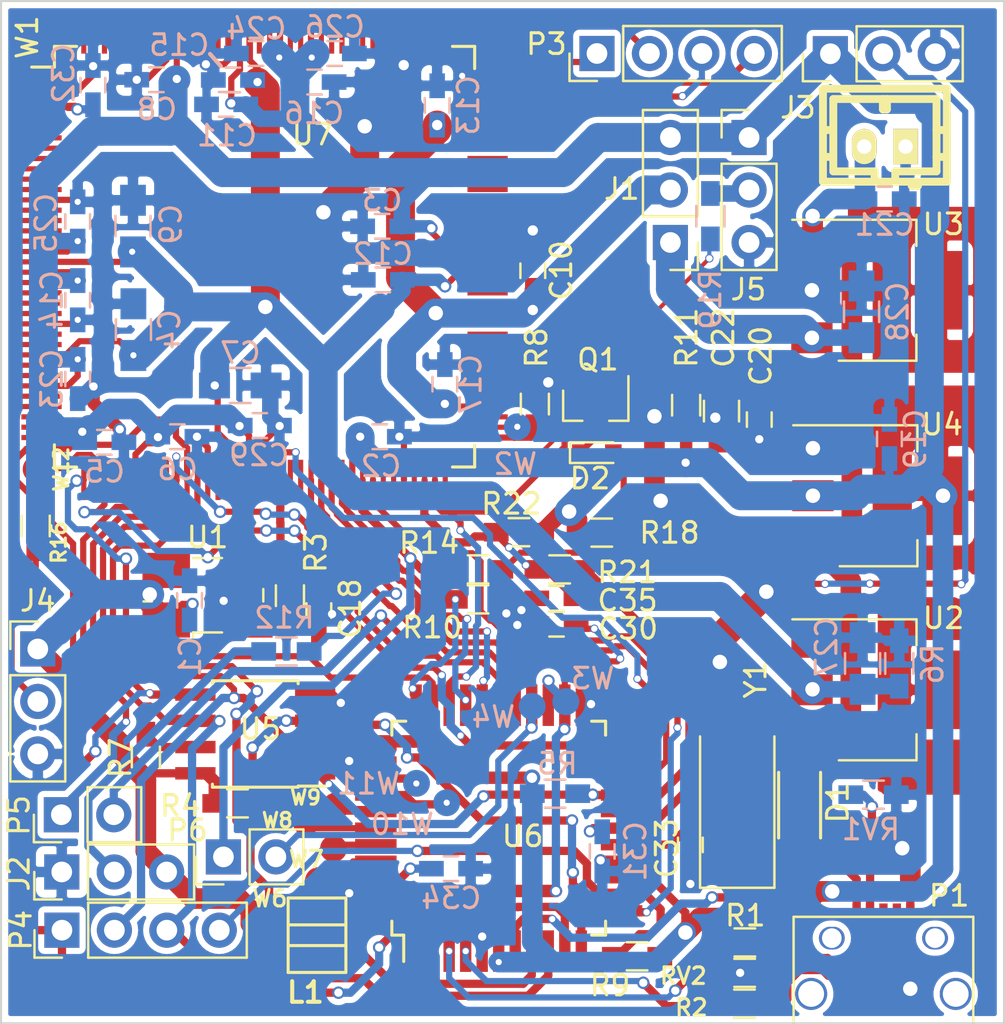
<source format=kicad_pcb>
(kicad_pcb (version 4) (host pcbnew 4.0.5)

  (general
    (links 228)
    (no_connects 2)
    (area 134.565714 57.3508 188.727715 113.025)
    (thickness 1.6)
    (drawings 5)
    (tracks 1272)
    (zones 0)
    (modules 89)
    (nets 65)
  )

  (page A4)
  (layers
    (0 F.Cu signal hide)
    (31 B.Cu signal)
    (32 B.Adhes user)
    (33 F.Adhes user)
    (34 B.Paste user hide)
    (35 F.Paste user hide)
    (36 B.SilkS user)
    (37 F.SilkS user hide)
    (38 B.Mask user)
    (39 F.Mask user)
    (40 Dwgs.User user)
    (41 Cmts.User user)
    (42 Eco1.User user hide)
    (43 Eco2.User user hide)
    (44 Edge.Cuts user)
    (45 Margin user)
    (46 B.CrtYd user hide)
    (47 F.CrtYd user hide)
    (48 B.Fab user hide)
    (49 F.Fab user hide)
  )

  (setup
    (last_trace_width 0.4)
    (user_trace_width 0.2)
    (user_trace_width 0.3)
    (user_trace_width 0.4)
    (user_trace_width 0.6)
    (user_trace_width 0.8)
    (user_trace_width 1)
    (user_trace_width 1.4)
    (trace_clearance 0.18)
    (zone_clearance 0.3)
    (zone_45_only yes)
    (trace_min 0.16)
    (segment_width 0.2)
    (edge_width 0.1)
    (via_size 0.6)
    (via_drill 0.4)
    (via_min_size 0.4)
    (via_min_drill 0.3)
    (user_via 0.4 0.3)
    (user_via 0.6 0.4)
    (user_via 0.8 0.5)
    (user_via 1 0.7)
    (uvia_size 0.3)
    (uvia_drill 0.1)
    (uvias_allowed no)
    (uvia_min_size 0.2)
    (uvia_min_drill 0.1)
    (pcb_text_width 0.3)
    (pcb_text_size 1.5 1.5)
    (mod_edge_width 0.15)
    (mod_text_size 1 1)
    (mod_text_width 0.15)
    (pad_size 1.5 1.5)
    (pad_drill 0.6)
    (pad_to_mask_clearance 0)
    (aux_axis_origin 0 0)
    (visible_elements 7FFFEFFF)
    (pcbplotparams
      (layerselection 0x00030_80000001)
      (usegerberextensions false)
      (excludeedgelayer true)
      (linewidth 0.100000)
      (plotframeref false)
      (viasonmask false)
      (mode 1)
      (useauxorigin false)
      (hpglpennumber 1)
      (hpglpenspeed 20)
      (hpglpendiameter 15)
      (hpglpenoverlay 2)
      (psnegative false)
      (psa4output false)
      (plotreference true)
      (plotvalue true)
      (plotinvisibletext false)
      (padsonsilk false)
      (subtractmaskfromsilk false)
      (outputformat 1)
      (mirror false)
      (drillshape 1)
      (scaleselection 1)
      (outputdirectory ""))
  )

  (net 0 "")
  (net 1 +3V3)
  (net 2 GND)
  (net 3 /VCCINT)
  (net 4 /VCCO-1)
  (net 5 +5V)
  (net 6 +2V8)
  (net 7 "Net-(C30-Pad1)")
  (net 8 "Net-(C31-Pad1)")
  (net 9 "Net-(C33-Pad1)")
  (net 10 "Net-(C34-Pad1)")
  (net 11 /VBUS)
  (net 12 "Net-(D2-Pad2)")
  (net 13 "Net-(D2-Pad1)")
  (net 14 /S6_M1)
  (net 15 /S6_CSI_B)
  (net 16 /S6_RDWR)
  (net 17 /S6_M0)
  (net 18 "Net-(P1-Pad2)")
  (net 19 "Net-(P1-Pad3)")
  (net 20 /TDI)
  (net 21 /TCK)
  (net 22 /TDO)
  (net 23 /TMS)
  (net 24 /DONE)
  (net 25 /D-)
  (net 26 /D+)
  (net 27 "Net-(R4-Pad1)")
  (net 28 /CS_FLASH)
  (net 29 "Net-(R7-Pad2)")
  (net 30 "Net-(R8-Pad1)")
  (net 31 /AVR_RESET)
  (net 32 "Net-(R10-Pad2)")
  (net 33 "Net-(R3-Pad2)")
  (net 34 /AVR_MISO)
  (net 35 /AVR_MOSI)
  (net 36 /SCK)
  (net 37 /SS)
  (net 38 /D0)
  (net 39 /CCLK)
  (net 40 /AVR_RX)
  (net 41 /AVR_TX)
  (net 42 /INIT_B)
  (net 43 "Net-(U6-Pad25)")
  (net 44 /D3)
  (net 45 /D2)
  (net 46 /D1)
  (net 47 /PROGRAM_B)
  (net 48 "Net-(U6-Pad36)")
  (net 49 "Net-(U6-Pad37)")
  (net 50 "Net-(U6-Pad38)")
  (net 51 "Net-(U6-Pad39)")
  (net 52 "Net-(U6-Pad40)")
  (net 53 "Net-(U6-Pad41)")
  (net 54 "Net-(U7-Pad38)")
  (net 55 /CLK)
  (net 56 "Net-(U7-Pad74)")
  (net 57 "Net-(U7-Pad144)")
  (net 58 /S6_CCLK)
  (net 59 "Net-(P6-Pad2)")
  (net 60 "Net-(P5-Pad2)")
  (net 61 "Net-(J2-Pad2)")
  (net 62 "Net-(J3-Pad2)")
  (net 63 "Net-(J4-Pad2)")
  (net 64 "Net-(J5-Pad2)")

  (net_class Default "This is the default net class."
    (clearance 0.18)
    (trace_width 0.4)
    (via_dia 0.6)
    (via_drill 0.4)
    (uvia_dia 0.3)
    (uvia_drill 0.1)
    (add_net +2V8)
    (add_net +3V3)
    (add_net +5V)
    (add_net /AVR_MISO)
    (add_net /AVR_MOSI)
    (add_net /AVR_RESET)
    (add_net /AVR_RX)
    (add_net /AVR_TX)
    (add_net /CCLK)
    (add_net /CLK)
    (add_net /CS_FLASH)
    (add_net /D+)
    (add_net /D-)
    (add_net /D0)
    (add_net /D1)
    (add_net /D2)
    (add_net /D3)
    (add_net /DONE)
    (add_net /INIT_B)
    (add_net /PROGRAM_B)
    (add_net /S6_CCLK)
    (add_net /S6_CSI_B)
    (add_net /S6_M0)
    (add_net /S6_M1)
    (add_net /S6_RDWR)
    (add_net /SCK)
    (add_net /SS)
    (add_net /TCK)
    (add_net /TDI)
    (add_net /TDO)
    (add_net /TMS)
    (add_net /VBUS)
    (add_net /VCCINT)
    (add_net /VCCO-1)
    (add_net GND)
    (add_net "Net-(C30-Pad1)")
    (add_net "Net-(C31-Pad1)")
    (add_net "Net-(C33-Pad1)")
    (add_net "Net-(C34-Pad1)")
    (add_net "Net-(D2-Pad1)")
    (add_net "Net-(D2-Pad2)")
    (add_net "Net-(J2-Pad2)")
    (add_net "Net-(J3-Pad2)")
    (add_net "Net-(J4-Pad2)")
    (add_net "Net-(J5-Pad2)")
    (add_net "Net-(P1-Pad2)")
    (add_net "Net-(P1-Pad3)")
    (add_net "Net-(P5-Pad2)")
    (add_net "Net-(P6-Pad2)")
    (add_net "Net-(R10-Pad2)")
    (add_net "Net-(R3-Pad2)")
    (add_net "Net-(R4-Pad1)")
    (add_net "Net-(R7-Pad2)")
    (add_net "Net-(R8-Pad1)")
    (add_net "Net-(U6-Pad25)")
    (add_net "Net-(U6-Pad36)")
    (add_net "Net-(U6-Pad37)")
    (add_net "Net-(U6-Pad38)")
    (add_net "Net-(U6-Pad39)")
    (add_net "Net-(U6-Pad40)")
    (add_net "Net-(U6-Pad41)")
    (add_net "Net-(U7-Pad144)")
    (add_net "Net-(U7-Pad38)")
    (add_net "Net-(U7-Pad74)")
  )

  (net_class 3V3 ""
    (clearance 0.2)
    (trace_width 0.6)
    (via_dia 0.6)
    (via_drill 0.4)
    (uvia_dia 0.3)
    (uvia_drill 0.1)
  )

  (net_class PWR ""
    (clearance 0.25)
    (trace_width 0.8)
    (via_dia 0.8)
    (via_drill 0.7)
    (uvia_dia 0.3)
    (uvia_drill 0.1)
  )

  (module Resistors_SMD:R_0603_HandSoldering (layer F.Cu) (tedit 58F9213F) (tstamp 58DE1F08)
    (at 172.76 107.22 180)
    (descr "Resistor SMD 0603, hand soldering")
    (tags "resistor 0603")
    (path /587D671F)
    (attr smd)
    (fp_text reference RV2 (at 2.97 -0.15 180) (layer F.SilkS)
      (effects (font (size 0.8 0.8) (thickness 0.15)))
    )
    (fp_text value CG0603MLC-05E (at 0 1.55 180) (layer F.Fab)
      (effects (font (size 1 1) (thickness 0.15)))
    )
    (fp_text user %R (at 0 -1.45 180) (layer F.Fab)
      (effects (font (size 1 1) (thickness 0.15)))
    )
    (fp_line (start -0.8 0.4) (end -0.8 -0.4) (layer F.Fab) (width 0.1))
    (fp_line (start 0.8 0.4) (end -0.8 0.4) (layer F.Fab) (width 0.1))
    (fp_line (start 0.8 -0.4) (end 0.8 0.4) (layer F.Fab) (width 0.1))
    (fp_line (start -0.8 -0.4) (end 0.8 -0.4) (layer F.Fab) (width 0.1))
    (fp_line (start 0.5 0.68) (end -0.5 0.68) (layer F.SilkS) (width 0.12))
    (fp_line (start -0.5 -0.68) (end 0.5 -0.68) (layer F.SilkS) (width 0.12))
    (fp_line (start -1.96 -0.7) (end 1.95 -0.7) (layer F.CrtYd) (width 0.05))
    (fp_line (start -1.96 -0.7) (end -1.96 0.7) (layer F.CrtYd) (width 0.05))
    (fp_line (start 1.95 0.7) (end 1.95 -0.7) (layer F.CrtYd) (width 0.05))
    (fp_line (start 1.95 0.7) (end -1.96 0.7) (layer F.CrtYd) (width 0.05))
    (pad 1 smd rect (at -1.1 0 180) (size 1.2 0.9) (layers F.Cu F.Paste F.Mask)
      (net 19 "Net-(P1-Pad3)"))
    (pad 2 smd rect (at 1.1 0 180) (size 1.2 0.9) (layers F.Cu F.Paste F.Mask)
      (net 2 GND))
    (model Resistors_SMD.3dshapes/R_0603.wrl
      (at (xyz 0 0 0))
      (scale (xyz 1 1 1))
      (rotate (xyz 0 0 0))
    )
  )

  (module Resistors_SMD:R_0603_HandSoldering (layer F.Cu) (tedit 58F91ECB) (tstamp 58DE1210)
    (at 172.75 108.71)
    (descr "Resistor SMD 0603, hand soldering")
    (tags "resistor 0603")
    (path /587D6014)
    (attr smd)
    (fp_text reference R2 (at -2.57 0.19) (layer F.SilkS)
      (effects (font (size 0.8 0.8) (thickness 0.15)))
    )
    (fp_text value 22 (at 0 1.55) (layer F.Fab)
      (effects (font (size 1 1) (thickness 0.15)))
    )
    (fp_text user %R (at 0 -1.45) (layer F.Fab)
      (effects (font (size 1 1) (thickness 0.15)))
    )
    (fp_line (start -0.8 0.4) (end -0.8 -0.4) (layer F.Fab) (width 0.1))
    (fp_line (start 0.8 0.4) (end -0.8 0.4) (layer F.Fab) (width 0.1))
    (fp_line (start 0.8 -0.4) (end 0.8 0.4) (layer F.Fab) (width 0.1))
    (fp_line (start -0.8 -0.4) (end 0.8 -0.4) (layer F.Fab) (width 0.1))
    (fp_line (start 0.5 0.68) (end -0.5 0.68) (layer F.SilkS) (width 0.12))
    (fp_line (start -0.5 -0.68) (end 0.5 -0.68) (layer F.SilkS) (width 0.12))
    (fp_line (start -1.96 -0.7) (end 1.95 -0.7) (layer F.CrtYd) (width 0.05))
    (fp_line (start -1.96 -0.7) (end -1.96 0.7) (layer F.CrtYd) (width 0.05))
    (fp_line (start 1.95 0.7) (end 1.95 -0.7) (layer F.CrtYd) (width 0.05))
    (fp_line (start 1.95 0.7) (end -1.96 0.7) (layer F.CrtYd) (width 0.05))
    (pad 1 smd rect (at -1.1 0) (size 1.2 0.9) (layers F.Cu F.Paste F.Mask)
      (net 26 /D+))
    (pad 2 smd rect (at 1.1 0) (size 1.2 0.9) (layers F.Cu F.Paste F.Mask)
      (net 19 "Net-(P1-Pad3)"))
    (model Resistors_SMD.3dshapes/R_0603.wrl
      (at (xyz 0 0 0))
      (scale (xyz 1 1 1))
      (rotate (xyz 0 0 0))
    )
  )

  (module Capacitors_SMD:C_0603_HandSoldering (layer B.Cu) (tedit 58AA848B) (tstamp 58DE112F)
    (at 155.24 73.69 180)
    (descr "Capacitor SMD 0603, hand soldering")
    (tags "capacitor 0603")
    (path /587E4EFD)
    (attr smd)
    (fp_text reference C12 (at 0 1.25 180) (layer B.SilkS)
      (effects (font (size 1 1) (thickness 0.15)) (justify mirror))
    )
    (fp_text value 1u (at 0 -1.5 180) (layer B.Fab)
      (effects (font (size 1 1) (thickness 0.15)) (justify mirror))
    )
    (fp_text user %R (at 0 1.25 180) (layer B.Fab)
      (effects (font (size 1 1) (thickness 0.15)) (justify mirror))
    )
    (fp_line (start -0.8 -0.4) (end -0.8 0.4) (layer B.Fab) (width 0.1))
    (fp_line (start 0.8 -0.4) (end -0.8 -0.4) (layer B.Fab) (width 0.1))
    (fp_line (start 0.8 0.4) (end 0.8 -0.4) (layer B.Fab) (width 0.1))
    (fp_line (start -0.8 0.4) (end 0.8 0.4) (layer B.Fab) (width 0.1))
    (fp_line (start -0.35 0.6) (end 0.35 0.6) (layer B.SilkS) (width 0.12))
    (fp_line (start 0.35 -0.6) (end -0.35 -0.6) (layer B.SilkS) (width 0.12))
    (fp_line (start -1.8 0.65) (end 1.8 0.65) (layer B.CrtYd) (width 0.05))
    (fp_line (start -1.8 0.65) (end -1.8 -0.65) (layer B.CrtYd) (width 0.05))
    (fp_line (start 1.8 -0.65) (end 1.8 0.65) (layer B.CrtYd) (width 0.05))
    (fp_line (start 1.8 -0.65) (end -1.8 -0.65) (layer B.CrtYd) (width 0.05))
    (pad 1 smd rect (at -0.95 0 180) (size 1.2 0.75) (layers B.Cu B.Paste B.Mask)
      (net 3 /VCCINT))
    (pad 2 smd rect (at 0.95 0 180) (size 1.2 0.75) (layers B.Cu B.Paste B.Mask)
      (net 2 GND))
    (model Capacitors_SMD.3dshapes/C_0603.wrl
      (at (xyz 0 0 0))
      (scale (xyz 1 1 1))
      (rotate (xyz 0 0 0))
    )
  )

  (module Capacitors_SMD:C_0603_HandSoldering (layer B.Cu) (tedit 58AA848B) (tstamp 58DE10F9)
    (at 155.21 71.1 180)
    (descr "Capacitor SMD 0603, hand soldering")
    (tags "capacitor 0603")
    (path /587E805E)
    (attr smd)
    (fp_text reference C3 (at 0 1.25 180) (layer B.SilkS)
      (effects (font (size 1 1) (thickness 0.15)) (justify mirror))
    )
    (fp_text value 1u (at 0 -1.5 180) (layer B.Fab)
      (effects (font (size 1 1) (thickness 0.15)) (justify mirror))
    )
    (fp_text user %R (at 0 1.25 180) (layer B.Fab)
      (effects (font (size 1 1) (thickness 0.15)) (justify mirror))
    )
    (fp_line (start -0.8 -0.4) (end -0.8 0.4) (layer B.Fab) (width 0.1))
    (fp_line (start 0.8 -0.4) (end -0.8 -0.4) (layer B.Fab) (width 0.1))
    (fp_line (start 0.8 0.4) (end 0.8 -0.4) (layer B.Fab) (width 0.1))
    (fp_line (start -0.8 0.4) (end 0.8 0.4) (layer B.Fab) (width 0.1))
    (fp_line (start -0.35 0.6) (end 0.35 0.6) (layer B.SilkS) (width 0.12))
    (fp_line (start 0.35 -0.6) (end -0.35 -0.6) (layer B.SilkS) (width 0.12))
    (fp_line (start -1.8 0.65) (end 1.8 0.65) (layer B.CrtYd) (width 0.05))
    (fp_line (start -1.8 0.65) (end -1.8 -0.65) (layer B.CrtYd) (width 0.05))
    (fp_line (start 1.8 -0.65) (end 1.8 0.65) (layer B.CrtYd) (width 0.05))
    (fp_line (start 1.8 -0.65) (end -1.8 -0.65) (layer B.CrtYd) (width 0.05))
    (pad 1 smd rect (at -0.95 0 180) (size 1.2 0.75) (layers B.Cu B.Paste B.Mask)
      (net 1 +3V3))
    (pad 2 smd rect (at 0.95 0 180) (size 1.2 0.75) (layers B.Cu B.Paste B.Mask)
      (net 2 GND))
    (model Capacitors_SMD.3dshapes/C_0603.wrl
      (at (xyz 0 0 0))
      (scale (xyz 1 1 1))
      (rotate (xyz 0 0 0))
    )
  )

  (module Pin_Headers:Pin_Header_Straight_1x03_Pitch2.54mm (layer F.Cu) (tedit 58CD4EC1) (tstamp 58DE11D5)
    (at 138.53 91.55)
    (descr "Through hole straight pin header, 1x03, 2.54mm pitch, single row")
    (tags "Through hole pin header THT 1x03 2.54mm single row")
    (path /58891988)
    (fp_text reference J4 (at 0 -2.33) (layer F.SilkS)
      (effects (font (size 1 1) (thickness 0.15)))
    )
    (fp_text value HEADER_3 (at 0 7.41) (layer F.Fab)
      (effects (font (size 1 1) (thickness 0.15)))
    )
    (fp_line (start -1.27 -1.27) (end -1.27 6.35) (layer F.Fab) (width 0.1))
    (fp_line (start -1.27 6.35) (end 1.27 6.35) (layer F.Fab) (width 0.1))
    (fp_line (start 1.27 6.35) (end 1.27 -1.27) (layer F.Fab) (width 0.1))
    (fp_line (start 1.27 -1.27) (end -1.27 -1.27) (layer F.Fab) (width 0.1))
    (fp_line (start -1.33 1.27) (end -1.33 6.41) (layer F.SilkS) (width 0.12))
    (fp_line (start -1.33 6.41) (end 1.33 6.41) (layer F.SilkS) (width 0.12))
    (fp_line (start 1.33 6.41) (end 1.33 1.27) (layer F.SilkS) (width 0.12))
    (fp_line (start 1.33 1.27) (end -1.33 1.27) (layer F.SilkS) (width 0.12))
    (fp_line (start -1.33 0) (end -1.33 -1.33) (layer F.SilkS) (width 0.12))
    (fp_line (start -1.33 -1.33) (end 0 -1.33) (layer F.SilkS) (width 0.12))
    (fp_line (start -1.8 -1.8) (end -1.8 6.85) (layer F.CrtYd) (width 0.05))
    (fp_line (start -1.8 6.85) (end 1.8 6.85) (layer F.CrtYd) (width 0.05))
    (fp_line (start 1.8 6.85) (end 1.8 -1.8) (layer F.CrtYd) (width 0.05))
    (fp_line (start 1.8 -1.8) (end -1.8 -1.8) (layer F.CrtYd) (width 0.05))
    (fp_text user %R (at 0 -2.33) (layer F.Fab)
      (effects (font (size 1 1) (thickness 0.15)))
    )
    (pad 1 thru_hole rect (at 0 0) (size 1.7 1.7) (drill 1) (layers *.Cu *.Mask)
      (net 1 +3V3))
    (pad 2 thru_hole oval (at 0 2.54) (size 1.7 1.7) (drill 1) (layers *.Cu *.Mask)
      (net 63 "Net-(J4-Pad2)"))
    (pad 3 thru_hole oval (at 0 5.08) (size 1.7 1.7) (drill 1) (layers *.Cu *.Mask)
      (net 2 GND))
    (model ${KISYS3DMOD}/Pin_Headers.3dshapes/Pin_Header_Straight_1x03_Pitch2.54mm.wrl
      (at (xyz 0 -0.1 0))
      (scale (xyz 1 1 1))
      (rotate (xyz 0 0 90))
    )
  )

  (module visionFeet:TQFP-44_10x10mm_p0.8mm-HS (layer F.Cu) (tedit 54130A77) (tstamp 58DE12DE)
    (at 160.85 100.22 90)
    (descr "44-Lead Plastic Thin Quad Flatpack (PT) - 10x10x1.0 mm Body [TQFP] (see Microchip Packaging Specification 00000049BS.pdf)")
    (tags "QFP 0.8")
    (path /587D38CF)
    (attr smd)
    (fp_text reference U6 (at -0.39 1.16 180) (layer F.SilkS)
      (effects (font (size 1 1) (thickness 0.15)))
    )
    (fp_text value ATMEGA32U4-A (at 0 7.45 90) (layer F.Fab)
      (effects (font (size 1 1) (thickness 0.15)))
    )
    (fp_text user %R (at 0 0 90) (layer F.Fab)
      (effects (font (size 1 1) (thickness 0.15)))
    )
    (fp_line (start -4 -5) (end 5 -5) (layer F.Fab) (width 0.15))
    (fp_line (start 5 -5) (end 5 5) (layer F.Fab) (width 0.15))
    (fp_line (start 5 5) (end -5 5) (layer F.Fab) (width 0.15))
    (fp_line (start -5 5) (end -5 -4) (layer F.Fab) (width 0.15))
    (fp_line (start -5 -4) (end -4 -5) (layer F.Fab) (width 0.15))
    (fp_line (start -6.7 -6.7) (end -6.7 6.7) (layer F.CrtYd) (width 0.05))
    (fp_line (start 6.7 -6.7) (end 6.7 6.7) (layer F.CrtYd) (width 0.05))
    (fp_line (start -6.7 -6.7) (end 6.7 -6.7) (layer F.CrtYd) (width 0.05))
    (fp_line (start -6.7 6.7) (end 6.7 6.7) (layer F.CrtYd) (width 0.05))
    (fp_line (start -5.175 -5.175) (end -5.175 -4.6) (layer F.SilkS) (width 0.15))
    (fp_line (start 5.175 -5.175) (end 5.175 -4.5) (layer F.SilkS) (width 0.15))
    (fp_line (start 5.175 5.175) (end 5.175 4.5) (layer F.SilkS) (width 0.15))
    (fp_line (start -5.175 5.175) (end -5.175 4.5) (layer F.SilkS) (width 0.15))
    (fp_line (start -5.175 -5.175) (end -4.5 -5.175) (layer F.SilkS) (width 0.15))
    (fp_line (start -5.175 5.175) (end -4.5 5.175) (layer F.SilkS) (width 0.15))
    (fp_line (start 5.175 5.175) (end 4.5 5.175) (layer F.SilkS) (width 0.15))
    (fp_line (start 5.175 -5.175) (end 4.5 -5.175) (layer F.SilkS) (width 0.15))
    (fp_line (start -5.175 -4.6) (end -6.45 -4.6) (layer F.SilkS) (width 0.15))
    (pad 1 smd rect (at -5.95 -4 90) (size 2.01 0.55) (layers F.Cu F.Paste F.Mask))
    (pad 2 smd rect (at -5.95 -3.2 90) (size 2.01 0.55) (layers F.Cu F.Paste F.Mask))
    (pad 3 smd rect (at -5.95 -2.4 90) (size 2.01 0.55) (layers F.Cu F.Paste F.Mask)
      (net 25 /D-))
    (pad 4 smd rect (at -5.95 -1.6 90) (size 2.01 0.55) (layers F.Cu F.Paste F.Mask)
      (net 26 /D+))
    (pad 5 smd rect (at -5.95 -0.8 90) (size 2.01 0.55) (layers F.Cu F.Paste F.Mask)
      (net 2 GND))
    (pad 6 smd rect (at -5.95 0 90) (size 2.01 0.55) (layers F.Cu F.Paste F.Mask)
      (net 1 +3V3))
    (pad 7 smd rect (at -5.95 0.8 90) (size 2.01 0.55) (layers F.Cu F.Paste F.Mask)
      (net 11 /VBUS))
    (pad 8 smd rect (at -5.95 1.6 90) (size 2.01 0.55) (layers F.Cu F.Paste F.Mask)
      (net 37 /SS))
    (pad 9 smd rect (at -5.95 2.4 90) (size 2.01 0.55) (layers F.Cu F.Paste F.Mask)
      (net 36 /SCK))
    (pad 10 smd rect (at -5.95 3.2 90) (size 2.01 0.55) (layers F.Cu F.Paste F.Mask)
      (net 35 /AVR_MOSI))
    (pad 11 smd rect (at -5.95 4 90) (size 2.01 0.55) (layers F.Cu F.Paste F.Mask)
      (net 34 /AVR_MISO))
    (pad 12 smd rect (at -4 5.95 180) (size 2.01 0.55) (layers F.Cu F.Paste F.Mask)
      (net 38 /D0))
    (pad 13 smd rect (at -3.2 5.95 180) (size 2.01 0.55) (layers F.Cu F.Paste F.Mask)
      (net 31 /AVR_RESET))
    (pad 14 smd rect (at -2.4 5.95 180) (size 2.01 0.55) (layers F.Cu F.Paste F.Mask)
      (net 1 +3V3))
    (pad 15 smd rect (at -1.6 5.95 180) (size 2.01 0.55) (layers F.Cu F.Paste F.Mask)
      (net 2 GND))
    (pad 16 smd rect (at -0.8 5.95 180) (size 2.01 0.55) (layers F.Cu F.Paste F.Mask)
      (net 9 "Net-(C33-Pad1)"))
    (pad 17 smd rect (at 0 5.95 180) (size 2.01 0.55) (layers F.Cu F.Paste F.Mask)
      (net 8 "Net-(C31-Pad1)"))
    (pad 18 smd rect (at 0.8 5.95 180) (size 2.01 0.55) (layers F.Cu F.Paste F.Mask)
      (net 39 /CCLK))
    (pad 19 smd rect (at 1.6 5.95 180) (size 2.01 0.55) (layers F.Cu F.Paste F.Mask)
      (net 28 /CS_FLASH))
    (pad 20 smd rect (at 2.4 5.95 180) (size 2.01 0.55) (layers F.Cu F.Paste F.Mask)
      (net 40 /AVR_RX))
    (pad 21 smd rect (at 3.2 5.95 180) (size 2.01 0.55) (layers F.Cu F.Paste F.Mask)
      (net 41 /AVR_TX))
    (pad 22 smd rect (at 4 5.95 180) (size 2.01 0.55) (layers F.Cu F.Paste F.Mask)
      (net 42 /INIT_B))
    (pad 23 smd rect (at 5.95 4 90) (size 2.01 0.55) (layers F.Cu F.Paste F.Mask)
      (net 2 GND))
    (pad 24 smd rect (at 5.95 3.2 90) (size 2.01 0.55) (layers F.Cu F.Paste F.Mask)
      (net 7 "Net-(C30-Pad1)"))
    (pad 25 smd rect (at 5.95 2.4 90) (size 2.01 0.55) (layers F.Cu F.Paste F.Mask)
      (net 43 "Net-(U6-Pad25)"))
    (pad 26 smd rect (at 5.95 1.6 90) (size 2.01 0.55) (layers F.Cu F.Paste F.Mask)
      (net 59 "Net-(P6-Pad2)"))
    (pad 27 smd rect (at 5.95 0.8 90) (size 2.01 0.55) (layers F.Cu F.Paste F.Mask)
      (net 60 "Net-(P5-Pad2)"))
    (pad 28 smd rect (at 5.95 0 90) (size 2.01 0.55) (layers F.Cu F.Paste F.Mask)
      (net 44 /D3))
    (pad 29 smd rect (at 5.95 -0.8 90) (size 2.01 0.55) (layers F.Cu F.Paste F.Mask)
      (net 45 /D2))
    (pad 30 smd rect (at 5.95 -1.6 90) (size 2.01 0.55) (layers F.Cu F.Paste F.Mask)
      (net 46 /D1))
    (pad 31 smd rect (at 5.95 -2.4 90) (size 2.01 0.55) (layers F.Cu F.Paste F.Mask)
      (net 24 /DONE))
    (pad 32 smd rect (at 5.95 -3.2 90) (size 2.01 0.55) (layers F.Cu F.Paste F.Mask)
      (net 47 /PROGRAM_B))
    (pad 33 smd rect (at 5.95 -4 90) (size 2.01 0.55) (layers F.Cu F.Paste F.Mask)
      (net 32 "Net-(R10-Pad2)"))
    (pad 34 smd rect (at 4 -5.95 180) (size 2.01 0.55) (layers F.Cu F.Paste F.Mask)
      (net 1 +3V3))
    (pad 35 smd rect (at 3.2 -5.95 180) (size 2.01 0.55) (layers F.Cu F.Paste F.Mask)
      (net 2 GND))
    (pad 36 smd rect (at 2.4 -5.95 180) (size 2.01 0.55) (layers F.Cu F.Paste F.Mask)
      (net 48 "Net-(U6-Pad36)"))
    (pad 37 smd rect (at 1.6 -5.95 180) (size 2.01 0.55) (layers F.Cu F.Paste F.Mask)
      (net 49 "Net-(U6-Pad37)"))
    (pad 38 smd rect (at 0.8 -5.95 180) (size 2.01 0.55) (layers F.Cu F.Paste F.Mask)
      (net 50 "Net-(U6-Pad38)"))
    (pad 39 smd rect (at 0 -5.95 180) (size 2.01 0.55) (layers F.Cu F.Paste F.Mask)
      (net 51 "Net-(U6-Pad39)"))
    (pad 40 smd rect (at -0.8 -5.95 180) (size 2.01 0.55) (layers F.Cu F.Paste F.Mask)
      (net 52 "Net-(U6-Pad40)"))
    (pad 41 smd rect (at -1.6 -5.95 180) (size 2.01 0.55) (layers F.Cu F.Paste F.Mask)
      (net 53 "Net-(U6-Pad41)"))
    (pad 42 smd rect (at -2.4 -5.95 180) (size 2.01 0.55) (layers F.Cu F.Paste F.Mask)
      (net 10 "Net-(C34-Pad1)"))
    (pad 43 smd rect (at -3.2 -5.95 180) (size 2.01 0.55) (layers F.Cu F.Paste F.Mask)
      (net 2 GND))
    (pad 44 smd rect (at -4 -5.95 180) (size 2.01 0.55) (layers F.Cu F.Paste F.Mask)
      (net 7 "Net-(C30-Pad1)"))
    (model Housings_QFP.3dshapes/TQFP-44_10x10mm_Pitch0.8mm.wrl
      (at (xyz 0 0 0))
      (scale (xyz 1 1 1))
      (rotate (xyz 0 0 0))
    )
  )

  (module visionFeet:TQFP-144_20x20mm_0.5mm_HS (layer F.Cu) (tedit 54130A77) (tstamp 58DE1372)
    (at 149.51 72.57)
    (descr "P/PG-TQFP-144-2, -3, -7 (see MAXIM 21-0087.PDF and 90-0144.PDF)")
    (tags "QFP 0.5")
    (path /587D2F7D)
    (attr smd)
    (fp_text reference U7 (at 2.33 -5.91) (layer F.SilkS)
      (effects (font (size 1 1) (thickness 0.15)))
    )
    (fp_text value XC6SLX9-TQFP144 (at 0 13.462) (layer F.Fab)
      (effects (font (size 1 1) (thickness 0.15)))
    )
    (fp_text user %R (at 0 0) (layer F.Fab)
      (effects (font (size 1 1) (thickness 0.15)))
    )
    (fp_line (start -9 -10) (end 10 -10) (layer F.Fab) (width 0.15))
    (fp_line (start 10 -10) (end 10 10) (layer F.Fab) (width 0.15))
    (fp_line (start 10 10) (end -10 10) (layer F.Fab) (width 0.15))
    (fp_line (start -10 10) (end -10 -9) (layer F.Fab) (width 0.15))
    (fp_line (start -10 -9) (end -9 -10) (layer F.Fab) (width 0.15))
    (fp_line (start -11.55 -11.55) (end -11.55 11.55) (layer F.CrtYd) (width 0.05))
    (fp_line (start 11.55 -11.55) (end 11.55 11.55) (layer F.CrtYd) (width 0.05))
    (fp_line (start -11.55 -11.55) (end 11.55 -11.55) (layer F.CrtYd) (width 0.05))
    (fp_line (start -11.55 11.55) (end 11.55 11.55) (layer F.CrtYd) (width 0.05))
    (fp_line (start -10.175 -10.175) (end -10.175 -9.175) (layer F.SilkS) (width 0.15))
    (fp_line (start 10.175 -10.175) (end 10.175 -9.1) (layer F.SilkS) (width 0.15))
    (fp_line (start 10.175 10.175) (end 10.175 9.1) (layer F.SilkS) (width 0.15))
    (fp_line (start -10.175 10.175) (end -10.175 9.1) (layer F.SilkS) (width 0.15))
    (fp_line (start -10.175 -10.175) (end -9.1 -10.175) (layer F.SilkS) (width 0.15))
    (fp_line (start -10.175 10.175) (end -9.1 10.175) (layer F.SilkS) (width 0.15))
    (fp_line (start 10.175 10.175) (end 9.1 10.175) (layer F.SilkS) (width 0.15))
    (fp_line (start 10.175 -10.175) (end 9.1 -10.175) (layer F.SilkS) (width 0.15))
    (fp_line (start -10.175 -9.175) (end -11.275 -9.175) (layer F.SilkS) (width 0.15))
    (pad 1 smd rect (at -10.8 -8.75) (size 1.95 0.25) (layers F.Cu F.Paste F.Mask))
    (pad 2 smd rect (at -10.8 -8.25) (size 1.95 0.25) (layers F.Cu F.Paste F.Mask))
    (pad 3 smd rect (at -10.8 -7.75) (size 1.95 0.25) (layers F.Cu F.Paste F.Mask)
      (net 2 GND))
    (pad 4 smd rect (at -10.8 -7.25) (size 1.95 0.25) (layers F.Cu F.Paste F.Mask)
      (net 1 +3V3))
    (pad 5 smd rect (at -10.8 -6.75) (size 1.95 0.25) (layers F.Cu F.Paste F.Mask))
    (pad 6 smd rect (at -10.8 -6.25) (size 1.95 0.25) (layers F.Cu F.Paste F.Mask))
    (pad 7 smd rect (at -10.8 -5.75) (size 1.95 0.25) (layers F.Cu F.Paste F.Mask))
    (pad 8 smd rect (at -10.8 -5.25) (size 1.95 0.25) (layers F.Cu F.Paste F.Mask))
    (pad 9 smd rect (at -10.8 -4.75) (size 1.95 0.25) (layers F.Cu F.Paste F.Mask))
    (pad 10 smd rect (at -10.8 -4.25) (size 1.95 0.25) (layers F.Cu F.Paste F.Mask))
    (pad 11 smd rect (at -10.8 -3.75) (size 1.95 0.25) (layers F.Cu F.Paste F.Mask))
    (pad 12 smd rect (at -10.8 -3.25) (size 1.95 0.25) (layers F.Cu F.Paste F.Mask))
    (pad 13 smd rect (at -10.8 -2.75) (size 1.95 0.25) (layers F.Cu F.Paste F.Mask)
      (net 2 GND))
    (pad 14 smd rect (at -10.8 -2.25) (size 1.95 0.25) (layers F.Cu F.Paste F.Mask))
    (pad 15 smd rect (at -10.8 -1.75) (size 1.95 0.25) (layers F.Cu F.Paste F.Mask))
    (pad 16 smd rect (at -10.8 -1.25) (size 1.95 0.25) (layers F.Cu F.Paste F.Mask))
    (pad 17 smd rect (at -10.8 -0.75) (size 1.95 0.25) (layers F.Cu F.Paste F.Mask))
    (pad 18 smd rect (at -10.8 -0.25) (size 1.95 0.25) (layers F.Cu F.Paste F.Mask)
      (net 1 +3V3))
    (pad 19 smd rect (at -10.8 0.25) (size 1.95 0.25) (layers F.Cu F.Paste F.Mask)
      (net 3 /VCCINT))
    (pad 20 smd rect (at -10.8 0.75) (size 1.95 0.25) (layers F.Cu F.Paste F.Mask)
      (net 1 +3V3))
    (pad 21 smd rect (at -10.8 1.25) (size 1.95 0.25) (layers F.Cu F.Paste F.Mask))
    (pad 22 smd rect (at -10.8 1.75) (size 1.95 0.25) (layers F.Cu F.Paste F.Mask))
    (pad 23 smd rect (at -10.8 2.25) (size 1.95 0.25) (layers F.Cu F.Paste F.Mask))
    (pad 24 smd rect (at -10.8 2.75) (size 1.95 0.25) (layers F.Cu F.Paste F.Mask))
    (pad 25 smd rect (at -10.8 3.25) (size 1.95 0.25) (layers F.Cu F.Paste F.Mask)
      (net 2 GND))
    (pad 26 smd rect (at -10.8 3.75) (size 1.95 0.25) (layers F.Cu F.Paste F.Mask))
    (pad 27 smd rect (at -10.8 4.25) (size 1.95 0.25) (layers F.Cu F.Paste F.Mask))
    (pad 28 smd rect (at -10.8 4.75) (size 1.95 0.25) (layers F.Cu F.Paste F.Mask)
      (net 3 /VCCINT))
    (pad 29 smd rect (at -10.8 5.25) (size 1.95 0.25) (layers F.Cu F.Paste F.Mask))
    (pad 30 smd rect (at -10.8 5.75) (size 1.95 0.25) (layers F.Cu F.Paste F.Mask))
    (pad 31 smd rect (at -10.8 6.25) (size 1.95 0.25) (layers F.Cu F.Paste F.Mask)
      (net 1 +3V3))
    (pad 32 smd rect (at -10.8 6.75) (size 1.95 0.25) (layers F.Cu F.Paste F.Mask))
    (pad 33 smd rect (at -10.8 7.25) (size 1.95 0.25) (layers F.Cu F.Paste F.Mask))
    (pad 34 smd rect (at -10.8 7.75) (size 1.95 0.25) (layers F.Cu F.Paste F.Mask))
    (pad 35 smd rect (at -10.8 8.25) (size 1.95 0.25) (layers F.Cu F.Paste F.Mask))
    (pad 36 smd rect (at -10.8 8.75) (size 1.95 0.25) (layers F.Cu F.Paste F.Mask)
      (net 1 +3V3))
    (pad 37 smd rect (at -8.75 10.8 90) (size 1.95 0.25) (layers F.Cu F.Paste F.Mask)
      (net 47 /PROGRAM_B))
    (pad 38 smd rect (at -8.25 10.8 90) (size 1.95 0.25) (layers F.Cu F.Paste F.Mask)
      (net 54 "Net-(U7-Pad38)"))
    (pad 39 smd rect (at -7.75 10.8 90) (size 1.95 0.25) (layers F.Cu F.Paste F.Mask)
      (net 42 /INIT_B))
    (pad 40 smd rect (at -7.25 10.8 90) (size 1.95 0.25) (layers F.Cu F.Paste F.Mask))
    (pad 41 smd rect (at -6.75 10.8 90) (size 1.95 0.25) (layers F.Cu F.Paste F.Mask))
    (pad 42 smd rect (at -6.25 10.8 90) (size 1.95 0.25) (layers F.Cu F.Paste F.Mask)
      (net 1 +3V3))
    (pad 43 smd rect (at -5.75 10.8 90) (size 1.95 0.25) (layers F.Cu F.Paste F.Mask)
      (net 36 /SCK))
    (pad 44 smd rect (at -5.25 10.8 90) (size 1.95 0.25) (layers F.Cu F.Paste F.Mask)
      (net 35 /AVR_MOSI))
    (pad 45 smd rect (at -4.75 10.8 90) (size 1.95 0.25) (layers F.Cu F.Paste F.Mask)
      (net 34 /AVR_MISO))
    (pad 46 smd rect (at -4.25 10.8 90) (size 1.95 0.25) (layers F.Cu F.Paste F.Mask)
      (net 44 /D3))
    (pad 47 smd rect (at -3.75 10.8 90) (size 1.95 0.25) (layers F.Cu F.Paste F.Mask)
      (net 16 /S6_RDWR))
    (pad 48 smd rect (at -3.25 10.8 90) (size 1.95 0.25) (layers F.Cu F.Paste F.Mask)
      (net 37 /SS))
    (pad 49 smd rect (at -2.75 10.8 90) (size 1.95 0.25) (layers F.Cu F.Paste F.Mask)
      (net 2 GND))
    (pad 50 smd rect (at -2.25 10.8 90) (size 1.95 0.25) (layers F.Cu F.Paste F.Mask))
    (pad 51 smd rect (at -1.75 10.8 90) (size 1.95 0.25) (layers F.Cu F.Paste F.Mask))
    (pad 52 smd rect (at -1.25 10.8 90) (size 1.95 0.25) (layers F.Cu F.Paste F.Mask)
      (net 3 /VCCINT))
    (pad 53 smd rect (at -0.75 10.8 90) (size 1.95 0.25) (layers F.Cu F.Paste F.Mask)
      (net 1 +3V3))
    (pad 54 smd rect (at -0.25 10.8 90) (size 1.95 0.25) (layers F.Cu F.Paste F.Mask)
      (net 2 GND))
    (pad 55 smd rect (at 0.25 10.8 90) (size 1.95 0.25) (layers F.Cu F.Paste F.Mask)
      (net 41 /AVR_TX))
    (pad 56 smd rect (at 0.75 10.8 90) (size 1.95 0.25) (layers F.Cu F.Paste F.Mask)
      (net 55 /CLK))
    (pad 57 smd rect (at 1.25 10.8 90) (size 1.95 0.25) (layers F.Cu F.Paste F.Mask))
    (pad 58 smd rect (at 1.75 10.8 90) (size 1.95 0.25) (layers F.Cu F.Paste F.Mask))
    (pad 59 smd rect (at 2.25 10.8 90) (size 1.95 0.25) (layers F.Cu F.Paste F.Mask)
      (net 40 /AVR_RX))
    (pad 60 smd rect (at 2.75 10.8 90) (size 1.95 0.25) (layers F.Cu F.Paste F.Mask)
      (net 14 /S6_M1))
    (pad 61 smd rect (at 3.25 10.8 90) (size 1.95 0.25) (layers F.Cu F.Paste F.Mask)
      (net 45 /D2))
    (pad 62 smd rect (at 3.75 10.8 90) (size 1.95 0.25) (layers F.Cu F.Paste F.Mask)
      (net 46 /D1))
    (pad 63 smd rect (at 4.25 10.8 90) (size 1.95 0.25) (layers F.Cu F.Paste F.Mask)
      (net 1 +3V3))
    (pad 64 smd rect (at 4.75 10.8 90) (size 1.95 0.25) (layers F.Cu F.Paste F.Mask)
      (net 15 /S6_CSI_B))
    (pad 65 smd rect (at 5.25 10.8 90) (size 1.95 0.25) (layers F.Cu F.Paste F.Mask)
      (net 38 /D0))
    (pad 66 smd rect (at 5.75 10.8 90) (size 1.95 0.25) (layers F.Cu F.Paste F.Mask))
    (pad 67 smd rect (at 6.25 10.8 90) (size 1.95 0.25) (layers F.Cu F.Paste F.Mask))
    (pad 68 smd rect (at 6.75 10.8 90) (size 1.95 0.25) (layers F.Cu F.Paste F.Mask)
      (net 2 GND))
    (pad 69 smd rect (at 7.25 10.8 90) (size 1.95 0.25) (layers F.Cu F.Paste F.Mask)
      (net 17 /S6_M0))
    (pad 70 smd rect (at 7.75 10.8 90) (size 1.95 0.25) (layers F.Cu F.Paste F.Mask)
      (net 58 /S6_CCLK))
    (pad 71 smd rect (at 8.25 10.8 90) (size 1.95 0.25) (layers F.Cu F.Paste F.Mask)
      (net 24 /DONE))
    (pad 72 smd rect (at 8.75 10.8 90) (size 1.95 0.25) (layers F.Cu F.Paste F.Mask))
    (pad 73 smd rect (at 10.8 8.75) (size 1.95 0.25) (layers F.Cu F.Paste F.Mask)
      (net 30 "Net-(R8-Pad1)"))
    (pad 74 smd rect (at 10.8 8.25) (size 1.95 0.25) (layers F.Cu F.Paste F.Mask)
      (net 56 "Net-(U7-Pad74)"))
    (pad 75 smd rect (at 10.8 7.75) (size 1.95 0.25) (layers F.Cu F.Paste F.Mask))
    (pad 76 smd rect (at 10.8 7.25) (size 1.95 0.25) (layers F.Cu F.Paste F.Mask)
      (net 4 /VCCO-1))
    (pad 77 smd rect (at 10.8 6.75) (size 1.95 0.25) (layers F.Cu F.Paste F.Mask)
      (net 2 GND))
    (pad 78 smd rect (at 10.8 6.25) (size 1.95 0.25) (layers F.Cu F.Paste F.Mask))
    (pad 79 smd rect (at 10.8 5.75) (size 1.95 0.25) (layers F.Cu F.Paste F.Mask))
    (pad 80 smd rect (at 10.8 5.25) (size 1.95 0.25) (layers F.Cu F.Paste F.Mask))
    (pad 81 smd rect (at 10.8 4.75) (size 1.95 0.25) (layers F.Cu F.Paste F.Mask))
    (pad 82 smd rect (at 10.8 4.25) (size 1.95 0.25) (layers F.Cu F.Paste F.Mask))
    (pad 83 smd rect (at 10.8 3.75) (size 1.95 0.25) (layers F.Cu F.Paste F.Mask))
    (pad 84 smd rect (at 10.8 3.25) (size 1.95 0.25) (layers F.Cu F.Paste F.Mask))
    (pad 85 smd rect (at 10.8 2.75) (size 1.95 0.25) (layers F.Cu F.Paste F.Mask))
    (pad 86 smd rect (at 10.8 2.25) (size 1.95 0.25) (layers F.Cu F.Paste F.Mask)
      (net 4 /VCCO-1))
    (pad 87 smd rect (at 10.8 1.75) (size 1.95 0.25) (layers F.Cu F.Paste F.Mask))
    (pad 88 smd rect (at 10.8 1.25) (size 1.95 0.25) (layers F.Cu F.Paste F.Mask))
    (pad 89 smd rect (at 10.8 0.75) (size 1.95 0.25) (layers F.Cu F.Paste F.Mask)
      (net 3 /VCCINT))
    (pad 90 smd rect (at 10.8 0.25) (size 1.95 0.25) (layers F.Cu F.Paste F.Mask)
      (net 1 +3V3))
    (pad 91 smd rect (at 10.8 -0.25) (size 1.95 0.25) (layers F.Cu F.Paste F.Mask)
      (net 2 GND))
    (pad 92 smd rect (at 10.8 -0.75) (size 1.95 0.25) (layers F.Cu F.Paste F.Mask))
    (pad 93 smd rect (at 10.8 -1.25) (size 1.95 0.25) (layers F.Cu F.Paste F.Mask))
    (pad 94 smd rect (at 10.8 -1.75) (size 1.95 0.25) (layers F.Cu F.Paste F.Mask))
    (pad 95 smd rect (at 10.8 -2.25) (size 1.95 0.25) (layers F.Cu F.Paste F.Mask))
    (pad 96 smd rect (at 10.8 -2.75) (size 1.95 0.25) (layers F.Cu F.Paste F.Mask)
      (net 2 GND))
    (pad 97 smd rect (at 10.8 -3.25) (size 1.95 0.25) (layers F.Cu F.Paste F.Mask))
    (pad 98 smd rect (at 10.8 -3.75) (size 1.95 0.25) (layers F.Cu F.Paste F.Mask))
    (pad 99 smd rect (at 10.8 -4.25) (size 1.95 0.25) (layers F.Cu F.Paste F.Mask))
    (pad 100 smd rect (at 10.8 -4.75) (size 1.95 0.25) (layers F.Cu F.Paste F.Mask))
    (pad 101 smd rect (at 10.8 -5.25) (size 1.95 0.25) (layers F.Cu F.Paste F.Mask))
    (pad 102 smd rect (at 10.8 -5.75) (size 1.95 0.25) (layers F.Cu F.Paste F.Mask))
    (pad 103 smd rect (at 10.8 -6.25) (size 1.95 0.25) (layers F.Cu F.Paste F.Mask)
      (net 4 /VCCO-1))
    (pad 104 smd rect (at 10.8 -6.75) (size 1.95 0.25) (layers F.Cu F.Paste F.Mask))
    (pad 105 smd rect (at 10.8 -7.25) (size 1.95 0.25) (layers F.Cu F.Paste F.Mask))
    (pad 106 smd rect (at 10.8 -7.75) (size 1.95 0.25) (layers F.Cu F.Paste F.Mask)
      (net 22 /TDO))
    (pad 107 smd rect (at 10.8 -8.25) (size 1.95 0.25) (layers F.Cu F.Paste F.Mask)
      (net 23 /TMS))
    (pad 108 smd rect (at 10.8 -8.75) (size 1.95 0.25) (layers F.Cu F.Paste F.Mask)
      (net 2 GND))
    (pad 109 smd rect (at 8.75 -10.8 90) (size 1.95 0.25) (layers F.Cu F.Paste F.Mask)
      (net 21 /TCK))
    (pad 110 smd rect (at 8.25 -10.8 90) (size 1.95 0.25) (layers F.Cu F.Paste F.Mask)
      (net 20 /TDI))
    (pad 111 smd rect (at 7.75 -10.8 90) (size 1.95 0.25) (layers F.Cu F.Paste F.Mask))
    (pad 112 smd rect (at 7.25 -10.8 90) (size 1.95 0.25) (layers F.Cu F.Paste F.Mask))
    (pad 113 smd rect (at 6.75 -10.8 90) (size 1.95 0.25) (layers F.Cu F.Paste F.Mask)
      (net 2 GND))
    (pad 114 smd rect (at 6.25 -10.8 90) (size 1.95 0.25) (layers F.Cu F.Paste F.Mask))
    (pad 115 smd rect (at 5.75 -10.8 90) (size 1.95 0.25) (layers F.Cu F.Paste F.Mask))
    (pad 116 smd rect (at 5.25 -10.8 90) (size 1.95 0.25) (layers F.Cu F.Paste F.Mask))
    (pad 117 smd rect (at 4.75 -10.8 90) (size 1.95 0.25) (layers F.Cu F.Paste F.Mask))
    (pad 118 smd rect (at 4.25 -10.8 90) (size 1.95 0.25) (layers F.Cu F.Paste F.Mask))
    (pad 119 smd rect (at 3.75 -10.8 90) (size 1.95 0.25) (layers F.Cu F.Paste F.Mask))
    (pad 120 smd rect (at 3.25 -10.8 90) (size 1.95 0.25) (layers F.Cu F.Paste F.Mask))
    (pad 121 smd rect (at 2.75 -10.8 90) (size 1.95 0.25) (layers F.Cu F.Paste F.Mask))
    (pad 122 smd rect (at 2.25 -10.8 90) (size 1.95 0.25) (layers F.Cu F.Paste F.Mask)
      (net 1 +3V3))
    (pad 123 smd rect (at 1.75 -10.8 90) (size 1.95 0.25) (layers F.Cu F.Paste F.Mask))
    (pad 124 smd rect (at 1.25 -10.8 90) (size 1.95 0.25) (layers F.Cu F.Paste F.Mask))
    (pad 125 smd rect (at 0.75 -10.8 90) (size 1.95 0.25) (layers F.Cu F.Paste F.Mask)
      (net 1 +3V3))
    (pad 126 smd rect (at 0.25 -10.8 90) (size 1.95 0.25) (layers F.Cu F.Paste F.Mask))
    (pad 127 smd rect (at -0.25 -10.8 90) (size 1.95 0.25) (layers F.Cu F.Paste F.Mask))
    (pad 128 smd rect (at -0.75 -10.8 90) (size 1.95 0.25) (layers F.Cu F.Paste F.Mask)
      (net 3 /VCCINT))
    (pad 129 smd rect (at -1.25 -10.8 90) (size 1.95 0.25) (layers F.Cu F.Paste F.Mask)
      (net 1 +3V3))
    (pad 130 smd rect (at -1.75 -10.8 90) (size 1.95 0.25) (layers F.Cu F.Paste F.Mask)
      (net 2 GND))
    (pad 131 smd rect (at -2.25 -10.8 90) (size 1.95 0.25) (layers F.Cu F.Paste F.Mask))
    (pad 132 smd rect (at -2.75 -10.8 90) (size 1.95 0.25) (layers F.Cu F.Paste F.Mask))
    (pad 133 smd rect (at -3.25 -10.8 90) (size 1.95 0.25) (layers F.Cu F.Paste F.Mask))
    (pad 134 smd rect (at -3.75 -10.8 90) (size 1.95 0.25) (layers F.Cu F.Paste F.Mask))
    (pad 135 smd rect (at -4.25 -10.8 90) (size 1.95 0.25) (layers F.Cu F.Paste F.Mask)
      (net 1 +3V3))
    (pad 136 smd rect (at -4.75 -10.8 90) (size 1.95 0.25) (layers F.Cu F.Paste F.Mask)
      (net 2 GND))
    (pad 137 smd rect (at -5.25 -10.8 90) (size 1.95 0.25) (layers F.Cu F.Paste F.Mask))
    (pad 138 smd rect (at -5.75 -10.8 90) (size 1.95 0.25) (layers F.Cu F.Paste F.Mask))
    (pad 139 smd rect (at -6.25 -10.8 90) (size 1.95 0.25) (layers F.Cu F.Paste F.Mask))
    (pad 140 smd rect (at -6.75 -10.8 90) (size 1.95 0.25) (layers F.Cu F.Paste F.Mask))
    (pad 141 smd rect (at -7.25 -10.8 90) (size 1.95 0.25) (layers F.Cu F.Paste F.Mask))
    (pad 142 smd rect (at -7.75 -10.8 90) (size 1.95 0.25) (layers F.Cu F.Paste F.Mask))
    (pad 143 smd rect (at -8.25 -10.8 90) (size 1.95 0.25) (layers F.Cu F.Paste F.Mask))
    (pad 144 smd rect (at -8.75 -10.8 90) (size 1.95 0.25) (layers F.Cu F.Paste F.Mask)
      (net 57 "Net-(U7-Pad144)"))
    (model Housings_QFP.3dshapes/TQFP-144_20x20mm_Pitch0.5mm.wrl
      (at (xyz 0 0 0))
      (scale (xyz 1 1 1))
      (rotate (xyz 0 0 0))
    )
  )

  (module Resistors_SMD:R_0603_HandSoldering (layer F.Cu) (tedit 58AAD9E8) (tstamp 58DE122E)
    (at 162.6 79.7 90)
    (descr "Resistor SMD 0603, hand soldering")
    (tags "resistor 0603")
    (path /587E40A2)
    (attr smd)
    (fp_text reference R8 (at 2.73 0.08 90) (layer F.SilkS)
      (effects (font (size 1 1) (thickness 0.15)))
    )
    (fp_text value 1k (at 0 1.55 90) (layer F.Fab)
      (effects (font (size 1 1) (thickness 0.15)))
    )
    (fp_text user %R (at 0 -1.45 90) (layer F.Fab)
      (effects (font (size 1 1) (thickness 0.15)))
    )
    (fp_line (start -0.8 0.4) (end -0.8 -0.4) (layer F.Fab) (width 0.1))
    (fp_line (start 0.8 0.4) (end -0.8 0.4) (layer F.Fab) (width 0.1))
    (fp_line (start 0.8 -0.4) (end 0.8 0.4) (layer F.Fab) (width 0.1))
    (fp_line (start -0.8 -0.4) (end 0.8 -0.4) (layer F.Fab) (width 0.1))
    (fp_line (start 0.5 0.68) (end -0.5 0.68) (layer F.SilkS) (width 0.12))
    (fp_line (start -0.5 -0.68) (end 0.5 -0.68) (layer F.SilkS) (width 0.12))
    (fp_line (start -1.96 -0.7) (end 1.95 -0.7) (layer F.CrtYd) (width 0.05))
    (fp_line (start -1.96 -0.7) (end -1.96 0.7) (layer F.CrtYd) (width 0.05))
    (fp_line (start 1.95 0.7) (end 1.95 -0.7) (layer F.CrtYd) (width 0.05))
    (fp_line (start 1.95 0.7) (end -1.96 0.7) (layer F.CrtYd) (width 0.05))
    (pad 1 smd rect (at -1.1 0 90) (size 1.2 0.9) (layers F.Cu F.Paste F.Mask)
      (net 30 "Net-(R8-Pad1)"))
    (pad 2 smd rect (at 1.1 0 90) (size 1.2 0.9) (layers F.Cu F.Paste F.Mask)
      (net 2 GND))
    (model Resistors_SMD.3dshapes/R_0603.wrl
      (at (xyz 0 0 0))
      (scale (xyz 1 1 1))
      (rotate (xyz 0 0 0))
    )
  )

  (module Capacitors_SMD:C_0603_HandSoldering (layer F.Cu) (tedit 58AA848B) (tstamp 58DE1195)
    (at 163.65 90.35 180)
    (descr "Capacitor SMD 0603, hand soldering")
    (tags "capacitor 0603")
    (path /587D35E2)
    (attr smd)
    (fp_text reference C30 (at -3.46 -0.22 180) (layer F.SilkS)
      (effects (font (size 1 1) (thickness 0.15)))
    )
    (fp_text value 1u (at 0 1.5 180) (layer F.Fab)
      (effects (font (size 1 1) (thickness 0.15)))
    )
    (fp_text user %R (at 0 -1.25 180) (layer F.Fab)
      (effects (font (size 1 1) (thickness 0.15)))
    )
    (fp_line (start -0.8 0.4) (end -0.8 -0.4) (layer F.Fab) (width 0.1))
    (fp_line (start 0.8 0.4) (end -0.8 0.4) (layer F.Fab) (width 0.1))
    (fp_line (start 0.8 -0.4) (end 0.8 0.4) (layer F.Fab) (width 0.1))
    (fp_line (start -0.8 -0.4) (end 0.8 -0.4) (layer F.Fab) (width 0.1))
    (fp_line (start -0.35 -0.6) (end 0.35 -0.6) (layer F.SilkS) (width 0.12))
    (fp_line (start 0.35 0.6) (end -0.35 0.6) (layer F.SilkS) (width 0.12))
    (fp_line (start -1.8 -0.65) (end 1.8 -0.65) (layer F.CrtYd) (width 0.05))
    (fp_line (start -1.8 -0.65) (end -1.8 0.65) (layer F.CrtYd) (width 0.05))
    (fp_line (start 1.8 0.65) (end 1.8 -0.65) (layer F.CrtYd) (width 0.05))
    (fp_line (start 1.8 0.65) (end -1.8 0.65) (layer F.CrtYd) (width 0.05))
    (pad 1 smd rect (at -0.95 0 180) (size 1.2 0.75) (layers F.Cu F.Paste F.Mask)
      (net 7 "Net-(C30-Pad1)"))
    (pad 2 smd rect (at 0.95 0 180) (size 1.2 0.75) (layers F.Cu F.Paste F.Mask)
      (net 2 GND))
    (model Capacitors_SMD.3dshapes/C_0603.wrl
      (at (xyz 0 0 0))
      (scale (xyz 1 1 1))
      (rotate (xyz 0 0 0))
    )
  )

  (module TO_SOT_Packages_SMD:SOT-223 (layer F.Cu) (tedit 58F47A2F) (tstamp 58DE12A2)
    (at 179.214 84.136)
    (descr "module CMS SOT223 4 pins")
    (tags "CMS SOT")
    (path /587F0C5F)
    (attr smd)
    (fp_text reference U4 (at 3.106 -3.446) (layer F.SilkS)
      (effects (font (size 1 1) (thickness 0.15)))
    )
    (fp_text value NCP1117ST33T3G (at 0 4.5) (layer F.Fab)
      (effects (font (size 1 1) (thickness 0.15)))
    )
    (fp_text user %R (at 0 0) (layer F.Fab)
      (effects (font (size 0.8 0.8) (thickness 0.12)))
    )
    (fp_line (start -1.85 -2.3) (end -0.8 -3.35) (layer F.Fab) (width 0.1))
    (fp_line (start 1.91 3.41) (end 1.91 2.15) (layer F.SilkS) (width 0.12))
    (fp_line (start 1.91 -3.41) (end 1.91 -2.15) (layer F.SilkS) (width 0.12))
    (fp_line (start 4.4 -3.6) (end -4.4 -3.6) (layer F.CrtYd) (width 0.05))
    (fp_line (start 4.4 3.6) (end 4.4 -3.6) (layer F.CrtYd) (width 0.05))
    (fp_line (start -4.4 3.6) (end 4.4 3.6) (layer F.CrtYd) (width 0.05))
    (fp_line (start -4.4 -3.6) (end -4.4 3.6) (layer F.CrtYd) (width 0.05))
    (fp_line (start -1.85 -2.3) (end -1.85 3.35) (layer F.Fab) (width 0.1))
    (fp_line (start -1.85 3.41) (end 1.91 3.41) (layer F.SilkS) (width 0.12))
    (fp_line (start -0.8 -3.35) (end 1.85 -3.35) (layer F.Fab) (width 0.1))
    (fp_line (start -4.1 -3.41) (end 1.91 -3.41) (layer F.SilkS) (width 0.12))
    (fp_line (start -1.85 3.35) (end 1.85 3.35) (layer F.Fab) (width 0.1))
    (fp_line (start 1.85 -3.35) (end 1.85 3.35) (layer F.Fab) (width 0.1))
    (pad 2 smd rect (at 3.15 0) (size 2 3.8) (layers F.Cu F.Paste F.Mask)
      (net 1 +3V3))
    (pad 2 smd rect (at -3.15 0) (size 2 1.5) (layers F.Cu F.Paste F.Mask)
      (net 1 +3V3))
    (pad 3 smd rect (at -3.15 2.3) (size 2 1.5) (layers F.Cu F.Paste F.Mask)
      (net 5 +5V))
    (pad 1 smd rect (at -3.15 -2.3) (size 2 1.5) (layers F.Cu F.Paste F.Mask)
      (net 2 GND))
    (model ${KISYS3DMOD}/TO_SOT_Packages_SMD.3dshapes/SOT-223.wrl
      (at (xyz 0 0 0))
      (scale (xyz 1 1 1))
      (rotate (xyz 0 0 0))
    )
  )

  (module TO_SOT_Packages_SMD:SOT-223 (layer F.Cu) (tedit 58F479B5) (tstamp 58DE129A)
    (at 179.166 74.194)
    (descr "module CMS SOT223 4 pins")
    (tags "CMS SOT")
    (path /58801BC2)
    (attr smd)
    (fp_text reference U3 (at 3.214 -3.194) (layer F.SilkS)
      (effects (font (size 1 1) (thickness 0.15)))
    )
    (fp_text value AP7361-28E-13 (at 0 4.5) (layer F.Fab)
      (effects (font (size 1 1) (thickness 0.15)))
    )
    (fp_text user %R (at 0 0) (layer F.Fab)
      (effects (font (size 0.8 0.8) (thickness 0.12)))
    )
    (fp_line (start -1.85 -2.3) (end -0.8 -3.35) (layer F.Fab) (width 0.1))
    (fp_line (start 1.91 3.41) (end 1.91 2.15) (layer F.SilkS) (width 0.12))
    (fp_line (start 1.91 -3.41) (end 1.91 -2.15) (layer F.SilkS) (width 0.12))
    (fp_line (start 4.4 -3.6) (end -4.4 -3.6) (layer F.CrtYd) (width 0.05))
    (fp_line (start 4.4 3.6) (end 4.4 -3.6) (layer F.CrtYd) (width 0.05))
    (fp_line (start -4.4 3.6) (end 4.4 3.6) (layer F.CrtYd) (width 0.05))
    (fp_line (start -4.4 -3.6) (end -4.4 3.6) (layer F.CrtYd) (width 0.05))
    (fp_line (start -1.85 -2.3) (end -1.85 3.35) (layer F.Fab) (width 0.1))
    (fp_line (start -1.85 3.41) (end 1.91 3.41) (layer F.SilkS) (width 0.12))
    (fp_line (start -0.8 -3.35) (end 1.85 -3.35) (layer F.Fab) (width 0.1))
    (fp_line (start -4.1 -3.41) (end 1.91 -3.41) (layer F.SilkS) (width 0.12))
    (fp_line (start -1.85 3.35) (end 1.85 3.35) (layer F.Fab) (width 0.1))
    (fp_line (start 1.85 -3.35) (end 1.85 3.35) (layer F.Fab) (width 0.1))
    (pad 3 smd rect (at 3.15 0) (size 2 3.8) (layers F.Cu F.Paste F.Mask)
      (net 6 +2V8))
    (pad 2 smd rect (at -3.15 0) (size 2 1.5) (layers F.Cu F.Paste F.Mask)
      (net 2 GND))
    (pad 3 smd rect (at -3.15 2.3) (size 2 1.5) (layers F.Cu F.Paste F.Mask)
      (net 6 +2V8))
    (pad 1 smd rect (at -3.15 -2.3) (size 2 1.5) (layers F.Cu F.Paste F.Mask)
      (net 5 +5V))
    (model ${KISYS3DMOD}/TO_SOT_Packages_SMD.3dshapes/SOT-223.wrl
      (at (xyz 0 0 0))
      (scale (xyz 1 1 1))
      (rotate (xyz 0 0 0))
    )
  )

  (module TO_SOT_Packages_SMD:SOT-223 (layer F.Cu) (tedit 58F47915) (tstamp 58DE1292)
    (at 179.172 93.526)
    (descr "module CMS SOT223 4 pins")
    (tags "CMS SOT")
    (path /587F0D2B)
    (attr smd)
    (fp_text reference U2 (at 3.218 -3.466) (layer F.SilkS)
      (effects (font (size 1 1) (thickness 0.15)))
    )
    (fp_text value LD1117S12CTR (at 0 4.5) (layer F.Fab)
      (effects (font (size 1 1) (thickness 0.15)))
    )
    (fp_text user %R (at 0 0) (layer F.Fab)
      (effects (font (size 0.8 0.8) (thickness 0.12)))
    )
    (fp_line (start -1.85 -2.3) (end -0.8 -3.35) (layer F.Fab) (width 0.1))
    (fp_line (start 1.91 3.41) (end 1.91 2.15) (layer F.SilkS) (width 0.12))
    (fp_line (start 1.91 -3.41) (end 1.91 -2.15) (layer F.SilkS) (width 0.12))
    (fp_line (start 4.4 -3.6) (end -4.4 -3.6) (layer F.CrtYd) (width 0.05))
    (fp_line (start 4.4 3.6) (end 4.4 -3.6) (layer F.CrtYd) (width 0.05))
    (fp_line (start -4.4 3.6) (end 4.4 3.6) (layer F.CrtYd) (width 0.05))
    (fp_line (start -4.4 -3.6) (end -4.4 3.6) (layer F.CrtYd) (width 0.05))
    (fp_line (start -1.85 -2.3) (end -1.85 3.35) (layer F.Fab) (width 0.1))
    (fp_line (start -1.85 3.41) (end 1.91 3.41) (layer F.SilkS) (width 0.12))
    (fp_line (start -0.8 -3.35) (end 1.85 -3.35) (layer F.Fab) (width 0.1))
    (fp_line (start -4.1 -3.41) (end 1.91 -3.41) (layer F.SilkS) (width 0.12))
    (fp_line (start -1.85 3.35) (end 1.85 3.35) (layer F.Fab) (width 0.1))
    (fp_line (start 1.85 -3.35) (end 1.85 3.35) (layer F.Fab) (width 0.1))
    (pad 2 smd rect (at 3.15 0) (size 2 3.8) (layers F.Cu F.Paste F.Mask)
      (net 3 /VCCINT))
    (pad 2 smd rect (at -3.15 0) (size 2 1.5) (layers F.Cu F.Paste F.Mask)
      (net 3 /VCCINT))
    (pad 3 smd rect (at -3.15 2.3) (size 2 1.5) (layers F.Cu F.Paste F.Mask)
      (net 5 +5V))
    (pad 1 smd rect (at -3.15 -2.3) (size 2 1.5) (layers F.Cu F.Paste F.Mask)
      (net 2 GND))
    (model ${KISYS3DMOD}/TO_SOT_Packages_SMD.3dshapes/SOT-223.wrl
      (at (xyz 0 0 0))
      (scale (xyz 1 1 1))
      (rotate (xyz 0 0 0))
    )
  )

  (module Capacitors_SMD:C_0603_HandSoldering (layer B.Cu) (tedit 58AA848B) (tstamp 58DE10ED)
    (at 145.88 89.2 90)
    (descr "Capacitor SMD 0603, hand soldering")
    (tags "capacitor 0603")
    (path /58DE3842)
    (attr smd)
    (fp_text reference C1 (at -2.73 0.03 90) (layer B.SilkS)
      (effects (font (size 1 1) (thickness 0.15)) (justify mirror))
    )
    (fp_text value 0.1u (at 0 -1.5 90) (layer B.Fab)
      (effects (font (size 1 1) (thickness 0.15)) (justify mirror))
    )
    (fp_text user %R (at 0 1.25 90) (layer B.Fab)
      (effects (font (size 1 1) (thickness 0.15)) (justify mirror))
    )
    (fp_line (start -0.8 -0.4) (end -0.8 0.4) (layer B.Fab) (width 0.1))
    (fp_line (start 0.8 -0.4) (end -0.8 -0.4) (layer B.Fab) (width 0.1))
    (fp_line (start 0.8 0.4) (end 0.8 -0.4) (layer B.Fab) (width 0.1))
    (fp_line (start -0.8 0.4) (end 0.8 0.4) (layer B.Fab) (width 0.1))
    (fp_line (start -0.35 0.6) (end 0.35 0.6) (layer B.SilkS) (width 0.12))
    (fp_line (start 0.35 -0.6) (end -0.35 -0.6) (layer B.SilkS) (width 0.12))
    (fp_line (start -1.8 0.65) (end 1.8 0.65) (layer B.CrtYd) (width 0.05))
    (fp_line (start -1.8 0.65) (end -1.8 -0.65) (layer B.CrtYd) (width 0.05))
    (fp_line (start 1.8 -0.65) (end 1.8 0.65) (layer B.CrtYd) (width 0.05))
    (fp_line (start 1.8 -0.65) (end -1.8 -0.65) (layer B.CrtYd) (width 0.05))
    (pad 1 smd rect (at -0.95 0 90) (size 1.2 0.75) (layers B.Cu B.Paste B.Mask)
      (net 1 +3V3))
    (pad 2 smd rect (at 0.95 0 90) (size 1.2 0.75) (layers B.Cu B.Paste B.Mask)
      (net 2 GND))
    (model Capacitors_SMD.3dshapes/C_0603.wrl
      (at (xyz 0 0 0))
      (scale (xyz 1 1 1))
      (rotate (xyz 0 0 0))
    )
  )

  (module Capacitors_SMD:C_0603_HandSoldering (layer B.Cu) (tedit 58AA848B) (tstamp 58DE10F3)
    (at 155.09 81.28)
    (descr "Capacitor SMD 0603, hand soldering")
    (tags "capacitor 0603")
    (path /587E6DA3)
    (attr smd)
    (fp_text reference C2 (at 0.06 1.43) (layer B.SilkS)
      (effects (font (size 1 1) (thickness 0.15)) (justify mirror))
    )
    (fp_text value 1u (at 0 -1.5) (layer B.Fab)
      (effects (font (size 1 1) (thickness 0.15)) (justify mirror))
    )
    (fp_text user %R (at 0 1.25) (layer B.Fab)
      (effects (font (size 1 1) (thickness 0.15)) (justify mirror))
    )
    (fp_line (start -0.8 -0.4) (end -0.8 0.4) (layer B.Fab) (width 0.1))
    (fp_line (start 0.8 -0.4) (end -0.8 -0.4) (layer B.Fab) (width 0.1))
    (fp_line (start 0.8 0.4) (end 0.8 -0.4) (layer B.Fab) (width 0.1))
    (fp_line (start -0.8 0.4) (end 0.8 0.4) (layer B.Fab) (width 0.1))
    (fp_line (start -0.35 0.6) (end 0.35 0.6) (layer B.SilkS) (width 0.12))
    (fp_line (start 0.35 -0.6) (end -0.35 -0.6) (layer B.SilkS) (width 0.12))
    (fp_line (start -1.8 0.65) (end 1.8 0.65) (layer B.CrtYd) (width 0.05))
    (fp_line (start -1.8 0.65) (end -1.8 -0.65) (layer B.CrtYd) (width 0.05))
    (fp_line (start 1.8 -0.65) (end 1.8 0.65) (layer B.CrtYd) (width 0.05))
    (fp_line (start 1.8 -0.65) (end -1.8 -0.65) (layer B.CrtYd) (width 0.05))
    (pad 1 smd rect (at -0.95 0) (size 1.2 0.75) (layers B.Cu B.Paste B.Mask)
      (net 1 +3V3))
    (pad 2 smd rect (at 0.95 0) (size 1.2 0.75) (layers B.Cu B.Paste B.Mask)
      (net 2 GND))
    (model Capacitors_SMD.3dshapes/C_0603.wrl
      (at (xyz 0 0 0))
      (scale (xyz 1 1 1))
      (rotate (xyz 0 0 0))
    )
  )

  (module Capacitors_SMD:C_0805_HandSoldering (layer B.Cu) (tedit 58AA84A8) (tstamp 58DE10FF)
    (at 143.16 76.1 90)
    (descr "Capacitor SMD 0805, hand soldering")
    (tags "capacitor 0805")
    (path /587E4D0E)
    (attr smd)
    (fp_text reference C4 (at 0 1.75 90) (layer B.SilkS)
      (effects (font (size 1 1) (thickness 0.15)) (justify mirror))
    )
    (fp_text value 10u (at 0 -1.75 90) (layer B.Fab)
      (effects (font (size 1 1) (thickness 0.15)) (justify mirror))
    )
    (fp_text user %R (at 0 1.75 90) (layer B.Fab)
      (effects (font (size 1 1) (thickness 0.15)) (justify mirror))
    )
    (fp_line (start -1 -0.62) (end -1 0.62) (layer B.Fab) (width 0.1))
    (fp_line (start 1 -0.62) (end -1 -0.62) (layer B.Fab) (width 0.1))
    (fp_line (start 1 0.62) (end 1 -0.62) (layer B.Fab) (width 0.1))
    (fp_line (start -1 0.62) (end 1 0.62) (layer B.Fab) (width 0.1))
    (fp_line (start 0.5 0.85) (end -0.5 0.85) (layer B.SilkS) (width 0.12))
    (fp_line (start -0.5 -0.85) (end 0.5 -0.85) (layer B.SilkS) (width 0.12))
    (fp_line (start -2.25 0.88) (end 2.25 0.88) (layer B.CrtYd) (width 0.05))
    (fp_line (start -2.25 0.88) (end -2.25 -0.87) (layer B.CrtYd) (width 0.05))
    (fp_line (start 2.25 -0.87) (end 2.25 0.88) (layer B.CrtYd) (width 0.05))
    (fp_line (start 2.25 -0.87) (end -2.25 -0.87) (layer B.CrtYd) (width 0.05))
    (pad 1 smd rect (at -1.25 0 90) (size 1.5 1.25) (layers B.Cu B.Paste B.Mask)
      (net 3 /VCCINT))
    (pad 2 smd rect (at 1.25 0 90) (size 1.5 1.25) (layers B.Cu B.Paste B.Mask)
      (net 2 GND))
    (model Capacitors_SMD.3dshapes/C_0805.wrl
      (at (xyz 0 0 0))
      (scale (xyz 1 1 1))
      (rotate (xyz 0 0 0))
    )
  )

  (module Capacitors_SMD:C_0603_HandSoldering (layer B.Cu) (tedit 58AA848B) (tstamp 58DE1105)
    (at 141.75 81.55)
    (descr "Capacitor SMD 0603, hand soldering")
    (tags "capacitor 0603")
    (path /587E6EB1)
    (attr smd)
    (fp_text reference C5 (at 0.02 1.43) (layer B.SilkS)
      (effects (font (size 1 1) (thickness 0.15)) (justify mirror))
    )
    (fp_text value 1u (at 0 -1.5) (layer B.Fab)
      (effects (font (size 1 1) (thickness 0.15)) (justify mirror))
    )
    (fp_text user %R (at 0 1.25) (layer B.Fab)
      (effects (font (size 1 1) (thickness 0.15)) (justify mirror))
    )
    (fp_line (start -0.8 -0.4) (end -0.8 0.4) (layer B.Fab) (width 0.1))
    (fp_line (start 0.8 -0.4) (end -0.8 -0.4) (layer B.Fab) (width 0.1))
    (fp_line (start 0.8 0.4) (end 0.8 -0.4) (layer B.Fab) (width 0.1))
    (fp_line (start -0.8 0.4) (end 0.8 0.4) (layer B.Fab) (width 0.1))
    (fp_line (start -0.35 0.6) (end 0.35 0.6) (layer B.SilkS) (width 0.12))
    (fp_line (start 0.35 -0.6) (end -0.35 -0.6) (layer B.SilkS) (width 0.12))
    (fp_line (start -1.8 0.65) (end 1.8 0.65) (layer B.CrtYd) (width 0.05))
    (fp_line (start -1.8 0.65) (end -1.8 -0.65) (layer B.CrtYd) (width 0.05))
    (fp_line (start 1.8 -0.65) (end 1.8 0.65) (layer B.CrtYd) (width 0.05))
    (fp_line (start 1.8 -0.65) (end -1.8 -0.65) (layer B.CrtYd) (width 0.05))
    (pad 1 smd rect (at -0.95 0) (size 1.2 0.75) (layers B.Cu B.Paste B.Mask)
      (net 1 +3V3))
    (pad 2 smd rect (at 0.95 0) (size 1.2 0.75) (layers B.Cu B.Paste B.Mask)
      (net 2 GND))
    (model Capacitors_SMD.3dshapes/C_0603.wrl
      (at (xyz 0 0 0))
      (scale (xyz 1 1 1))
      (rotate (xyz 0 0 0))
    )
  )

  (module Capacitors_SMD:C_0603_HandSoldering (layer B.Cu) (tedit 58AA848B) (tstamp 58DE110B)
    (at 145.288 81.28)
    (descr "Capacitor SMD 0603, hand soldering")
    (tags "capacitor 0603")
    (path /587E8064)
    (attr smd)
    (fp_text reference C6 (at 0.012 1.58) (layer B.SilkS)
      (effects (font (size 1 1) (thickness 0.15)) (justify mirror))
    )
    (fp_text value 1u (at 0 -1.5) (layer B.Fab)
      (effects (font (size 1 1) (thickness 0.15)) (justify mirror))
    )
    (fp_text user %R (at 0 1.25) (layer B.Fab)
      (effects (font (size 1 1) (thickness 0.15)) (justify mirror))
    )
    (fp_line (start -0.8 -0.4) (end -0.8 0.4) (layer B.Fab) (width 0.1))
    (fp_line (start 0.8 -0.4) (end -0.8 -0.4) (layer B.Fab) (width 0.1))
    (fp_line (start 0.8 0.4) (end 0.8 -0.4) (layer B.Fab) (width 0.1))
    (fp_line (start -0.8 0.4) (end 0.8 0.4) (layer B.Fab) (width 0.1))
    (fp_line (start -0.35 0.6) (end 0.35 0.6) (layer B.SilkS) (width 0.12))
    (fp_line (start 0.35 -0.6) (end -0.35 -0.6) (layer B.SilkS) (width 0.12))
    (fp_line (start -1.8 0.65) (end 1.8 0.65) (layer B.CrtYd) (width 0.05))
    (fp_line (start -1.8 0.65) (end -1.8 -0.65) (layer B.CrtYd) (width 0.05))
    (fp_line (start 1.8 -0.65) (end 1.8 0.65) (layer B.CrtYd) (width 0.05))
    (fp_line (start 1.8 -0.65) (end -1.8 -0.65) (layer B.CrtYd) (width 0.05))
    (pad 1 smd rect (at -0.95 0) (size 1.2 0.75) (layers B.Cu B.Paste B.Mask)
      (net 1 +3V3))
    (pad 2 smd rect (at 0.95 0) (size 1.2 0.75) (layers B.Cu B.Paste B.Mask)
      (net 2 GND))
    (model Capacitors_SMD.3dshapes/C_0603.wrl
      (at (xyz 0 0 0))
      (scale (xyz 1 1 1))
      (rotate (xyz 0 0 0))
    )
  )

  (module Capacitors_SMD:C_0805_HandSoldering (layer B.Cu) (tedit 58AA84A8) (tstamp 58DE1111)
    (at 148.336 78.8)
    (descr "Capacitor SMD 0805, hand soldering")
    (tags "capacitor 0805")
    (path /587E4E00)
    (attr smd)
    (fp_text reference C7 (at 0.004 -1.57) (layer B.SilkS)
      (effects (font (size 1 1) (thickness 0.15)) (justify mirror))
    )
    (fp_text value 10u (at 0 -1.75) (layer B.Fab)
      (effects (font (size 1 1) (thickness 0.15)) (justify mirror))
    )
    (fp_text user %R (at 0 1.75) (layer B.Fab)
      (effects (font (size 1 1) (thickness 0.15)) (justify mirror))
    )
    (fp_line (start -1 -0.62) (end -1 0.62) (layer B.Fab) (width 0.1))
    (fp_line (start 1 -0.62) (end -1 -0.62) (layer B.Fab) (width 0.1))
    (fp_line (start 1 0.62) (end 1 -0.62) (layer B.Fab) (width 0.1))
    (fp_line (start -1 0.62) (end 1 0.62) (layer B.Fab) (width 0.1))
    (fp_line (start 0.5 0.85) (end -0.5 0.85) (layer B.SilkS) (width 0.12))
    (fp_line (start -0.5 -0.85) (end 0.5 -0.85) (layer B.SilkS) (width 0.12))
    (fp_line (start -2.25 0.88) (end 2.25 0.88) (layer B.CrtYd) (width 0.05))
    (fp_line (start -2.25 0.88) (end -2.25 -0.87) (layer B.CrtYd) (width 0.05))
    (fp_line (start 2.25 -0.87) (end 2.25 0.88) (layer B.CrtYd) (width 0.05))
    (fp_line (start 2.25 -0.87) (end -2.25 -0.87) (layer B.CrtYd) (width 0.05))
    (pad 1 smd rect (at -1.25 0) (size 1.5 1.25) (layers B.Cu B.Paste B.Mask)
      (net 3 /VCCINT))
    (pad 2 smd rect (at 1.25 0) (size 1.5 1.25) (layers B.Cu B.Paste B.Mask)
      (net 2 GND))
    (model Capacitors_SMD.3dshapes/C_0805.wrl
      (at (xyz 0 0 0))
      (scale (xyz 1 1 1))
      (rotate (xyz 0 0 0))
    )
  )

  (module Capacitors_SMD:C_0603_HandSoldering (layer B.Cu) (tedit 58AA848B) (tstamp 58DE1117)
    (at 144.272 64.008 180)
    (descr "Capacitor SMD 0603, hand soldering")
    (tags "capacitor 0603")
    (path /58E29B8B)
    (attr smd)
    (fp_text reference C8 (at -0.028 -1.432 180) (layer B.SilkS)
      (effects (font (size 1 1) (thickness 0.15)) (justify mirror))
    )
    (fp_text value 1u (at 0 -1.5 180) (layer B.Fab)
      (effects (font (size 1 1) (thickness 0.15)) (justify mirror))
    )
    (fp_text user %R (at 0 1.25 180) (layer B.Fab)
      (effects (font (size 1 1) (thickness 0.15)) (justify mirror))
    )
    (fp_line (start -0.8 -0.4) (end -0.8 0.4) (layer B.Fab) (width 0.1))
    (fp_line (start 0.8 -0.4) (end -0.8 -0.4) (layer B.Fab) (width 0.1))
    (fp_line (start 0.8 0.4) (end 0.8 -0.4) (layer B.Fab) (width 0.1))
    (fp_line (start -0.8 0.4) (end 0.8 0.4) (layer B.Fab) (width 0.1))
    (fp_line (start -0.35 0.6) (end 0.35 0.6) (layer B.SilkS) (width 0.12))
    (fp_line (start 0.35 -0.6) (end -0.35 -0.6) (layer B.SilkS) (width 0.12))
    (fp_line (start -1.8 0.65) (end 1.8 0.65) (layer B.CrtYd) (width 0.05))
    (fp_line (start -1.8 0.65) (end -1.8 -0.65) (layer B.CrtYd) (width 0.05))
    (fp_line (start 1.8 -0.65) (end 1.8 0.65) (layer B.CrtYd) (width 0.05))
    (fp_line (start 1.8 -0.65) (end -1.8 -0.65) (layer B.CrtYd) (width 0.05))
    (pad 1 smd rect (at -0.95 0 180) (size 1.2 0.75) (layers B.Cu B.Paste B.Mask)
      (net 1 +3V3))
    (pad 2 smd rect (at 0.95 0 180) (size 1.2 0.75) (layers B.Cu B.Paste B.Mask)
      (net 2 GND))
    (model Capacitors_SMD.3dshapes/C_0603.wrl
      (at (xyz 0 0 0))
      (scale (xyz 1 1 1))
      (rotate (xyz 0 0 0))
    )
  )

  (module Capacitors_SMD:C_0805_HandSoldering (layer B.Cu) (tedit 58AA84A8) (tstamp 58DE111D)
    (at 143.14 71.09 90)
    (descr "Capacitor SMD 0805, hand soldering")
    (tags "capacitor 0805")
    (path /587E4E85)
    (attr smd)
    (fp_text reference C9 (at 0.09 1.84 90) (layer B.SilkS)
      (effects (font (size 1 1) (thickness 0.15)) (justify mirror))
    )
    (fp_text value 10u (at 0 -1.75 90) (layer B.Fab)
      (effects (font (size 1 1) (thickness 0.15)) (justify mirror))
    )
    (fp_text user %R (at 0 1.75 90) (layer B.Fab)
      (effects (font (size 1 1) (thickness 0.15)) (justify mirror))
    )
    (fp_line (start -1 -0.62) (end -1 0.62) (layer B.Fab) (width 0.1))
    (fp_line (start 1 -0.62) (end -1 -0.62) (layer B.Fab) (width 0.1))
    (fp_line (start 1 0.62) (end 1 -0.62) (layer B.Fab) (width 0.1))
    (fp_line (start -1 0.62) (end 1 0.62) (layer B.Fab) (width 0.1))
    (fp_line (start 0.5 0.85) (end -0.5 0.85) (layer B.SilkS) (width 0.12))
    (fp_line (start -0.5 -0.85) (end 0.5 -0.85) (layer B.SilkS) (width 0.12))
    (fp_line (start -2.25 0.88) (end 2.25 0.88) (layer B.CrtYd) (width 0.05))
    (fp_line (start -2.25 0.88) (end -2.25 -0.87) (layer B.CrtYd) (width 0.05))
    (fp_line (start 2.25 -0.87) (end 2.25 0.88) (layer B.CrtYd) (width 0.05))
    (fp_line (start 2.25 -0.87) (end -2.25 -0.87) (layer B.CrtYd) (width 0.05))
    (pad 1 smd rect (at -1.25 0 90) (size 1.5 1.25) (layers B.Cu B.Paste B.Mask)
      (net 3 /VCCINT))
    (pad 2 smd rect (at 1.25 0 90) (size 1.5 1.25) (layers B.Cu B.Paste B.Mask)
      (net 2 GND))
    (model Capacitors_SMD.3dshapes/C_0805.wrl
      (at (xyz 0 0 0))
      (scale (xyz 1 1 1))
      (rotate (xyz 0 0 0))
    )
  )

  (module Capacitors_SMD:C_0603_HandSoldering (layer F.Cu) (tedit 58AA848B) (tstamp 58DE1123)
    (at 162.5 73.25 90)
    (descr "Capacitor SMD 0603, hand soldering")
    (tags "capacitor 0603")
    (path /587E7AD8)
    (attr smd)
    (fp_text reference C10 (at 0.02 1.38 90) (layer F.SilkS)
      (effects (font (size 1 1) (thickness 0.15)))
    )
    (fp_text value 1u (at 0 1.5 90) (layer F.Fab)
      (effects (font (size 1 1) (thickness 0.15)))
    )
    (fp_text user %R (at 0 -1.25 90) (layer F.Fab)
      (effects (font (size 1 1) (thickness 0.15)))
    )
    (fp_line (start -0.8 0.4) (end -0.8 -0.4) (layer F.Fab) (width 0.1))
    (fp_line (start 0.8 0.4) (end -0.8 0.4) (layer F.Fab) (width 0.1))
    (fp_line (start 0.8 -0.4) (end 0.8 0.4) (layer F.Fab) (width 0.1))
    (fp_line (start -0.8 -0.4) (end 0.8 -0.4) (layer F.Fab) (width 0.1))
    (fp_line (start -0.35 -0.6) (end 0.35 -0.6) (layer F.SilkS) (width 0.12))
    (fp_line (start 0.35 0.6) (end -0.35 0.6) (layer F.SilkS) (width 0.12))
    (fp_line (start -1.8 -0.65) (end 1.8 -0.65) (layer F.CrtYd) (width 0.05))
    (fp_line (start -1.8 -0.65) (end -1.8 0.65) (layer F.CrtYd) (width 0.05))
    (fp_line (start 1.8 0.65) (end 1.8 -0.65) (layer F.CrtYd) (width 0.05))
    (fp_line (start 1.8 0.65) (end -1.8 0.65) (layer F.CrtYd) (width 0.05))
    (pad 1 smd rect (at -0.95 0 90) (size 1.2 0.75) (layers F.Cu F.Paste F.Mask)
      (net 4 /VCCO-1))
    (pad 2 smd rect (at 0.95 0 90) (size 1.2 0.75) (layers F.Cu F.Paste F.Mask)
      (net 2 GND))
    (model Capacitors_SMD.3dshapes/C_0603.wrl
      (at (xyz 0 0 0))
      (scale (xyz 1 1 1))
      (rotate (xyz 0 0 0))
    )
  )

  (module Capacitors_SMD:C_0603_HandSoldering (layer B.Cu) (tedit 58AA848B) (tstamp 58DE1129)
    (at 147.65 65.2 180)
    (descr "Capacitor SMD 0603, hand soldering")
    (tags "capacitor 0603")
    (path /587E8135)
    (attr smd)
    (fp_text reference C11 (at -0.04 -1.51 180) (layer B.SilkS)
      (effects (font (size 1 1) (thickness 0.15)) (justify mirror))
    )
    (fp_text value 1u (at 0 -1.5 180) (layer B.Fab)
      (effects (font (size 1 1) (thickness 0.15)) (justify mirror))
    )
    (fp_text user %R (at 0 1.25 180) (layer B.Fab)
      (effects (font (size 1 1) (thickness 0.15)) (justify mirror))
    )
    (fp_line (start -0.8 -0.4) (end -0.8 0.4) (layer B.Fab) (width 0.1))
    (fp_line (start 0.8 -0.4) (end -0.8 -0.4) (layer B.Fab) (width 0.1))
    (fp_line (start 0.8 0.4) (end 0.8 -0.4) (layer B.Fab) (width 0.1))
    (fp_line (start -0.8 0.4) (end 0.8 0.4) (layer B.Fab) (width 0.1))
    (fp_line (start -0.35 0.6) (end 0.35 0.6) (layer B.SilkS) (width 0.12))
    (fp_line (start 0.35 -0.6) (end -0.35 -0.6) (layer B.SilkS) (width 0.12))
    (fp_line (start -1.8 0.65) (end 1.8 0.65) (layer B.CrtYd) (width 0.05))
    (fp_line (start -1.8 0.65) (end -1.8 -0.65) (layer B.CrtYd) (width 0.05))
    (fp_line (start 1.8 -0.65) (end 1.8 0.65) (layer B.CrtYd) (width 0.05))
    (fp_line (start 1.8 -0.65) (end -1.8 -0.65) (layer B.CrtYd) (width 0.05))
    (pad 1 smd rect (at -0.95 0 180) (size 1.2 0.75) (layers B.Cu B.Paste B.Mask)
      (net 1 +3V3))
    (pad 2 smd rect (at 0.95 0 180) (size 1.2 0.75) (layers B.Cu B.Paste B.Mask)
      (net 2 GND))
    (model Capacitors_SMD.3dshapes/C_0603.wrl
      (at (xyz 0 0 0))
      (scale (xyz 1 1 1))
      (rotate (xyz 0 0 0))
    )
  )

  (module Capacitors_SMD:C_0603_HandSoldering (layer B.Cu) (tedit 58AA848B) (tstamp 58DE1135)
    (at 157.87 65.25 90)
    (descr "Capacitor SMD 0603, hand soldering")
    (tags "capacitor 0603")
    (path /587E7ADE)
    (attr smd)
    (fp_text reference C13 (at 0.01 1.51 90) (layer B.SilkS)
      (effects (font (size 1 1) (thickness 0.15)) (justify mirror))
    )
    (fp_text value 1u (at 0 -1.5 90) (layer B.Fab)
      (effects (font (size 1 1) (thickness 0.15)) (justify mirror))
    )
    (fp_text user %R (at 0 1.25 90) (layer B.Fab)
      (effects (font (size 1 1) (thickness 0.15)) (justify mirror))
    )
    (fp_line (start -0.8 -0.4) (end -0.8 0.4) (layer B.Fab) (width 0.1))
    (fp_line (start 0.8 -0.4) (end -0.8 -0.4) (layer B.Fab) (width 0.1))
    (fp_line (start 0.8 0.4) (end 0.8 -0.4) (layer B.Fab) (width 0.1))
    (fp_line (start -0.8 0.4) (end 0.8 0.4) (layer B.Fab) (width 0.1))
    (fp_line (start -0.35 0.6) (end 0.35 0.6) (layer B.SilkS) (width 0.12))
    (fp_line (start 0.35 -0.6) (end -0.35 -0.6) (layer B.SilkS) (width 0.12))
    (fp_line (start -1.8 0.65) (end 1.8 0.65) (layer B.CrtYd) (width 0.05))
    (fp_line (start -1.8 0.65) (end -1.8 -0.65) (layer B.CrtYd) (width 0.05))
    (fp_line (start 1.8 -0.65) (end 1.8 0.65) (layer B.CrtYd) (width 0.05))
    (fp_line (start 1.8 -0.65) (end -1.8 -0.65) (layer B.CrtYd) (width 0.05))
    (pad 1 smd rect (at -0.95 0 90) (size 1.2 0.75) (layers B.Cu B.Paste B.Mask)
      (net 4 /VCCO-1))
    (pad 2 smd rect (at 0.95 0 90) (size 1.2 0.75) (layers B.Cu B.Paste B.Mask)
      (net 2 GND))
    (model Capacitors_SMD.3dshapes/C_0603.wrl
      (at (xyz 0 0 0))
      (scale (xyz 1 1 1))
      (rotate (xyz 0 0 0))
    )
  )

  (module Capacitors_SMD:C_0603_HandSoldering (layer B.Cu) (tedit 58AA848B) (tstamp 58DE113B)
    (at 140.462 74.676 270)
    (descr "Capacitor SMD 0603, hand soldering")
    (tags "capacitor 0603")
    (path /587E813B)
    (attr smd)
    (fp_text reference C14 (at 0 1.25 270) (layer B.SilkS)
      (effects (font (size 1 1) (thickness 0.15)) (justify mirror))
    )
    (fp_text value 1u (at 0 -1.5 270) (layer B.Fab)
      (effects (font (size 1 1) (thickness 0.15)) (justify mirror))
    )
    (fp_text user %R (at 0 1.25 270) (layer B.Fab)
      (effects (font (size 1 1) (thickness 0.15)) (justify mirror))
    )
    (fp_line (start -0.8 -0.4) (end -0.8 0.4) (layer B.Fab) (width 0.1))
    (fp_line (start 0.8 -0.4) (end -0.8 -0.4) (layer B.Fab) (width 0.1))
    (fp_line (start 0.8 0.4) (end 0.8 -0.4) (layer B.Fab) (width 0.1))
    (fp_line (start -0.8 0.4) (end 0.8 0.4) (layer B.Fab) (width 0.1))
    (fp_line (start -0.35 0.6) (end 0.35 0.6) (layer B.SilkS) (width 0.12))
    (fp_line (start 0.35 -0.6) (end -0.35 -0.6) (layer B.SilkS) (width 0.12))
    (fp_line (start -1.8 0.65) (end 1.8 0.65) (layer B.CrtYd) (width 0.05))
    (fp_line (start -1.8 0.65) (end -1.8 -0.65) (layer B.CrtYd) (width 0.05))
    (fp_line (start 1.8 -0.65) (end 1.8 0.65) (layer B.CrtYd) (width 0.05))
    (fp_line (start 1.8 -0.65) (end -1.8 -0.65) (layer B.CrtYd) (width 0.05))
    (pad 1 smd rect (at -0.95 0 270) (size 1.2 0.75) (layers B.Cu B.Paste B.Mask)
      (net 1 +3V3))
    (pad 2 smd rect (at 0.95 0 270) (size 1.2 0.75) (layers B.Cu B.Paste B.Mask)
      (net 2 GND))
    (model Capacitors_SMD.3dshapes/C_0603.wrl
      (at (xyz 0 0 0))
      (scale (xyz 1 1 1))
      (rotate (xyz 0 0 0))
    )
  )

  (module Capacitors_SMD:C_0603_HandSoldering (layer B.Cu) (tedit 58AA848B) (tstamp 58DE1141)
    (at 147.98 64.02 180)
    (descr "Capacitor SMD 0603, hand soldering")
    (tags "capacitor 0603")
    (path /58E221F8)
    (attr smd)
    (fp_text reference C15 (at 2.6 1.69 180) (layer B.SilkS)
      (effects (font (size 1 1) (thickness 0.15)) (justify mirror))
    )
    (fp_text value 1u (at 0 -1.5 180) (layer B.Fab)
      (effects (font (size 1 1) (thickness 0.15)) (justify mirror))
    )
    (fp_text user %R (at 0 1.25 180) (layer B.Fab)
      (effects (font (size 1 1) (thickness 0.15)) (justify mirror))
    )
    (fp_line (start -0.8 -0.4) (end -0.8 0.4) (layer B.Fab) (width 0.1))
    (fp_line (start 0.8 -0.4) (end -0.8 -0.4) (layer B.Fab) (width 0.1))
    (fp_line (start 0.8 0.4) (end 0.8 -0.4) (layer B.Fab) (width 0.1))
    (fp_line (start -0.8 0.4) (end 0.8 0.4) (layer B.Fab) (width 0.1))
    (fp_line (start -0.35 0.6) (end 0.35 0.6) (layer B.SilkS) (width 0.12))
    (fp_line (start 0.35 -0.6) (end -0.35 -0.6) (layer B.SilkS) (width 0.12))
    (fp_line (start -1.8 0.65) (end 1.8 0.65) (layer B.CrtYd) (width 0.05))
    (fp_line (start -1.8 0.65) (end -1.8 -0.65) (layer B.CrtYd) (width 0.05))
    (fp_line (start 1.8 -0.65) (end 1.8 0.65) (layer B.CrtYd) (width 0.05))
    (fp_line (start 1.8 -0.65) (end -1.8 -0.65) (layer B.CrtYd) (width 0.05))
    (pad 1 smd rect (at -0.95 0 180) (size 1.2 0.75) (layers B.Cu B.Paste B.Mask)
      (net 3 /VCCINT))
    (pad 2 smd rect (at 0.95 0 180) (size 1.2 0.75) (layers B.Cu B.Paste B.Mask)
      (net 2 GND))
    (model Capacitors_SMD.3dshapes/C_0603.wrl
      (at (xyz 0 0 0))
      (scale (xyz 1 1 1))
      (rotate (xyz 0 0 0))
    )
  )

  (module Capacitors_SMD:C_0603_HandSoldering (layer B.Cu) (tedit 58AA848B) (tstamp 58DE1147)
    (at 151.93 64.12)
    (descr "Capacitor SMD 0603, hand soldering")
    (tags "capacitor 0603")
    (path /58E29453)
    (attr smd)
    (fp_text reference C16 (at -0.02 1.51) (layer B.SilkS)
      (effects (font (size 1 1) (thickness 0.15)) (justify mirror))
    )
    (fp_text value 1u (at 0 -1.5) (layer B.Fab)
      (effects (font (size 1 1) (thickness 0.15)) (justify mirror))
    )
    (fp_text user %R (at 0 1.25) (layer B.Fab)
      (effects (font (size 1 1) (thickness 0.15)) (justify mirror))
    )
    (fp_line (start -0.8 -0.4) (end -0.8 0.4) (layer B.Fab) (width 0.1))
    (fp_line (start 0.8 -0.4) (end -0.8 -0.4) (layer B.Fab) (width 0.1))
    (fp_line (start 0.8 0.4) (end 0.8 -0.4) (layer B.Fab) (width 0.1))
    (fp_line (start -0.8 0.4) (end 0.8 0.4) (layer B.Fab) (width 0.1))
    (fp_line (start -0.35 0.6) (end 0.35 0.6) (layer B.SilkS) (width 0.12))
    (fp_line (start 0.35 -0.6) (end -0.35 -0.6) (layer B.SilkS) (width 0.12))
    (fp_line (start -1.8 0.65) (end 1.8 0.65) (layer B.CrtYd) (width 0.05))
    (fp_line (start -1.8 0.65) (end -1.8 -0.65) (layer B.CrtYd) (width 0.05))
    (fp_line (start 1.8 -0.65) (end 1.8 0.65) (layer B.CrtYd) (width 0.05))
    (fp_line (start 1.8 -0.65) (end -1.8 -0.65) (layer B.CrtYd) (width 0.05))
    (pad 1 smd rect (at -0.95 0) (size 1.2 0.75) (layers B.Cu B.Paste B.Mask)
      (net 1 +3V3))
    (pad 2 smd rect (at 0.95 0) (size 1.2 0.75) (layers B.Cu B.Paste B.Mask)
      (net 2 GND))
    (model Capacitors_SMD.3dshapes/C_0603.wrl
      (at (xyz 0 0 0))
      (scale (xyz 1 1 1))
      (rotate (xyz 0 0 0))
    )
  )

  (module Capacitors_SMD:C_0603_HandSoldering (layer B.Cu) (tedit 58AA848B) (tstamp 58DE114D)
    (at 158.242 78.74 90)
    (descr "Capacitor SMD 0603, hand soldering")
    (tags "capacitor 0603")
    (path /58E29855)
    (attr smd)
    (fp_text reference C17 (at 0 1.25 90) (layer B.SilkS)
      (effects (font (size 1 1) (thickness 0.15)) (justify mirror))
    )
    (fp_text value 1u (at 0 -1.5 90) (layer B.Fab)
      (effects (font (size 1 1) (thickness 0.15)) (justify mirror))
    )
    (fp_text user %R (at 0 1.25 90) (layer B.Fab)
      (effects (font (size 1 1) (thickness 0.15)) (justify mirror))
    )
    (fp_line (start -0.8 -0.4) (end -0.8 0.4) (layer B.Fab) (width 0.1))
    (fp_line (start 0.8 -0.4) (end -0.8 -0.4) (layer B.Fab) (width 0.1))
    (fp_line (start 0.8 0.4) (end 0.8 -0.4) (layer B.Fab) (width 0.1))
    (fp_line (start -0.8 0.4) (end 0.8 0.4) (layer B.Fab) (width 0.1))
    (fp_line (start -0.35 0.6) (end 0.35 0.6) (layer B.SilkS) (width 0.12))
    (fp_line (start 0.35 -0.6) (end -0.35 -0.6) (layer B.SilkS) (width 0.12))
    (fp_line (start -1.8 0.65) (end 1.8 0.65) (layer B.CrtYd) (width 0.05))
    (fp_line (start -1.8 0.65) (end -1.8 -0.65) (layer B.CrtYd) (width 0.05))
    (fp_line (start 1.8 -0.65) (end 1.8 0.65) (layer B.CrtYd) (width 0.05))
    (fp_line (start 1.8 -0.65) (end -1.8 -0.65) (layer B.CrtYd) (width 0.05))
    (pad 1 smd rect (at -0.95 0 90) (size 1.2 0.75) (layers B.Cu B.Paste B.Mask)
      (net 4 /VCCO-1))
    (pad 2 smd rect (at 0.95 0 90) (size 1.2 0.75) (layers B.Cu B.Paste B.Mask)
      (net 2 GND))
    (model Capacitors_SMD.3dshapes/C_0603.wrl
      (at (xyz 0 0 0))
      (scale (xyz 1 1 1))
      (rotate (xyz 0 0 0))
    )
  )

  (module Capacitors_SMD:C_0603_HandSoldering (layer B.Cu) (tedit 58AA848B) (tstamp 58DE1153)
    (at 179.77 81.39 90)
    (descr "Capacitor SMD 0603, hand soldering")
    (tags "capacitor 0603")
    (path /587D4047)
    (attr smd)
    (fp_text reference C19 (at 0 1.25 90) (layer B.SilkS)
      (effects (font (size 1 1) (thickness 0.15)) (justify mirror))
    )
    (fp_text value 1u (at 0 -1.5 90) (layer B.Fab)
      (effects (font (size 1 1) (thickness 0.15)) (justify mirror))
    )
    (fp_text user %R (at 0 1.25 90) (layer B.Fab)
      (effects (font (size 1 1) (thickness 0.15)) (justify mirror))
    )
    (fp_line (start -0.8 -0.4) (end -0.8 0.4) (layer B.Fab) (width 0.1))
    (fp_line (start 0.8 -0.4) (end -0.8 -0.4) (layer B.Fab) (width 0.1))
    (fp_line (start 0.8 0.4) (end 0.8 -0.4) (layer B.Fab) (width 0.1))
    (fp_line (start -0.8 0.4) (end 0.8 0.4) (layer B.Fab) (width 0.1))
    (fp_line (start -0.35 0.6) (end 0.35 0.6) (layer B.SilkS) (width 0.12))
    (fp_line (start 0.35 -0.6) (end -0.35 -0.6) (layer B.SilkS) (width 0.12))
    (fp_line (start -1.8 0.65) (end 1.8 0.65) (layer B.CrtYd) (width 0.05))
    (fp_line (start -1.8 0.65) (end -1.8 -0.65) (layer B.CrtYd) (width 0.05))
    (fp_line (start 1.8 -0.65) (end 1.8 0.65) (layer B.CrtYd) (width 0.05))
    (fp_line (start 1.8 -0.65) (end -1.8 -0.65) (layer B.CrtYd) (width 0.05))
    (pad 1 smd rect (at -0.95 0 90) (size 1.2 0.75) (layers B.Cu B.Paste B.Mask)
      (net 1 +3V3))
    (pad 2 smd rect (at 0.95 0 90) (size 1.2 0.75) (layers B.Cu B.Paste B.Mask)
      (net 2 GND))
    (model Capacitors_SMD.3dshapes/C_0603.wrl
      (at (xyz 0 0 0))
      (scale (xyz 1 1 1))
      (rotate (xyz 0 0 0))
    )
  )

  (module Capacitors_SMD:C_0603_HandSoldering (layer F.Cu) (tedit 58AA848B) (tstamp 58DE1159)
    (at 173.468 80.452 270)
    (descr "Capacitor SMD 0603, hand soldering")
    (tags "capacitor 0603")
    (path /587F2843)
    (attr smd)
    (fp_text reference C20 (at -3.082 -0.072 270) (layer F.SilkS)
      (effects (font (size 1 1) (thickness 0.15)))
    )
    (fp_text value 1u (at 0 1.5 270) (layer F.Fab)
      (effects (font (size 1 1) (thickness 0.15)))
    )
    (fp_text user %R (at 0 -1.25 270) (layer F.Fab)
      (effects (font (size 1 1) (thickness 0.15)))
    )
    (fp_line (start -0.8 0.4) (end -0.8 -0.4) (layer F.Fab) (width 0.1))
    (fp_line (start 0.8 0.4) (end -0.8 0.4) (layer F.Fab) (width 0.1))
    (fp_line (start 0.8 -0.4) (end 0.8 0.4) (layer F.Fab) (width 0.1))
    (fp_line (start -0.8 -0.4) (end 0.8 -0.4) (layer F.Fab) (width 0.1))
    (fp_line (start -0.35 -0.6) (end 0.35 -0.6) (layer F.SilkS) (width 0.12))
    (fp_line (start 0.35 0.6) (end -0.35 0.6) (layer F.SilkS) (width 0.12))
    (fp_line (start -1.8 -0.65) (end 1.8 -0.65) (layer F.CrtYd) (width 0.05))
    (fp_line (start -1.8 -0.65) (end -1.8 0.65) (layer F.CrtYd) (width 0.05))
    (fp_line (start 1.8 0.65) (end 1.8 -0.65) (layer F.CrtYd) (width 0.05))
    (fp_line (start 1.8 0.65) (end -1.8 0.65) (layer F.CrtYd) (width 0.05))
    (pad 1 smd rect (at -0.95 0 270) (size 1.2 0.75) (layers F.Cu F.Paste F.Mask)
      (net 5 +5V))
    (pad 2 smd rect (at 0.95 0 270) (size 1.2 0.75) (layers F.Cu F.Paste F.Mask)
      (net 2 GND))
    (model Capacitors_SMD.3dshapes/C_0603.wrl
      (at (xyz 0 0 0))
      (scale (xyz 1 1 1))
      (rotate (xyz 0 0 0))
    )
  )

  (module Capacitors_SMD:C_0603_HandSoldering (layer B.Cu) (tedit 58AA848B) (tstamp 58DE115F)
    (at 179.536 69.782)
    (descr "Capacitor SMD 0603, hand soldering")
    (tags "capacitor 0603")
    (path /5880301B)
    (attr smd)
    (fp_text reference C21 (at 0 1.25) (layer B.SilkS)
      (effects (font (size 1 1) (thickness 0.15)) (justify mirror))
    )
    (fp_text value 1u (at 0 -1.5) (layer B.Fab)
      (effects (font (size 1 1) (thickness 0.15)) (justify mirror))
    )
    (fp_text user %R (at 0 1.25) (layer B.Fab)
      (effects (font (size 1 1) (thickness 0.15)) (justify mirror))
    )
    (fp_line (start -0.8 -0.4) (end -0.8 0.4) (layer B.Fab) (width 0.1))
    (fp_line (start 0.8 -0.4) (end -0.8 -0.4) (layer B.Fab) (width 0.1))
    (fp_line (start 0.8 0.4) (end 0.8 -0.4) (layer B.Fab) (width 0.1))
    (fp_line (start -0.8 0.4) (end 0.8 0.4) (layer B.Fab) (width 0.1))
    (fp_line (start -0.35 0.6) (end 0.35 0.6) (layer B.SilkS) (width 0.12))
    (fp_line (start 0.35 -0.6) (end -0.35 -0.6) (layer B.SilkS) (width 0.12))
    (fp_line (start -1.8 0.65) (end 1.8 0.65) (layer B.CrtYd) (width 0.05))
    (fp_line (start -1.8 0.65) (end -1.8 -0.65) (layer B.CrtYd) (width 0.05))
    (fp_line (start 1.8 -0.65) (end 1.8 0.65) (layer B.CrtYd) (width 0.05))
    (fp_line (start 1.8 -0.65) (end -1.8 -0.65) (layer B.CrtYd) (width 0.05))
    (pad 1 smd rect (at -0.95 0) (size 1.2 0.75) (layers B.Cu B.Paste B.Mask)
      (net 5 +5V))
    (pad 2 smd rect (at 0.95 0) (size 1.2 0.75) (layers B.Cu B.Paste B.Mask)
      (net 2 GND))
    (model Capacitors_SMD.3dshapes/C_0603.wrl
      (at (xyz 0 0 0))
      (scale (xyz 1 1 1))
      (rotate (xyz 0 0 0))
    )
  )

  (module Capacitors_SMD:C_0805_HandSoldering (layer F.Cu) (tedit 58AA84A8) (tstamp 58DE1165)
    (at 171.638 80.042 270)
    (descr "Capacitor SMD 0805, hand soldering")
    (tags "capacitor 0805")
    (path /587F40BC)
    (attr smd)
    (fp_text reference C22 (at -3.552 -0.092 270) (layer F.SilkS)
      (effects (font (size 1 1) (thickness 0.15)))
    )
    (fp_text value 4u7 (at 0 1.75 270) (layer F.Fab)
      (effects (font (size 1 1) (thickness 0.15)))
    )
    (fp_text user %R (at 0 -1.75 270) (layer F.Fab)
      (effects (font (size 1 1) (thickness 0.15)))
    )
    (fp_line (start -1 0.62) (end -1 -0.62) (layer F.Fab) (width 0.1))
    (fp_line (start 1 0.62) (end -1 0.62) (layer F.Fab) (width 0.1))
    (fp_line (start 1 -0.62) (end 1 0.62) (layer F.Fab) (width 0.1))
    (fp_line (start -1 -0.62) (end 1 -0.62) (layer F.Fab) (width 0.1))
    (fp_line (start 0.5 -0.85) (end -0.5 -0.85) (layer F.SilkS) (width 0.12))
    (fp_line (start -0.5 0.85) (end 0.5 0.85) (layer F.SilkS) (width 0.12))
    (fp_line (start -2.25 -0.88) (end 2.25 -0.88) (layer F.CrtYd) (width 0.05))
    (fp_line (start -2.25 -0.88) (end -2.25 0.87) (layer F.CrtYd) (width 0.05))
    (fp_line (start 2.25 0.87) (end 2.25 -0.88) (layer F.CrtYd) (width 0.05))
    (fp_line (start 2.25 0.87) (end -2.25 0.87) (layer F.CrtYd) (width 0.05))
    (pad 1 smd rect (at -1.25 0 270) (size 1.5 1.25) (layers F.Cu F.Paste F.Mask)
      (net 5 +5V))
    (pad 2 smd rect (at 1.25 0 270) (size 1.5 1.25) (layers F.Cu F.Paste F.Mask)
      (net 2 GND))
    (model Capacitors_SMD.3dshapes/C_0805.wrl
      (at (xyz 0 0 0))
      (scale (xyz 1 1 1))
      (rotate (xyz 0 0 0))
    )
  )

  (module Capacitors_SMD:C_0603_HandSoldering (layer B.Cu) (tedit 58AA848B) (tstamp 58DE116B)
    (at 140.462 78.486 270)
    (descr "Capacitor SMD 0603, hand soldering")
    (tags "capacitor 0603")
    (path /587D40A5)
    (attr smd)
    (fp_text reference C23 (at 0 1.25 270) (layer B.SilkS)
      (effects (font (size 1 1) (thickness 0.15)) (justify mirror))
    )
    (fp_text value 1u (at 0 -1.5 270) (layer B.Fab)
      (effects (font (size 1 1) (thickness 0.15)) (justify mirror))
    )
    (fp_text user %R (at 0 1.25 270) (layer B.Fab)
      (effects (font (size 1 1) (thickness 0.15)) (justify mirror))
    )
    (fp_line (start -0.8 -0.4) (end -0.8 0.4) (layer B.Fab) (width 0.1))
    (fp_line (start 0.8 -0.4) (end -0.8 -0.4) (layer B.Fab) (width 0.1))
    (fp_line (start 0.8 0.4) (end 0.8 -0.4) (layer B.Fab) (width 0.1))
    (fp_line (start -0.8 0.4) (end 0.8 0.4) (layer B.Fab) (width 0.1))
    (fp_line (start -0.35 0.6) (end 0.35 0.6) (layer B.SilkS) (width 0.12))
    (fp_line (start 0.35 -0.6) (end -0.35 -0.6) (layer B.SilkS) (width 0.12))
    (fp_line (start -1.8 0.65) (end 1.8 0.65) (layer B.CrtYd) (width 0.05))
    (fp_line (start -1.8 0.65) (end -1.8 -0.65) (layer B.CrtYd) (width 0.05))
    (fp_line (start 1.8 -0.65) (end 1.8 0.65) (layer B.CrtYd) (width 0.05))
    (fp_line (start 1.8 -0.65) (end -1.8 -0.65) (layer B.CrtYd) (width 0.05))
    (pad 1 smd rect (at -0.95 0 270) (size 1.2 0.75) (layers B.Cu B.Paste B.Mask)
      (net 1 +3V3))
    (pad 2 smd rect (at 0.95 0 270) (size 1.2 0.75) (layers B.Cu B.Paste B.Mask)
      (net 2 GND))
    (model Capacitors_SMD.3dshapes/C_0603.wrl
      (at (xyz 0 0 0))
      (scale (xyz 1 1 1))
      (rotate (xyz 0 0 0))
    )
  )

  (module Capacitors_SMD:C_0603_HandSoldering (layer B.Cu) (tedit 58AA848B) (tstamp 58DE1171)
    (at 149.098 62.738 180)
    (descr "Capacitor SMD 0603, hand soldering")
    (tags "capacitor 0603")
    (path /58E1F860)
    (attr smd)
    (fp_text reference C24 (at -0.012 1.198 180) (layer B.SilkS)
      (effects (font (size 1 1) (thickness 0.15)) (justify mirror))
    )
    (fp_text value 1u (at 0 -1.5 180) (layer B.Fab)
      (effects (font (size 1 1) (thickness 0.15)) (justify mirror))
    )
    (fp_text user %R (at 0 1.25 180) (layer B.Fab)
      (effects (font (size 1 1) (thickness 0.15)) (justify mirror))
    )
    (fp_line (start -0.8 -0.4) (end -0.8 0.4) (layer B.Fab) (width 0.1))
    (fp_line (start 0.8 -0.4) (end -0.8 -0.4) (layer B.Fab) (width 0.1))
    (fp_line (start 0.8 0.4) (end 0.8 -0.4) (layer B.Fab) (width 0.1))
    (fp_line (start -0.8 0.4) (end 0.8 0.4) (layer B.Fab) (width 0.1))
    (fp_line (start -0.35 0.6) (end 0.35 0.6) (layer B.SilkS) (width 0.12))
    (fp_line (start 0.35 -0.6) (end -0.35 -0.6) (layer B.SilkS) (width 0.12))
    (fp_line (start -1.8 0.65) (end 1.8 0.65) (layer B.CrtYd) (width 0.05))
    (fp_line (start -1.8 0.65) (end -1.8 -0.65) (layer B.CrtYd) (width 0.05))
    (fp_line (start 1.8 -0.65) (end 1.8 0.65) (layer B.CrtYd) (width 0.05))
    (fp_line (start 1.8 -0.65) (end -1.8 -0.65) (layer B.CrtYd) (width 0.05))
    (pad 1 smd rect (at -0.95 0 180) (size 1.2 0.75) (layers B.Cu B.Paste B.Mask)
      (net 1 +3V3))
    (pad 2 smd rect (at 0.95 0 180) (size 1.2 0.75) (layers B.Cu B.Paste B.Mask)
      (net 2 GND))
    (model Capacitors_SMD.3dshapes/C_0603.wrl
      (at (xyz 0 0 0))
      (scale (xyz 1 1 1))
      (rotate (xyz 0 0 0))
    )
  )

  (module Capacitors_SMD:C_0603_HandSoldering (layer B.Cu) (tedit 58AA848B) (tstamp 58DE1177)
    (at 140.462 70.866 90)
    (descr "Capacitor SMD 0603, hand soldering")
    (tags "capacitor 0603")
    (path /58E1F97E)
    (attr smd)
    (fp_text reference C25 (at -0.074 -1.532 90) (layer B.SilkS)
      (effects (font (size 1 1) (thickness 0.15)) (justify mirror))
    )
    (fp_text value 1u (at 0 -1.5 90) (layer B.Fab)
      (effects (font (size 1 1) (thickness 0.15)) (justify mirror))
    )
    (fp_text user %R (at 0 1.25 90) (layer B.Fab)
      (effects (font (size 1 1) (thickness 0.15)) (justify mirror))
    )
    (fp_line (start -0.8 -0.4) (end -0.8 0.4) (layer B.Fab) (width 0.1))
    (fp_line (start 0.8 -0.4) (end -0.8 -0.4) (layer B.Fab) (width 0.1))
    (fp_line (start 0.8 0.4) (end 0.8 -0.4) (layer B.Fab) (width 0.1))
    (fp_line (start -0.8 0.4) (end 0.8 0.4) (layer B.Fab) (width 0.1))
    (fp_line (start -0.35 0.6) (end 0.35 0.6) (layer B.SilkS) (width 0.12))
    (fp_line (start 0.35 -0.6) (end -0.35 -0.6) (layer B.SilkS) (width 0.12))
    (fp_line (start -1.8 0.65) (end 1.8 0.65) (layer B.CrtYd) (width 0.05))
    (fp_line (start -1.8 0.65) (end -1.8 -0.65) (layer B.CrtYd) (width 0.05))
    (fp_line (start 1.8 -0.65) (end 1.8 0.65) (layer B.CrtYd) (width 0.05))
    (fp_line (start 1.8 -0.65) (end -1.8 -0.65) (layer B.CrtYd) (width 0.05))
    (pad 1 smd rect (at -0.95 0 90) (size 1.2 0.75) (layers B.Cu B.Paste B.Mask)
      (net 1 +3V3))
    (pad 2 smd rect (at 0.95 0 90) (size 1.2 0.75) (layers B.Cu B.Paste B.Mask)
      (net 2 GND))
    (model Capacitors_SMD.3dshapes/C_0603.wrl
      (at (xyz 0 0 0))
      (scale (xyz 1 1 1))
      (rotate (xyz 0 0 0))
    )
  )

  (module Capacitors_SMD:C_0603_HandSoldering (layer B.Cu) (tedit 58AA848B) (tstamp 58DE117D)
    (at 152.908 62.738)
    (descr "Capacitor SMD 0603, hand soldering")
    (tags "capacitor 0603")
    (path /58E1FA99)
    (attr smd)
    (fp_text reference C26 (at 0.002 -1.288) (layer B.SilkS)
      (effects (font (size 1 1) (thickness 0.15)) (justify mirror))
    )
    (fp_text value 1u (at 0 -1.5) (layer B.Fab)
      (effects (font (size 1 1) (thickness 0.15)) (justify mirror))
    )
    (fp_text user %R (at 0 1.25) (layer B.Fab)
      (effects (font (size 1 1) (thickness 0.15)) (justify mirror))
    )
    (fp_line (start -0.8 -0.4) (end -0.8 0.4) (layer B.Fab) (width 0.1))
    (fp_line (start 0.8 -0.4) (end -0.8 -0.4) (layer B.Fab) (width 0.1))
    (fp_line (start 0.8 0.4) (end 0.8 -0.4) (layer B.Fab) (width 0.1))
    (fp_line (start -0.8 0.4) (end 0.8 0.4) (layer B.Fab) (width 0.1))
    (fp_line (start -0.35 0.6) (end 0.35 0.6) (layer B.SilkS) (width 0.12))
    (fp_line (start 0.35 -0.6) (end -0.35 -0.6) (layer B.SilkS) (width 0.12))
    (fp_line (start -1.8 0.65) (end 1.8 0.65) (layer B.CrtYd) (width 0.05))
    (fp_line (start -1.8 0.65) (end -1.8 -0.65) (layer B.CrtYd) (width 0.05))
    (fp_line (start 1.8 -0.65) (end 1.8 0.65) (layer B.CrtYd) (width 0.05))
    (fp_line (start 1.8 -0.65) (end -1.8 -0.65) (layer B.CrtYd) (width 0.05))
    (pad 1 smd rect (at -0.95 0) (size 1.2 0.75) (layers B.Cu B.Paste B.Mask)
      (net 1 +3V3))
    (pad 2 smd rect (at 0.95 0) (size 1.2 0.75) (layers B.Cu B.Paste B.Mask)
      (net 2 GND))
    (model Capacitors_SMD.3dshapes/C_0603.wrl
      (at (xyz 0 0 0))
      (scale (xyz 1 1 1))
      (rotate (xyz 0 0 0))
    )
  )

  (module Capacitors_SMD:C_0805_HandSoldering (layer B.Cu) (tedit 58AA84A8) (tstamp 58DE1183)
    (at 178.47 92.252 90)
    (descr "Capacitor SMD 0805, hand soldering")
    (tags "capacitor 0805")
    (path /587F1DA5)
    (attr smd)
    (fp_text reference C27 (at 0.802 -1.75 90) (layer B.SilkS)
      (effects (font (size 1 1) (thickness 0.15)) (justify mirror))
    )
    (fp_text value 10u (at 0 -1.75 90) (layer B.Fab)
      (effects (font (size 1 1) (thickness 0.15)) (justify mirror))
    )
    (fp_text user %R (at 0 1.75 90) (layer B.Fab)
      (effects (font (size 1 1) (thickness 0.15)) (justify mirror))
    )
    (fp_line (start -1 -0.62) (end -1 0.62) (layer B.Fab) (width 0.1))
    (fp_line (start 1 -0.62) (end -1 -0.62) (layer B.Fab) (width 0.1))
    (fp_line (start 1 0.62) (end 1 -0.62) (layer B.Fab) (width 0.1))
    (fp_line (start -1 0.62) (end 1 0.62) (layer B.Fab) (width 0.1))
    (fp_line (start 0.5 0.85) (end -0.5 0.85) (layer B.SilkS) (width 0.12))
    (fp_line (start -0.5 -0.85) (end 0.5 -0.85) (layer B.SilkS) (width 0.12))
    (fp_line (start -2.25 0.88) (end 2.25 0.88) (layer B.CrtYd) (width 0.05))
    (fp_line (start -2.25 0.88) (end -2.25 -0.87) (layer B.CrtYd) (width 0.05))
    (fp_line (start 2.25 -0.87) (end 2.25 0.88) (layer B.CrtYd) (width 0.05))
    (fp_line (start 2.25 -0.87) (end -2.25 -0.87) (layer B.CrtYd) (width 0.05))
    (pad 1 smd rect (at -1.25 0 90) (size 1.5 1.25) (layers B.Cu B.Paste B.Mask)
      (net 3 /VCCINT))
    (pad 2 smd rect (at 1.25 0 90) (size 1.5 1.25) (layers B.Cu B.Paste B.Mask)
      (net 2 GND))
    (model Capacitors_SMD.3dshapes/C_0805.wrl
      (at (xyz 0 0 0))
      (scale (xyz 1 1 1))
      (rotate (xyz 0 0 0))
    )
  )

  (module Capacitors_SMD:C_0805_HandSoldering (layer B.Cu) (tedit 58AA84A8) (tstamp 58DE1189)
    (at 178.42 75.236 90)
    (descr "Capacitor SMD 0805, hand soldering")
    (tags "capacitor 0805")
    (path /588028EB)
    (attr smd)
    (fp_text reference C28 (at 0 1.75 90) (layer B.SilkS)
      (effects (font (size 1 1) (thickness 0.15)) (justify mirror))
    )
    (fp_text value 4u7 (at 0 -1.75 90) (layer B.Fab)
      (effects (font (size 1 1) (thickness 0.15)) (justify mirror))
    )
    (fp_text user %R (at 0 1.75 90) (layer B.Fab)
      (effects (font (size 1 1) (thickness 0.15)) (justify mirror))
    )
    (fp_line (start -1 -0.62) (end -1 0.62) (layer B.Fab) (width 0.1))
    (fp_line (start 1 -0.62) (end -1 -0.62) (layer B.Fab) (width 0.1))
    (fp_line (start 1 0.62) (end 1 -0.62) (layer B.Fab) (width 0.1))
    (fp_line (start -1 0.62) (end 1 0.62) (layer B.Fab) (width 0.1))
    (fp_line (start 0.5 0.85) (end -0.5 0.85) (layer B.SilkS) (width 0.12))
    (fp_line (start -0.5 -0.85) (end 0.5 -0.85) (layer B.SilkS) (width 0.12))
    (fp_line (start -2.25 0.88) (end 2.25 0.88) (layer B.CrtYd) (width 0.05))
    (fp_line (start -2.25 0.88) (end -2.25 -0.87) (layer B.CrtYd) (width 0.05))
    (fp_line (start 2.25 -0.87) (end 2.25 0.88) (layer B.CrtYd) (width 0.05))
    (fp_line (start 2.25 -0.87) (end -2.25 -0.87) (layer B.CrtYd) (width 0.05))
    (pad 1 smd rect (at -1.25 0 90) (size 1.5 1.25) (layers B.Cu B.Paste B.Mask)
      (net 6 +2V8))
    (pad 2 smd rect (at 1.25 0 90) (size 1.5 1.25) (layers B.Cu B.Paste B.Mask)
      (net 2 GND))
    (model Capacitors_SMD.3dshapes/C_0805.wrl
      (at (xyz 0 0 0))
      (scale (xyz 1 1 1))
      (rotate (xyz 0 0 0))
    )
  )

  (module Capacitors_SMD:C_0603_HandSoldering (layer B.Cu) (tedit 58AA848B) (tstamp 58DE118F)
    (at 149.28 80.74)
    (descr "Capacitor SMD 0603, hand soldering")
    (tags "capacitor 0603")
    (path /587F3FC7)
    (attr smd)
    (fp_text reference C29 (at -0.03 1.44) (layer B.SilkS)
      (effects (font (size 1 1) (thickness 0.15)) (justify mirror))
    )
    (fp_text value 1u (at 0 -1.5) (layer B.Fab)
      (effects (font (size 1 1) (thickness 0.15)) (justify mirror))
    )
    (fp_text user %R (at 0 1.25) (layer B.Fab)
      (effects (font (size 1 1) (thickness 0.15)) (justify mirror))
    )
    (fp_line (start -0.8 -0.4) (end -0.8 0.4) (layer B.Fab) (width 0.1))
    (fp_line (start 0.8 -0.4) (end -0.8 -0.4) (layer B.Fab) (width 0.1))
    (fp_line (start 0.8 0.4) (end 0.8 -0.4) (layer B.Fab) (width 0.1))
    (fp_line (start -0.8 0.4) (end 0.8 0.4) (layer B.Fab) (width 0.1))
    (fp_line (start -0.35 0.6) (end 0.35 0.6) (layer B.SilkS) (width 0.12))
    (fp_line (start 0.35 -0.6) (end -0.35 -0.6) (layer B.SilkS) (width 0.12))
    (fp_line (start -1.8 0.65) (end 1.8 0.65) (layer B.CrtYd) (width 0.05))
    (fp_line (start -1.8 0.65) (end -1.8 -0.65) (layer B.CrtYd) (width 0.05))
    (fp_line (start 1.8 -0.65) (end 1.8 0.65) (layer B.CrtYd) (width 0.05))
    (fp_line (start 1.8 -0.65) (end -1.8 -0.65) (layer B.CrtYd) (width 0.05))
    (pad 1 smd rect (at -0.95 0) (size 1.2 0.75) (layers B.Cu B.Paste B.Mask)
      (net 1 +3V3))
    (pad 2 smd rect (at 0.95 0) (size 1.2 0.75) (layers B.Cu B.Paste B.Mask)
      (net 2 GND))
    (model Capacitors_SMD.3dshapes/C_0603.wrl
      (at (xyz 0 0 0))
      (scale (xyz 1 1 1))
      (rotate (xyz 0 0 0))
    )
  )

  (module Capacitors_SMD:C_0603_HandSoldering (layer B.Cu) (tedit 58AA848B) (tstamp 58DE119B)
    (at 165.862 101.346 270)
    (descr "Capacitor SMD 0603, hand soldering")
    (tags "capacitor 0603")
    (path /587D2705)
    (attr smd)
    (fp_text reference C31 (at -0.006 -1.618 270) (layer B.SilkS)
      (effects (font (size 1 1) (thickness 0.15)) (justify mirror))
    )
    (fp_text value 22p (at 0 -1.5 270) (layer B.Fab)
      (effects (font (size 1 1) (thickness 0.15)) (justify mirror))
    )
    (fp_text user %R (at 0 1.25 270) (layer B.Fab)
      (effects (font (size 1 1) (thickness 0.15)) (justify mirror))
    )
    (fp_line (start -0.8 -0.4) (end -0.8 0.4) (layer B.Fab) (width 0.1))
    (fp_line (start 0.8 -0.4) (end -0.8 -0.4) (layer B.Fab) (width 0.1))
    (fp_line (start 0.8 0.4) (end 0.8 -0.4) (layer B.Fab) (width 0.1))
    (fp_line (start -0.8 0.4) (end 0.8 0.4) (layer B.Fab) (width 0.1))
    (fp_line (start -0.35 0.6) (end 0.35 0.6) (layer B.SilkS) (width 0.12))
    (fp_line (start 0.35 -0.6) (end -0.35 -0.6) (layer B.SilkS) (width 0.12))
    (fp_line (start -1.8 0.65) (end 1.8 0.65) (layer B.CrtYd) (width 0.05))
    (fp_line (start -1.8 0.65) (end -1.8 -0.65) (layer B.CrtYd) (width 0.05))
    (fp_line (start 1.8 -0.65) (end 1.8 0.65) (layer B.CrtYd) (width 0.05))
    (fp_line (start 1.8 -0.65) (end -1.8 -0.65) (layer B.CrtYd) (width 0.05))
    (pad 1 smd rect (at -0.95 0 270) (size 1.2 0.75) (layers B.Cu B.Paste B.Mask)
      (net 8 "Net-(C31-Pad1)"))
    (pad 2 smd rect (at 0.95 0 270) (size 1.2 0.75) (layers B.Cu B.Paste B.Mask)
      (net 2 GND))
    (model Capacitors_SMD.3dshapes/C_0603.wrl
      (at (xyz 0 0 0))
      (scale (xyz 1 1 1))
      (rotate (xyz 0 0 0))
    )
  )

  (module Capacitors_SMD:C_0603_HandSoldering (layer B.Cu) (tedit 58AA848B) (tstamp 58DE11A1)
    (at 141.2 64.27 90)
    (descr "Capacitor SMD 0603, hand soldering")
    (tags "capacitor 0603")
    (path /587D2596)
    (attr smd)
    (fp_text reference C32 (at 0.57 -1.42 90) (layer B.SilkS)
      (effects (font (size 1 1) (thickness 0.15)) (justify mirror))
    )
    (fp_text value 1u (at 0 -1.5 90) (layer B.Fab)
      (effects (font (size 1 1) (thickness 0.15)) (justify mirror))
    )
    (fp_text user %R (at 0 1.25 90) (layer B.Fab)
      (effects (font (size 1 1) (thickness 0.15)) (justify mirror))
    )
    (fp_line (start -0.8 -0.4) (end -0.8 0.4) (layer B.Fab) (width 0.1))
    (fp_line (start 0.8 -0.4) (end -0.8 -0.4) (layer B.Fab) (width 0.1))
    (fp_line (start 0.8 0.4) (end 0.8 -0.4) (layer B.Fab) (width 0.1))
    (fp_line (start -0.8 0.4) (end 0.8 0.4) (layer B.Fab) (width 0.1))
    (fp_line (start -0.35 0.6) (end 0.35 0.6) (layer B.SilkS) (width 0.12))
    (fp_line (start 0.35 -0.6) (end -0.35 -0.6) (layer B.SilkS) (width 0.12))
    (fp_line (start -1.8 0.65) (end 1.8 0.65) (layer B.CrtYd) (width 0.05))
    (fp_line (start -1.8 0.65) (end -1.8 -0.65) (layer B.CrtYd) (width 0.05))
    (fp_line (start 1.8 -0.65) (end 1.8 0.65) (layer B.CrtYd) (width 0.05))
    (fp_line (start 1.8 -0.65) (end -1.8 -0.65) (layer B.CrtYd) (width 0.05))
    (pad 1 smd rect (at -0.95 0 90) (size 1.2 0.75) (layers B.Cu B.Paste B.Mask)
      (net 1 +3V3))
    (pad 2 smd rect (at 0.95 0 90) (size 1.2 0.75) (layers B.Cu B.Paste B.Mask)
      (net 2 GND))
    (model Capacitors_SMD.3dshapes/C_0603.wrl
      (at (xyz 0 0 0))
      (scale (xyz 1 1 1))
      (rotate (xyz 0 0 0))
    )
  )

  (module Capacitors_SMD:C_0603_HandSoldering (layer F.Cu) (tedit 58AA848B) (tstamp 58DE11A7)
    (at 170.13 101.03 270)
    (descr "Capacitor SMD 0603, hand soldering")
    (tags "capacitor 0603")
    (path /587D277B)
    (attr smd)
    (fp_text reference C33 (at 0.17 1.15 270) (layer F.SilkS)
      (effects (font (size 1 1) (thickness 0.15)))
    )
    (fp_text value 22p (at 0 1.5 270) (layer F.Fab)
      (effects (font (size 1 1) (thickness 0.15)))
    )
    (fp_text user %R (at 0 -1.25 270) (layer F.Fab)
      (effects (font (size 1 1) (thickness 0.15)))
    )
    (fp_line (start -0.8 0.4) (end -0.8 -0.4) (layer F.Fab) (width 0.1))
    (fp_line (start 0.8 0.4) (end -0.8 0.4) (layer F.Fab) (width 0.1))
    (fp_line (start 0.8 -0.4) (end 0.8 0.4) (layer F.Fab) (width 0.1))
    (fp_line (start -0.8 -0.4) (end 0.8 -0.4) (layer F.Fab) (width 0.1))
    (fp_line (start -0.35 -0.6) (end 0.35 -0.6) (layer F.SilkS) (width 0.12))
    (fp_line (start 0.35 0.6) (end -0.35 0.6) (layer F.SilkS) (width 0.12))
    (fp_line (start -1.8 -0.65) (end 1.8 -0.65) (layer F.CrtYd) (width 0.05))
    (fp_line (start -1.8 -0.65) (end -1.8 0.65) (layer F.CrtYd) (width 0.05))
    (fp_line (start 1.8 0.65) (end 1.8 -0.65) (layer F.CrtYd) (width 0.05))
    (fp_line (start 1.8 0.65) (end -1.8 0.65) (layer F.CrtYd) (width 0.05))
    (pad 1 smd rect (at -0.95 0 270) (size 1.2 0.75) (layers F.Cu F.Paste F.Mask)
      (net 9 "Net-(C33-Pad1)"))
    (pad 2 smd rect (at 0.95 0 270) (size 1.2 0.75) (layers F.Cu F.Paste F.Mask)
      (net 2 GND))
    (model Capacitors_SMD.3dshapes/C_0603.wrl
      (at (xyz 0 0 0))
      (scale (xyz 1 1 1))
      (rotate (xyz 0 0 0))
    )
  )

  (module Capacitors_SMD:C_0603_HandSoldering (layer B.Cu) (tedit 58F92575) (tstamp 58DE11AD)
    (at 158.54 102.18)
    (descr "Capacitor SMD 0603, hand soldering")
    (tags "capacitor 0603")
    (path /587D3748)
    (attr smd)
    (fp_text reference C34 (at 0.01 1.43) (layer B.SilkS)
      (effects (font (size 1 1) (thickness 0.15)) (justify mirror))
    )
    (fp_text value 1u (at 0 -1.5) (layer B.Fab)
      (effects (font (size 1 1) (thickness 0.15)) (justify mirror))
    )
    (fp_text user %R (at 0 1.25) (layer B.Fab)
      (effects (font (size 1 1) (thickness 0.15)) (justify mirror))
    )
    (fp_line (start -0.8 -0.4) (end -0.8 0.4) (layer B.Fab) (width 0.1))
    (fp_line (start 0.8 -0.4) (end -0.8 -0.4) (layer B.Fab) (width 0.1))
    (fp_line (start 0.8 0.4) (end 0.8 -0.4) (layer B.Fab) (width 0.1))
    (fp_line (start -0.8 0.4) (end 0.8 0.4) (layer B.Fab) (width 0.1))
    (fp_line (start -0.35 0.6) (end 0.35 0.6) (layer B.SilkS) (width 0.12))
    (fp_line (start 0.35 -0.6) (end -0.35 -0.6) (layer B.SilkS) (width 0.12))
    (fp_line (start -1.8 0.65) (end 1.8 0.65) (layer B.CrtYd) (width 0.05))
    (fp_line (start -1.8 0.65) (end -1.8 -0.65) (layer B.CrtYd) (width 0.05))
    (fp_line (start 1.8 -0.65) (end 1.8 0.65) (layer B.CrtYd) (width 0.05))
    (fp_line (start 1.8 -0.65) (end -1.8 -0.65) (layer B.CrtYd) (width 0.05))
    (pad 1 smd rect (at -0.95 0) (size 1.2 0.75) (layers B.Cu B.Paste B.Mask)
      (net 10 "Net-(C34-Pad1)"))
    (pad 2 smd rect (at 0.95 0) (size 1.2 0.75) (layers B.Cu B.Paste B.Mask)
      (net 2 GND))
    (model Capacitors_SMD.3dshapes/C_0603.wrl
      (at (xyz 0 0 0))
      (scale (xyz 1 1 1))
      (rotate (xyz 0 0 0))
    )
  )

  (module visionFeet:SOD-123FL-HS (layer F.Cu) (tedit 5889E1F2) (tstamp 58DE11B3)
    (at 175.42 99.17 270)
    (path /587EC0D2)
    (fp_text reference D1 (at -0.17 -1.85 270) (layer F.SilkS)
      (effects (font (size 1 1) (thickness 0.15)))
    )
    (fp_text value MBRX120-TP (at 0 2.54 270) (layer F.Fab)
      (effects (font (size 1 1) (thickness 0.15)))
    )
    (fp_line (start -2.794 -1.27) (end -2.794 1.27) (layer F.CrtYd) (width 0.15))
    (fp_line (start 2.794 -1.27) (end -2.794 -1.27) (layer F.CrtYd) (width 0.15))
    (fp_line (start 2.794 1.27) (end 2.794 -1.27) (layer F.CrtYd) (width 0.15))
    (fp_line (start -2.794 1.27) (end 2.794 1.27) (layer F.CrtYd) (width 0.15))
    (fp_line (start -1.651 1.016) (end 1.524 1.016) (layer F.SilkS) (width 0.15))
    (fp_line (start -1.651 -1.016) (end 1.524 -1.016) (layer F.SilkS) (width 0.15))
    (pad 1 smd rect (at -1.64 0 270) (size 1.2 1.2192) (layers F.Cu F.Paste F.Mask)
      (net 5 +5V))
    (pad 2 smd rect (at 1.64 0 270) (size 1.2 1.2192) (layers F.Cu F.Paste F.Mask)
      (net 11 /VBUS))
  )

  (module LEDs:LED_0603 (layer F.Cu) (tedit 57FE93A5) (tstamp 58DE11B9)
    (at 165.6 82.05)
    (descr "LED 0603 smd package")
    (tags "LED led 0603 SMD smd SMT smt smdled SMDLED smtled SMTLED")
    (path /587EDCC0)
    (attr smd)
    (fp_text reference D2 (at -0.33 1.25) (layer F.SilkS)
      (effects (font (size 1 1) (thickness 0.15)))
    )
    (fp_text value LED (at 0 1.35) (layer F.Fab)
      (effects (font (size 1 1) (thickness 0.15)))
    )
    (fp_line (start -1.3 -0.5) (end -1.3 0.5) (layer F.SilkS) (width 0.12))
    (fp_line (start -0.2 -0.2) (end -0.2 0.2) (layer F.Fab) (width 0.1))
    (fp_line (start -0.15 0) (end 0.15 -0.2) (layer F.Fab) (width 0.1))
    (fp_line (start 0.15 0.2) (end -0.15 0) (layer F.Fab) (width 0.1))
    (fp_line (start 0.15 -0.2) (end 0.15 0.2) (layer F.Fab) (width 0.1))
    (fp_line (start 0.8 0.4) (end -0.8 0.4) (layer F.Fab) (width 0.1))
    (fp_line (start 0.8 -0.4) (end 0.8 0.4) (layer F.Fab) (width 0.1))
    (fp_line (start -0.8 -0.4) (end 0.8 -0.4) (layer F.Fab) (width 0.1))
    (fp_line (start -0.8 0.4) (end -0.8 -0.4) (layer F.Fab) (width 0.1))
    (fp_line (start -1.3 0.5) (end 0.8 0.5) (layer F.SilkS) (width 0.12))
    (fp_line (start -1.3 -0.5) (end 0.8 -0.5) (layer F.SilkS) (width 0.12))
    (fp_line (start 1.45 -0.65) (end 1.45 0.65) (layer F.CrtYd) (width 0.05))
    (fp_line (start 1.45 0.65) (end -1.45 0.65) (layer F.CrtYd) (width 0.05))
    (fp_line (start -1.45 0.65) (end -1.45 -0.65) (layer F.CrtYd) (width 0.05))
    (fp_line (start -1.45 -0.65) (end 1.45 -0.65) (layer F.CrtYd) (width 0.05))
    (pad 2 smd rect (at 0.8 0 180) (size 0.8 0.8) (layers F.Cu F.Paste F.Mask)
      (net 12 "Net-(D2-Pad2)"))
    (pad 1 smd rect (at -0.8 0 180) (size 0.8 0.8) (layers F.Cu F.Paste F.Mask)
      (net 13 "Net-(D2-Pad1)"))
    (model LEDs.3dshapes/LED_0603.wrl
      (at (xyz 0 0 0))
      (scale (xyz 1 1 1))
      (rotate (xyz 0 0 180))
    )
  )

  (module Pin_Headers:Pin_Header_Straight_1x03_Pitch2.54mm (layer F.Cu) (tedit 58CD4EC1) (tstamp 58DE11C0)
    (at 169.164 71.882 180)
    (descr "Through hole straight pin header, 1x03, 2.54mm pitch, single row")
    (tags "Through hole pin header THT 1x03 2.54mm single row")
    (path /58E1762B)
    (fp_text reference J1 (at 2.354 2.592 180) (layer F.SilkS)
      (effects (font (size 1 1) (thickness 0.15)))
    )
    (fp_text value HEADER_3 (at 0 7.41 180) (layer F.Fab)
      (effects (font (size 1 1) (thickness 0.15)))
    )
    (fp_line (start -1.27 -1.27) (end -1.27 6.35) (layer F.Fab) (width 0.1))
    (fp_line (start -1.27 6.35) (end 1.27 6.35) (layer F.Fab) (width 0.1))
    (fp_line (start 1.27 6.35) (end 1.27 -1.27) (layer F.Fab) (width 0.1))
    (fp_line (start 1.27 -1.27) (end -1.27 -1.27) (layer F.Fab) (width 0.1))
    (fp_line (start -1.33 1.27) (end -1.33 6.41) (layer F.SilkS) (width 0.12))
    (fp_line (start -1.33 6.41) (end 1.33 6.41) (layer F.SilkS) (width 0.12))
    (fp_line (start 1.33 6.41) (end 1.33 1.27) (layer F.SilkS) (width 0.12))
    (fp_line (start 1.33 1.27) (end -1.33 1.27) (layer F.SilkS) (width 0.12))
    (fp_line (start -1.33 0) (end -1.33 -1.33) (layer F.SilkS) (width 0.12))
    (fp_line (start -1.33 -1.33) (end 0 -1.33) (layer F.SilkS) (width 0.12))
    (fp_line (start -1.8 -1.8) (end -1.8 6.85) (layer F.CrtYd) (width 0.05))
    (fp_line (start -1.8 6.85) (end 1.8 6.85) (layer F.CrtYd) (width 0.05))
    (fp_line (start 1.8 6.85) (end 1.8 -1.8) (layer F.CrtYd) (width 0.05))
    (fp_line (start 1.8 -1.8) (end -1.8 -1.8) (layer F.CrtYd) (width 0.05))
    (fp_text user %R (at 0 -2.33 180) (layer F.Fab)
      (effects (font (size 1 1) (thickness 0.15)))
    )
    (pad 1 thru_hole rect (at 0 0 180) (size 1.7 1.7) (drill 1) (layers *.Cu *.Mask)
      (net 6 +2V8))
    (pad 2 thru_hole oval (at 0 2.54 180) (size 1.7 1.7) (drill 1) (layers *.Cu *.Mask)
      (net 4 /VCCO-1))
    (pad 3 thru_hole oval (at 0 5.08 180) (size 1.7 1.7) (drill 1) (layers *.Cu *.Mask)
      (net 1 +3V3))
    (model ${KISYS3DMOD}/Pin_Headers.3dshapes/Pin_Header_Straight_1x03_Pitch2.54mm.wrl
      (at (xyz 0 -0.1 0))
      (scale (xyz 1 1 1))
      (rotate (xyz 0 0 90))
    )
  )

  (module Pin_Headers:Pin_Header_Straight_1x03_Pitch2.54mm (layer F.Cu) (tedit 58CD4EC1) (tstamp 58DE11C7)
    (at 139.69 102.34 90)
    (descr "Through hole straight pin header, 1x03, 2.54mm pitch, single row")
    (tags "Through hole pin header THT 1x03 2.54mm single row")
    (path /58891CDB)
    (fp_text reference J2 (at -0.08 -2.08 90) (layer F.SilkS)
      (effects (font (size 1 1) (thickness 0.15)))
    )
    (fp_text value HEADER_3 (at 0 7.41 90) (layer F.Fab)
      (effects (font (size 1 1) (thickness 0.15)))
    )
    (fp_line (start -1.27 -1.27) (end -1.27 6.35) (layer F.Fab) (width 0.1))
    (fp_line (start -1.27 6.35) (end 1.27 6.35) (layer F.Fab) (width 0.1))
    (fp_line (start 1.27 6.35) (end 1.27 -1.27) (layer F.Fab) (width 0.1))
    (fp_line (start 1.27 -1.27) (end -1.27 -1.27) (layer F.Fab) (width 0.1))
    (fp_line (start -1.33 1.27) (end -1.33 6.41) (layer F.SilkS) (width 0.12))
    (fp_line (start -1.33 6.41) (end 1.33 6.41) (layer F.SilkS) (width 0.12))
    (fp_line (start 1.33 6.41) (end 1.33 1.27) (layer F.SilkS) (width 0.12))
    (fp_line (start 1.33 1.27) (end -1.33 1.27) (layer F.SilkS) (width 0.12))
    (fp_line (start -1.33 0) (end -1.33 -1.33) (layer F.SilkS) (width 0.12))
    (fp_line (start -1.33 -1.33) (end 0 -1.33) (layer F.SilkS) (width 0.12))
    (fp_line (start -1.8 -1.8) (end -1.8 6.85) (layer F.CrtYd) (width 0.05))
    (fp_line (start -1.8 6.85) (end 1.8 6.85) (layer F.CrtYd) (width 0.05))
    (fp_line (start 1.8 6.85) (end 1.8 -1.8) (layer F.CrtYd) (width 0.05))
    (fp_line (start 1.8 -1.8) (end -1.8 -1.8) (layer F.CrtYd) (width 0.05))
    (fp_text user %R (at 0 -2.33 90) (layer F.Fab)
      (effects (font (size 1 1) (thickness 0.15)))
    )
    (pad 1 thru_hole rect (at 0 0 90) (size 1.7 1.7) (drill 1) (layers *.Cu *.Mask)
      (net 2 GND))
    (pad 2 thru_hole oval (at 0 2.54 90) (size 1.7 1.7) (drill 1) (layers *.Cu *.Mask)
      (net 61 "Net-(J2-Pad2)"))
    (pad 3 thru_hole oval (at 0 5.08 90) (size 1.7 1.7) (drill 1) (layers *.Cu *.Mask)
      (net 1 +3V3))
    (model ${KISYS3DMOD}/Pin_Headers.3dshapes/Pin_Header_Straight_1x03_Pitch2.54mm.wrl
      (at (xyz 0 -0.1 0))
      (scale (xyz 1 1 1))
      (rotate (xyz 0 0 90))
    )
  )

  (module Pin_Headers:Pin_Header_Straight_1x03_Pitch2.54mm (layer F.Cu) (tedit 58CD4EC1) (tstamp 58DE11CE)
    (at 176.91 62.75 90)
    (descr "Through hole straight pin header, 1x03, 2.54mm pitch, single row")
    (tags "Through hole pin header THT 1x03 2.54mm single row")
    (path /58891BC3)
    (fp_text reference J3 (at -2.61 -1.57 180) (layer F.SilkS)
      (effects (font (size 1 1) (thickness 0.15)))
    )
    (fp_text value HEADER_3 (at 0 7.41 90) (layer F.Fab)
      (effects (font (size 1 1) (thickness 0.15)))
    )
    (fp_line (start -1.27 -1.27) (end -1.27 6.35) (layer F.Fab) (width 0.1))
    (fp_line (start -1.27 6.35) (end 1.27 6.35) (layer F.Fab) (width 0.1))
    (fp_line (start 1.27 6.35) (end 1.27 -1.27) (layer F.Fab) (width 0.1))
    (fp_line (start 1.27 -1.27) (end -1.27 -1.27) (layer F.Fab) (width 0.1))
    (fp_line (start -1.33 1.27) (end -1.33 6.41) (layer F.SilkS) (width 0.12))
    (fp_line (start -1.33 6.41) (end 1.33 6.41) (layer F.SilkS) (width 0.12))
    (fp_line (start 1.33 6.41) (end 1.33 1.27) (layer F.SilkS) (width 0.12))
    (fp_line (start 1.33 1.27) (end -1.33 1.27) (layer F.SilkS) (width 0.12))
    (fp_line (start -1.33 0) (end -1.33 -1.33) (layer F.SilkS) (width 0.12))
    (fp_line (start -1.33 -1.33) (end 0 -1.33) (layer F.SilkS) (width 0.12))
    (fp_line (start -1.8 -1.8) (end -1.8 6.85) (layer F.CrtYd) (width 0.05))
    (fp_line (start -1.8 6.85) (end 1.8 6.85) (layer F.CrtYd) (width 0.05))
    (fp_line (start 1.8 6.85) (end 1.8 -1.8) (layer F.CrtYd) (width 0.05))
    (fp_line (start 1.8 -1.8) (end -1.8 -1.8) (layer F.CrtYd) (width 0.05))
    (fp_text user %R (at 0 -2.33 90) (layer F.Fab)
      (effects (font (size 1 1) (thickness 0.15)))
    )
    (pad 1 thru_hole rect (at 0 0 90) (size 1.7 1.7) (drill 1) (layers *.Cu *.Mask)
      (net 1 +3V3))
    (pad 2 thru_hole oval (at 0 2.54 90) (size 1.7 1.7) (drill 1) (layers *.Cu *.Mask)
      (net 62 "Net-(J3-Pad2)"))
    (pad 3 thru_hole oval (at 0 5.08 90) (size 1.7 1.7) (drill 1) (layers *.Cu *.Mask)
      (net 2 GND))
    (model ${KISYS3DMOD}/Pin_Headers.3dshapes/Pin_Header_Straight_1x03_Pitch2.54mm.wrl
      (at (xyz 0 -0.1 0))
      (scale (xyz 1 1 1))
      (rotate (xyz 0 0 90))
    )
  )

  (module Pin_Headers:Pin_Header_Straight_1x03_Pitch2.54mm (layer F.Cu) (tedit 58CD4EC1) (tstamp 58DE11DC)
    (at 172.974 66.802)
    (descr "Through hole straight pin header, 1x03, 2.54mm pitch, single row")
    (tags "Through hole pin header THT 1x03 2.54mm single row")
    (path /58891DF8)
    (fp_text reference J5 (at -0.034 7.358) (layer F.SilkS)
      (effects (font (size 1 1) (thickness 0.15)))
    )
    (fp_text value HEADER_3 (at 0 7.41) (layer F.Fab)
      (effects (font (size 1 1) (thickness 0.15)))
    )
    (fp_line (start -1.27 -1.27) (end -1.27 6.35) (layer F.Fab) (width 0.1))
    (fp_line (start -1.27 6.35) (end 1.27 6.35) (layer F.Fab) (width 0.1))
    (fp_line (start 1.27 6.35) (end 1.27 -1.27) (layer F.Fab) (width 0.1))
    (fp_line (start 1.27 -1.27) (end -1.27 -1.27) (layer F.Fab) (width 0.1))
    (fp_line (start -1.33 1.27) (end -1.33 6.41) (layer F.SilkS) (width 0.12))
    (fp_line (start -1.33 6.41) (end 1.33 6.41) (layer F.SilkS) (width 0.12))
    (fp_line (start 1.33 6.41) (end 1.33 1.27) (layer F.SilkS) (width 0.12))
    (fp_line (start 1.33 1.27) (end -1.33 1.27) (layer F.SilkS) (width 0.12))
    (fp_line (start -1.33 0) (end -1.33 -1.33) (layer F.SilkS) (width 0.12))
    (fp_line (start -1.33 -1.33) (end 0 -1.33) (layer F.SilkS) (width 0.12))
    (fp_line (start -1.8 -1.8) (end -1.8 6.85) (layer F.CrtYd) (width 0.05))
    (fp_line (start -1.8 6.85) (end 1.8 6.85) (layer F.CrtYd) (width 0.05))
    (fp_line (start 1.8 6.85) (end 1.8 -1.8) (layer F.CrtYd) (width 0.05))
    (fp_line (start 1.8 -1.8) (end -1.8 -1.8) (layer F.CrtYd) (width 0.05))
    (fp_text user %R (at 0 -2.33) (layer F.Fab)
      (effects (font (size 1 1) (thickness 0.15)))
    )
    (pad 1 thru_hole rect (at 0 0) (size 1.7 1.7) (drill 1) (layers *.Cu *.Mask)
      (net 1 +3V3))
    (pad 2 thru_hole oval (at 0 2.54) (size 1.7 1.7) (drill 1) (layers *.Cu *.Mask)
      (net 64 "Net-(J5-Pad2)"))
    (pad 3 thru_hole oval (at 0 5.08) (size 1.7 1.7) (drill 1) (layers *.Cu *.Mask)
      (net 2 GND))
    (model ${KISYS3DMOD}/Pin_Headers.3dshapes/Pin_Header_Straight_1x03_Pitch2.54mm.wrl
      (at (xyz 0 -0.1 0))
      (scale (xyz 1 1 1))
      (rotate (xyz 0 0 90))
    )
  )

  (module w_smd_inductors:inductor_smd_1008 (layer F.Cu) (tedit 58F91F11) (tstamp 58DE11E2)
    (at 152.05 105.4 90)
    (descr "Inductor SMD, 1008")
    (path /587D31A5)
    (fp_text reference L1 (at -2.77 -0.56 180) (layer F.SilkS)
      (effects (font (size 0.99568 0.99568) (thickness 0.19558)))
    )
    (fp_text value 10uH (at 0 2.49936 90) (layer F.SilkS) hide
      (effects (font (size 0.99822 0.99822) (thickness 0.19812)))
    )
    (fp_line (start -0.50038 -1.39954) (end -0.50038 1.39954) (layer F.SilkS) (width 0.14986))
    (fp_line (start 0.50038 1.39954) (end 0.50038 -1.39954) (layer F.SilkS) (width 0.14986))
    (fp_line (start -1.80086 -1.397) (end 1.80086 -1.397) (layer F.SilkS) (width 0.14986))
    (fp_line (start 1.80086 -1.39954) (end 1.80086 1.39954) (layer F.SilkS) (width 0.14986))
    (fp_line (start 1.80086 1.39954) (end -1.80086 1.39954) (layer F.SilkS) (width 0.14986))
    (fp_line (start -1.80086 1.39954) (end -1.80086 -1.39954) (layer F.SilkS) (width 0.14986))
    (pad 1 smd rect (at -1.143 0 90) (size 1.016 2.54) (layers F.Cu F.Paste F.Mask)
      (net 1 +3V3))
    (pad 2 smd rect (at 1.143 0 90) (size 1.016 2.54) (layers F.Cu F.Paste F.Mask)
      (net 7 "Net-(C30-Pad1)"))
    (model walter/smd_inductors/inductor_smd_1008.wrl
      (at (xyz 0 0 0))
      (scale (xyz 1 1 1))
      (rotate (xyz 0 0 0))
    )
  )

  (module visionFeet:USB_Micro-B-HS_RHOLE (layer F.Cu) (tedit 5891155B) (tstamp 58DE11EF)
    (at 179.48 106.89)
    (descr "Micro USB Type B Receptacle")
    (tags "USB USB_B USB_micro USB_OTG")
    (path /587D5BC5)
    (attr smd)
    (fp_text reference P1 (at 3.18 -3.4) (layer F.SilkS)
      (effects (font (size 1 1) (thickness 0.15)))
    )
    (fp_text value USB-Micro-B (at 0 5.01) (layer F.Fab)
      (effects (font (size 1 1) (thickness 0.15)))
    )
    (fp_line (start -4.6 -2.59) (end 4.6 -2.59) (layer F.CrtYd) (width 0.05))
    (fp_line (start 4.6 -2.59) (end 4.6 4.26) (layer F.CrtYd) (width 0.05))
    (fp_line (start 4.6 4.26) (end -4.6 4.26) (layer F.CrtYd) (width 0.05))
    (fp_line (start -4.6 4.26) (end -4.6 -2.59) (layer F.CrtYd) (width 0.05))
    (fp_line (start -4.35 4.03) (end 4.35 4.03) (layer F.SilkS) (width 0.12))
    (fp_line (start -4.35 -2.38) (end 4.35 -2.38) (layer F.SilkS) (width 0.12))
    (fp_line (start 4.35 -2.38) (end 4.35 4.03) (layer F.SilkS) (width 0.12))
    (fp_line (start 4.35 2.8) (end -4.35 2.8) (layer F.SilkS) (width 0.12))
    (fp_line (start -4.35 4.03) (end -4.35 -2.38) (layer F.SilkS) (width 0.12))
    (pad 1 smd rect (at -1.3 -1.85 90) (size 2.35 0.4) (layers F.Cu F.Paste F.Mask)
      (net 11 /VBUS))
    (pad 2 smd rect (at -0.65 -1.85 90) (size 2.35 0.4) (layers F.Cu F.Paste F.Mask)
      (net 18 "Net-(P1-Pad2)"))
    (pad 3 smd rect (at 0 -1.85 90) (size 2.35 0.4) (layers F.Cu F.Paste F.Mask)
      (net 19 "Net-(P1-Pad3)"))
    (pad 4 smd rect (at 0.65 -1.85 90) (size 2.35 0.4) (layers F.Cu F.Paste F.Mask))
    (pad 5 smd rect (at 1.3 -1.85 90) (size 2.35 0.4) (layers F.Cu F.Paste F.Mask)
      (net 2 GND))
    (pad 6 thru_hole oval (at -2.5 -1.35 90) (size 1.1 1.25) (drill 0.95) (layers *.Cu *.Mask))
    (pad 6 thru_hole oval (at 2.5 -1.35 90) (size 1.1 1.25) (drill 0.95) (layers *.Cu *.Mask))
    (pad 6 thru_hole circle (at -3.5 1.35 90) (size 1.55 1.55) (drill 1.25) (layers *.Cu *.Mask))
    (pad 6 thru_hole circle (at 3.5 1.35 90) (size 1.55 1.55) (drill 1.25) (layers *.Cu *.Mask))
  )

  (module w_conn_jst-ph:b2b-ph-kl (layer F.Cu) (tedit 58F920D9) (tstamp 58DE11F5)
    (at 179.55124 67.242 180)
    (descr "JST PH series connector, B2B-PH-KL")
    (path /58805843)
    (fp_text reference P2 (at -7.43876 0.122 180) (layer F.SilkS) hide
      (effects (font (thickness 0.3048)))
    )
    (fp_text value "CON JST 1x2" (at 0.15124 8.422 180) (layer F.SilkS) hide
      (effects (font (thickness 0.3048)))
    )
    (fp_line (start -0.09906 2.30124) (end -0.09906 1.80086) (layer F.SilkS) (width 0.381))
    (fp_line (start -0.09906 1.80086) (end 0.09906 1.80086) (layer F.SilkS) (width 0.381))
    (fp_line (start 0.09906 1.80086) (end 0.09906 2.30124) (layer F.SilkS) (width 0.381))
    (fp_line (start 2.99974 -0.50038) (end 2.49936 -0.50038) (layer F.SilkS) (width 0.381))
    (fp_line (start 2.49936 0.8001) (end 2.99974 0.8001) (layer F.SilkS) (width 0.381))
    (fp_line (start -2.49936 0.8001) (end -2.99974 0.8001) (layer F.SilkS) (width 0.381))
    (fp_line (start -2.49936 -0.50038) (end -2.99974 -0.50038) (layer F.SilkS) (width 0.381))
    (fp_line (start -0.50038 -1.69926) (end -0.50038 -1.19888) (layer F.SilkS) (width 0.381))
    (fp_line (start -0.50038 -1.19888) (end -2.49936 -1.19888) (layer F.SilkS) (width 0.381))
    (fp_line (start -2.49936 -1.19888) (end -2.49936 2.30124) (layer F.SilkS) (width 0.381))
    (fp_line (start -2.49936 2.30124) (end 2.49936 2.30124) (layer F.SilkS) (width 0.381))
    (fp_line (start 2.49936 2.30124) (end 2.49936 -1.19888) (layer F.SilkS) (width 0.381))
    (fp_line (start 2.49936 -1.19888) (end 0.50038 -1.19888) (layer F.SilkS) (width 0.381))
    (fp_line (start 0.50038 -1.19888) (end 0.50038 -1.69926) (layer F.SilkS) (width 0.381))
    (fp_line (start -2.99974 -1.69926) (end -2.99974 2.79908) (layer F.SilkS) (width 0.381))
    (fp_line (start 2.99974 -1.69926) (end 2.99974 2.79908) (layer F.SilkS) (width 0.381))
    (fp_line (start -1.30048 -1.69926) (end -1.30048 -1.89992) (layer F.SilkS) (width 0.381))
    (fp_line (start -1.30048 -1.89992) (end -1.6002 -1.89992) (layer F.SilkS) (width 0.381))
    (fp_line (start -1.6002 -1.89992) (end -1.6002 -1.69926) (layer F.SilkS) (width 0.381))
    (fp_line (start 2.99974 -1.69926) (end -2.99974 -1.69926) (layer F.SilkS) (width 0.381))
    (fp_line (start -2.99974 2.79908) (end 2.99974 2.79908) (layer F.SilkS) (width 0.381))
    (pad 1 thru_hole rect (at -1.00076 0 180) (size 1.19888 1.69926) (drill 0.70104) (layers *.Cu *.Mask F.SilkS)
      (net 2 GND))
    (pad 2 thru_hole oval (at 1.00076 0 180) (size 1.19888 1.69926) (drill 0.70104) (layers *.Cu *.Mask F.SilkS)
      (net 5 +5V))
    (model walter/conn_jst-ph/b2b-ph-kl.wrl
      (at (xyz 0 0 0))
      (scale (xyz 1 1 1))
      (rotate (xyz 0 0 0))
    )
  )

  (module Pin_Headers:Pin_Header_Straight_1x04_Pitch2.54mm (layer F.Cu) (tedit 58CD4EC1) (tstamp 58DE11FD)
    (at 165.608 62.738 90)
    (descr "Through hole straight pin header, 1x04, 2.54mm pitch, single row")
    (tags "Through hole pin header THT 1x04 2.54mm single row")
    (path /588AA9A9)
    (fp_text reference P3 (at 0.458 -2.448 180) (layer F.SilkS)
      (effects (font (size 1 1) (thickness 0.15)))
    )
    (fp_text value CONN_01X04 (at 0 9.95 90) (layer F.Fab)
      (effects (font (size 1 1) (thickness 0.15)))
    )
    (fp_line (start -1.27 -1.27) (end -1.27 8.89) (layer F.Fab) (width 0.1))
    (fp_line (start -1.27 8.89) (end 1.27 8.89) (layer F.Fab) (width 0.1))
    (fp_line (start 1.27 8.89) (end 1.27 -1.27) (layer F.Fab) (width 0.1))
    (fp_line (start 1.27 -1.27) (end -1.27 -1.27) (layer F.Fab) (width 0.1))
    (fp_line (start -1.33 1.27) (end -1.33 8.95) (layer F.SilkS) (width 0.12))
    (fp_line (start -1.33 8.95) (end 1.33 8.95) (layer F.SilkS) (width 0.12))
    (fp_line (start 1.33 8.95) (end 1.33 1.27) (layer F.SilkS) (width 0.12))
    (fp_line (start 1.33 1.27) (end -1.33 1.27) (layer F.SilkS) (width 0.12))
    (fp_line (start -1.33 0) (end -1.33 -1.33) (layer F.SilkS) (width 0.12))
    (fp_line (start -1.33 -1.33) (end 0 -1.33) (layer F.SilkS) (width 0.12))
    (fp_line (start -1.8 -1.8) (end -1.8 9.4) (layer F.CrtYd) (width 0.05))
    (fp_line (start -1.8 9.4) (end 1.8 9.4) (layer F.CrtYd) (width 0.05))
    (fp_line (start 1.8 9.4) (end 1.8 -1.8) (layer F.CrtYd) (width 0.05))
    (fp_line (start 1.8 -1.8) (end -1.8 -1.8) (layer F.CrtYd) (width 0.05))
    (fp_text user %R (at 0 -2.33 90) (layer F.Fab)
      (effects (font (size 1 1) (thickness 0.15)))
    )
    (pad 1 thru_hole rect (at 0 0 90) (size 1.7 1.7) (drill 1) (layers *.Cu *.Mask)
      (net 20 /TDI))
    (pad 2 thru_hole oval (at 0 2.54 90) (size 1.7 1.7) (drill 1) (layers *.Cu *.Mask)
      (net 21 /TCK))
    (pad 3 thru_hole oval (at 0 5.08 90) (size 1.7 1.7) (drill 1) (layers *.Cu *.Mask)
      (net 22 /TDO))
    (pad 4 thru_hole oval (at 0 7.62 90) (size 1.7 1.7) (drill 1) (layers *.Cu *.Mask)
      (net 23 /TMS))
    (model ${KISYS3DMOD}/Pin_Headers.3dshapes/Pin_Header_Straight_1x04_Pitch2.54mm.wrl
      (at (xyz 0 -0.15 0))
      (scale (xyz 1 1 1))
      (rotate (xyz 0 0 90))
    )
  )

  (module TO_SOT_Packages_SMD:SOT-23 (layer F.Cu) (tedit 58CE4E7E) (tstamp 58DE1204)
    (at 165.55 79.75 270)
    (descr "SOT-23, Standard")
    (tags SOT-23)
    (path /587EF425)
    (attr smd)
    (fp_text reference Q1 (at -2.2 -0.1 360) (layer F.SilkS)
      (effects (font (size 1 1) (thickness 0.15)))
    )
    (fp_text value MOSFET (at 0 2.5 270) (layer F.Fab)
      (effects (font (size 1 1) (thickness 0.15)))
    )
    (fp_text user %R (at 0 0 270) (layer F.Fab)
      (effects (font (size 0.5 0.5) (thickness 0.075)))
    )
    (fp_line (start -0.7 -0.95) (end -0.7 1.5) (layer F.Fab) (width 0.1))
    (fp_line (start -0.15 -1.52) (end 0.7 -1.52) (layer F.Fab) (width 0.1))
    (fp_line (start -0.7 -0.95) (end -0.15 -1.52) (layer F.Fab) (width 0.1))
    (fp_line (start 0.7 -1.52) (end 0.7 1.52) (layer F.Fab) (width 0.1))
    (fp_line (start -0.7 1.52) (end 0.7 1.52) (layer F.Fab) (width 0.1))
    (fp_line (start 0.76 1.58) (end 0.76 0.65) (layer F.SilkS) (width 0.12))
    (fp_line (start 0.76 -1.58) (end 0.76 -0.65) (layer F.SilkS) (width 0.12))
    (fp_line (start -1.7 -1.75) (end 1.7 -1.75) (layer F.CrtYd) (width 0.05))
    (fp_line (start 1.7 -1.75) (end 1.7 1.75) (layer F.CrtYd) (width 0.05))
    (fp_line (start 1.7 1.75) (end -1.7 1.75) (layer F.CrtYd) (width 0.05))
    (fp_line (start -1.7 1.75) (end -1.7 -1.75) (layer F.CrtYd) (width 0.05))
    (fp_line (start 0.76 -1.58) (end -1.4 -1.58) (layer F.SilkS) (width 0.12))
    (fp_line (start 0.76 1.58) (end -0.7 1.58) (layer F.SilkS) (width 0.12))
    (pad 1 smd rect (at -1 -0.95 270) (size 0.9 0.8) (layers F.Cu F.Paste F.Mask)
      (net 24 /DONE))
    (pad 2 smd rect (at -1 0.95 270) (size 0.9 0.8) (layers F.Cu F.Paste F.Mask)
      (net 2 GND))
    (pad 3 smd rect (at 1 0 270) (size 0.9 0.8) (layers F.Cu F.Paste F.Mask)
      (net 13 "Net-(D2-Pad1)"))
    (model ${KISYS3DMOD}/TO_SOT_Packages_SMD.3dshapes/SOT-23.wrl
      (at (xyz 0 0 0))
      (scale (xyz 1 1 1))
      (rotate (xyz 0 0 0))
    )
  )

  (module Resistors_SMD:R_0603_HandSoldering (layer F.Cu) (tedit 58AAD9E8) (tstamp 58DE120A)
    (at 172.77 105.75)
    (descr "Resistor SMD 0603, hand soldering")
    (tags "resistor 0603")
    (path /587D5FBE)
    (attr smd)
    (fp_text reference R1 (at 0.02 -1.3) (layer F.SilkS)
      (effects (font (size 1 1) (thickness 0.15)))
    )
    (fp_text value 22 (at 0 1.55) (layer F.Fab)
      (effects (font (size 1 1) (thickness 0.15)))
    )
    (fp_text user %R (at 0 -1.45) (layer F.Fab)
      (effects (font (size 1 1) (thickness 0.15)))
    )
    (fp_line (start -0.8 0.4) (end -0.8 -0.4) (layer F.Fab) (width 0.1))
    (fp_line (start 0.8 0.4) (end -0.8 0.4) (layer F.Fab) (width 0.1))
    (fp_line (start 0.8 -0.4) (end 0.8 0.4) (layer F.Fab) (width 0.1))
    (fp_line (start -0.8 -0.4) (end 0.8 -0.4) (layer F.Fab) (width 0.1))
    (fp_line (start 0.5 0.68) (end -0.5 0.68) (layer F.SilkS) (width 0.12))
    (fp_line (start -0.5 -0.68) (end 0.5 -0.68) (layer F.SilkS) (width 0.12))
    (fp_line (start -1.96 -0.7) (end 1.95 -0.7) (layer F.CrtYd) (width 0.05))
    (fp_line (start -1.96 -0.7) (end -1.96 0.7) (layer F.CrtYd) (width 0.05))
    (fp_line (start 1.95 0.7) (end 1.95 -0.7) (layer F.CrtYd) (width 0.05))
    (fp_line (start 1.95 0.7) (end -1.96 0.7) (layer F.CrtYd) (width 0.05))
    (pad 1 smd rect (at -1.1 0) (size 1.2 0.9) (layers F.Cu F.Paste F.Mask)
      (net 25 /D-))
    (pad 2 smd rect (at 1.1 0) (size 1.2 0.9) (layers F.Cu F.Paste F.Mask)
      (net 18 "Net-(P1-Pad2)"))
    (model Resistors_SMD.3dshapes/R_0603.wrl
      (at (xyz 0 0 0))
      (scale (xyz 1 1 1))
      (rotate (xyz 0 0 0))
    )
  )

  (module Resistors_SMD:R_0603_HandSoldering (layer F.Cu) (tedit 58AAD9E8) (tstamp 58DE1216)
    (at 148.2 99.02 180)
    (descr "Resistor SMD 0603, hand soldering")
    (tags "resistor 0603")
    (path /5889468F)
    (attr smd)
    (fp_text reference R4 (at 2.77 -0.12 180) (layer F.SilkS)
      (effects (font (size 1 1) (thickness 0.15)))
    )
    (fp_text value 10K (at 0 1.55 180) (layer F.Fab)
      (effects (font (size 1 1) (thickness 0.15)))
    )
    (fp_text user %R (at 0 -1.45 180) (layer F.Fab)
      (effects (font (size 1 1) (thickness 0.15)))
    )
    (fp_line (start -0.8 0.4) (end -0.8 -0.4) (layer F.Fab) (width 0.1))
    (fp_line (start 0.8 0.4) (end -0.8 0.4) (layer F.Fab) (width 0.1))
    (fp_line (start 0.8 -0.4) (end 0.8 0.4) (layer F.Fab) (width 0.1))
    (fp_line (start -0.8 -0.4) (end 0.8 -0.4) (layer F.Fab) (width 0.1))
    (fp_line (start 0.5 0.68) (end -0.5 0.68) (layer F.SilkS) (width 0.12))
    (fp_line (start -0.5 -0.68) (end 0.5 -0.68) (layer F.SilkS) (width 0.12))
    (fp_line (start -1.96 -0.7) (end 1.95 -0.7) (layer F.CrtYd) (width 0.05))
    (fp_line (start -1.96 -0.7) (end -1.96 0.7) (layer F.CrtYd) (width 0.05))
    (fp_line (start 1.95 0.7) (end 1.95 -0.7) (layer F.CrtYd) (width 0.05))
    (fp_line (start 1.95 0.7) (end -1.96 0.7) (layer F.CrtYd) (width 0.05))
    (pad 1 smd rect (at -1.1 0 180) (size 1.2 0.9) (layers F.Cu F.Paste F.Mask)
      (net 27 "Net-(R4-Pad1)"))
    (pad 2 smd rect (at 1.1 0 180) (size 1.2 0.9) (layers F.Cu F.Paste F.Mask)
      (net 1 +3V3))
    (model Resistors_SMD.3dshapes/R_0603.wrl
      (at (xyz 0 0 0))
      (scale (xyz 1 1 1))
      (rotate (xyz 0 0 0))
    )
  )

  (module Resistors_SMD:R_0603_HandSoldering (layer B.Cu) (tedit 58AAD9E8) (tstamp 58DE121C)
    (at 163.576 98.552)
    (descr "Resistor SMD 0603, hand soldering")
    (tags "resistor 0603")
    (path /587D7571)
    (attr smd)
    (fp_text reference R5 (at 0.114 -1.452) (layer B.SilkS)
      (effects (font (size 1 1) (thickness 0.15)) (justify mirror))
    )
    (fp_text value 10K (at 0 -1.55) (layer B.Fab)
      (effects (font (size 1 1) (thickness 0.15)) (justify mirror))
    )
    (fp_text user %R (at 0 1.45) (layer B.Fab)
      (effects (font (size 1 1) (thickness 0.15)) (justify mirror))
    )
    (fp_line (start -0.8 -0.4) (end -0.8 0.4) (layer B.Fab) (width 0.1))
    (fp_line (start 0.8 -0.4) (end -0.8 -0.4) (layer B.Fab) (width 0.1))
    (fp_line (start 0.8 0.4) (end 0.8 -0.4) (layer B.Fab) (width 0.1))
    (fp_line (start -0.8 0.4) (end 0.8 0.4) (layer B.Fab) (width 0.1))
    (fp_line (start 0.5 -0.68) (end -0.5 -0.68) (layer B.SilkS) (width 0.12))
    (fp_line (start -0.5 0.68) (end 0.5 0.68) (layer B.SilkS) (width 0.12))
    (fp_line (start -1.96 0.7) (end 1.95 0.7) (layer B.CrtYd) (width 0.05))
    (fp_line (start -1.96 0.7) (end -1.96 -0.7) (layer B.CrtYd) (width 0.05))
    (fp_line (start 1.95 -0.7) (end 1.95 0.7) (layer B.CrtYd) (width 0.05))
    (fp_line (start 1.95 -0.7) (end -1.96 -0.7) (layer B.CrtYd) (width 0.05))
    (pad 1 smd rect (at -1.1 0) (size 1.2 0.9) (layers B.Cu B.Paste B.Mask)
      (net 1 +3V3))
    (pad 2 smd rect (at 1.1 0) (size 1.2 0.9) (layers B.Cu B.Paste B.Mask)
      (net 28 /CS_FLASH))
    (model Resistors_SMD.3dshapes/R_0603.wrl
      (at (xyz 0 0 0))
      (scale (xyz 1 1 1))
      (rotate (xyz 0 0 0))
    )
  )

  (module Resistors_SMD:R_0603_HandSoldering (layer B.Cu) (tedit 58F92488) (tstamp 58DE1222)
    (at 180.248 92.252 90)
    (descr "Resistor SMD 0603, hand soldering")
    (tags "resistor 0603")
    (path /589EAC4D)
    (attr smd)
    (fp_text reference R6 (at -0.028 1.612 90) (layer B.SilkS)
      (effects (font (size 1 1) (thickness 0.15)) (justify mirror))
    )
    (fp_text value 120 (at 0 -1.55 90) (layer B.Fab)
      (effects (font (size 1 1) (thickness 0.15)) (justify mirror))
    )
    (fp_text user %R (at 0 1.45 90) (layer B.Fab)
      (effects (font (size 1 1) (thickness 0.15)) (justify mirror))
    )
    (fp_line (start -0.8 -0.4) (end -0.8 0.4) (layer B.Fab) (width 0.1))
    (fp_line (start 0.8 -0.4) (end -0.8 -0.4) (layer B.Fab) (width 0.1))
    (fp_line (start 0.8 0.4) (end 0.8 -0.4) (layer B.Fab) (width 0.1))
    (fp_line (start -0.8 0.4) (end 0.8 0.4) (layer B.Fab) (width 0.1))
    (fp_line (start 0.5 -0.68) (end -0.5 -0.68) (layer B.SilkS) (width 0.12))
    (fp_line (start -0.5 0.68) (end 0.5 0.68) (layer B.SilkS) (width 0.12))
    (fp_line (start -1.96 0.7) (end 1.95 0.7) (layer B.CrtYd) (width 0.05))
    (fp_line (start -1.96 0.7) (end -1.96 -0.7) (layer B.CrtYd) (width 0.05))
    (fp_line (start 1.95 -0.7) (end 1.95 0.7) (layer B.CrtYd) (width 0.05))
    (fp_line (start 1.95 -0.7) (end -1.96 -0.7) (layer B.CrtYd) (width 0.05))
    (pad 1 smd rect (at -1.1 0 90) (size 1.2 0.9) (layers B.Cu B.Paste B.Mask)
      (net 3 /VCCINT))
    (pad 2 smd rect (at 1.1 0 90) (size 1.2 0.9) (layers B.Cu B.Paste B.Mask)
      (net 2 GND))
    (model Resistors_SMD.3dshapes/R_0603.wrl
      (at (xyz 0 0 0))
      (scale (xyz 1 1 1))
      (rotate (xyz 0 0 0))
    )
  )

  (module Resistors_SMD:R_0603_HandSoldering (layer F.Cu) (tedit 58AAD9E8) (tstamp 58DE1228)
    (at 143.764 96.774 90)
    (descr "Resistor SMD 0603, hand soldering")
    (tags "resistor 0603")
    (path /5889481F)
    (attr smd)
    (fp_text reference R7 (at -0.046 -1.234 90) (layer F.SilkS)
      (effects (font (size 1 1) (thickness 0.15)))
    )
    (fp_text value 10K (at 0 1.55 90) (layer F.Fab)
      (effects (font (size 1 1) (thickness 0.15)))
    )
    (fp_text user %R (at 0 -1.45 90) (layer F.Fab)
      (effects (font (size 1 1) (thickness 0.15)))
    )
    (fp_line (start -0.8 0.4) (end -0.8 -0.4) (layer F.Fab) (width 0.1))
    (fp_line (start 0.8 0.4) (end -0.8 0.4) (layer F.Fab) (width 0.1))
    (fp_line (start 0.8 -0.4) (end 0.8 0.4) (layer F.Fab) (width 0.1))
    (fp_line (start -0.8 -0.4) (end 0.8 -0.4) (layer F.Fab) (width 0.1))
    (fp_line (start 0.5 0.68) (end -0.5 0.68) (layer F.SilkS) (width 0.12))
    (fp_line (start -0.5 -0.68) (end 0.5 -0.68) (layer F.SilkS) (width 0.12))
    (fp_line (start -1.96 -0.7) (end 1.95 -0.7) (layer F.CrtYd) (width 0.05))
    (fp_line (start -1.96 -0.7) (end -1.96 0.7) (layer F.CrtYd) (width 0.05))
    (fp_line (start 1.95 0.7) (end 1.95 -0.7) (layer F.CrtYd) (width 0.05))
    (fp_line (start 1.95 0.7) (end -1.96 0.7) (layer F.CrtYd) (width 0.05))
    (pad 1 smd rect (at -1.1 0 90) (size 1.2 0.9) (layers F.Cu F.Paste F.Mask)
      (net 1 +3V3))
    (pad 2 smd rect (at 1.1 0 90) (size 1.2 0.9) (layers F.Cu F.Paste F.Mask)
      (net 29 "Net-(R7-Pad2)"))
    (model Resistors_SMD.3dshapes/R_0603.wrl
      (at (xyz 0 0 0))
      (scale (xyz 1 1 1))
      (rotate (xyz 0 0 0))
    )
  )

  (module Resistors_SMD:R_0603_HandSoldering (layer F.Cu) (tedit 58AAD9E8) (tstamp 58DE1234)
    (at 167.55 106.42 180)
    (descr "Resistor SMD 0603, hand soldering")
    (tags "resistor 0603")
    (path /587D142B)
    (attr smd)
    (fp_text reference R9 (at 1.31 -1.41 180) (layer F.SilkS)
      (effects (font (size 1 1) (thickness 0.15)))
    )
    (fp_text value 10K (at 0 1.55 180) (layer F.Fab)
      (effects (font (size 1 1) (thickness 0.15)))
    )
    (fp_text user %R (at 0 -1.45 180) (layer F.Fab)
      (effects (font (size 1 1) (thickness 0.15)))
    )
    (fp_line (start -0.8 0.4) (end -0.8 -0.4) (layer F.Fab) (width 0.1))
    (fp_line (start 0.8 0.4) (end -0.8 0.4) (layer F.Fab) (width 0.1))
    (fp_line (start 0.8 -0.4) (end 0.8 0.4) (layer F.Fab) (width 0.1))
    (fp_line (start -0.8 -0.4) (end 0.8 -0.4) (layer F.Fab) (width 0.1))
    (fp_line (start 0.5 0.68) (end -0.5 0.68) (layer F.SilkS) (width 0.12))
    (fp_line (start -0.5 -0.68) (end 0.5 -0.68) (layer F.SilkS) (width 0.12))
    (fp_line (start -1.96 -0.7) (end 1.95 -0.7) (layer F.CrtYd) (width 0.05))
    (fp_line (start -1.96 -0.7) (end -1.96 0.7) (layer F.CrtYd) (width 0.05))
    (fp_line (start 1.95 0.7) (end 1.95 -0.7) (layer F.CrtYd) (width 0.05))
    (fp_line (start 1.95 0.7) (end -1.96 0.7) (layer F.CrtYd) (width 0.05))
    (pad 1 smd rect (at -1.1 0 180) (size 1.2 0.9) (layers F.Cu F.Paste F.Mask)
      (net 1 +3V3))
    (pad 2 smd rect (at 1.1 0 180) (size 1.2 0.9) (layers F.Cu F.Paste F.Mask)
      (net 31 /AVR_RESET))
    (model Resistors_SMD.3dshapes/R_0603.wrl
      (at (xyz 0 0 0))
      (scale (xyz 1 1 1))
      (rotate (xyz 0 0 0))
    )
  )

  (module Resistors_SMD:R_0603_HandSoldering (layer F.Cu) (tedit 58AAD9E8) (tstamp 58DE123A)
    (at 159.85 89.15 180)
    (descr "Resistor SMD 0603, hand soldering")
    (tags "resistor 0603")
    (path /5887BD54)
    (attr smd)
    (fp_text reference R10 (at 2.22 -1.36 180) (layer F.SilkS)
      (effects (font (size 1 1) (thickness 0.15)))
    )
    (fp_text value 10K (at 0 1.55 180) (layer F.Fab)
      (effects (font (size 1 1) (thickness 0.15)))
    )
    (fp_text user %R (at 0 -1.45 180) (layer F.Fab)
      (effects (font (size 1 1) (thickness 0.15)))
    )
    (fp_line (start -0.8 0.4) (end -0.8 -0.4) (layer F.Fab) (width 0.1))
    (fp_line (start 0.8 0.4) (end -0.8 0.4) (layer F.Fab) (width 0.1))
    (fp_line (start 0.8 -0.4) (end 0.8 0.4) (layer F.Fab) (width 0.1))
    (fp_line (start -0.8 -0.4) (end 0.8 -0.4) (layer F.Fab) (width 0.1))
    (fp_line (start 0.5 0.68) (end -0.5 0.68) (layer F.SilkS) (width 0.12))
    (fp_line (start -0.5 -0.68) (end 0.5 -0.68) (layer F.SilkS) (width 0.12))
    (fp_line (start -1.96 -0.7) (end 1.95 -0.7) (layer F.CrtYd) (width 0.05))
    (fp_line (start -1.96 -0.7) (end -1.96 0.7) (layer F.CrtYd) (width 0.05))
    (fp_line (start 1.95 0.7) (end 1.95 -0.7) (layer F.CrtYd) (width 0.05))
    (fp_line (start 1.95 0.7) (end -1.96 0.7) (layer F.CrtYd) (width 0.05))
    (pad 1 smd rect (at -1.1 0 180) (size 1.2 0.9) (layers F.Cu F.Paste F.Mask)
      (net 2 GND))
    (pad 2 smd rect (at 1.1 0 180) (size 1.2 0.9) (layers F.Cu F.Paste F.Mask)
      (net 32 "Net-(R10-Pad2)"))
    (model Resistors_SMD.3dshapes/R_0603.wrl
      (at (xyz 0 0 0))
      (scale (xyz 1 1 1))
      (rotate (xyz 0 0 0))
    )
  )

  (module Resistors_SMD:R_0603_HandSoldering (layer F.Cu) (tedit 58AAD9E8) (tstamp 58DE1240)
    (at 169.926 79.756 90)
    (descr "Resistor SMD 0603, hand soldering")
    (tags "resistor 0603")
    (path /587EDA3E)
    (attr smd)
    (fp_text reference R11 (at 3.266 0.024 90) (layer F.SilkS)
      (effects (font (size 1 1) (thickness 0.15)))
    )
    (fp_text value 1K (at 0 1.55 90) (layer F.Fab)
      (effects (font (size 1 1) (thickness 0.15)))
    )
    (fp_text user %R (at 0 -1.45 90) (layer F.Fab)
      (effects (font (size 1 1) (thickness 0.15)))
    )
    (fp_line (start -0.8 0.4) (end -0.8 -0.4) (layer F.Fab) (width 0.1))
    (fp_line (start 0.8 0.4) (end -0.8 0.4) (layer F.Fab) (width 0.1))
    (fp_line (start 0.8 -0.4) (end 0.8 0.4) (layer F.Fab) (width 0.1))
    (fp_line (start -0.8 -0.4) (end 0.8 -0.4) (layer F.Fab) (width 0.1))
    (fp_line (start 0.5 0.68) (end -0.5 0.68) (layer F.SilkS) (width 0.12))
    (fp_line (start -0.5 -0.68) (end 0.5 -0.68) (layer F.SilkS) (width 0.12))
    (fp_line (start -1.96 -0.7) (end 1.95 -0.7) (layer F.CrtYd) (width 0.05))
    (fp_line (start -1.96 -0.7) (end -1.96 0.7) (layer F.CrtYd) (width 0.05))
    (fp_line (start 1.95 0.7) (end 1.95 -0.7) (layer F.CrtYd) (width 0.05))
    (fp_line (start 1.95 0.7) (end -1.96 0.7) (layer F.CrtYd) (width 0.05))
    (pad 1 smd rect (at -1.1 0 90) (size 1.2 0.9) (layers F.Cu F.Paste F.Mask)
      (net 1 +3V3))
    (pad 2 smd rect (at 1.1 0 90) (size 1.2 0.9) (layers F.Cu F.Paste F.Mask)
      (net 24 /DONE))
    (model Resistors_SMD.3dshapes/R_0603.wrl
      (at (xyz 0 0 0))
      (scale (xyz 1 1 1))
      (rotate (xyz 0 0 0))
    )
  )

  (module Resistors_SMD:R_0603_HandSoldering (layer B.Cu) (tedit 58AAD9E8) (tstamp 58DE1246)
    (at 150.57 91.67)
    (descr "Resistor SMD 0603, hand soldering")
    (tags "resistor 0603")
    (path /58DF9E05)
    (attr smd)
    (fp_text reference R12 (at -0.1 -1.63) (layer B.SilkS)
      (effects (font (size 1 1) (thickness 0.15)) (justify mirror))
    )
    (fp_text value 1K (at 0 -1.55) (layer B.Fab)
      (effects (font (size 1 1) (thickness 0.15)) (justify mirror))
    )
    (fp_text user %R (at 0 1.45) (layer B.Fab)
      (effects (font (size 1 1) (thickness 0.15)) (justify mirror))
    )
    (fp_line (start -0.8 -0.4) (end -0.8 0.4) (layer B.Fab) (width 0.1))
    (fp_line (start 0.8 -0.4) (end -0.8 -0.4) (layer B.Fab) (width 0.1))
    (fp_line (start 0.8 0.4) (end 0.8 -0.4) (layer B.Fab) (width 0.1))
    (fp_line (start -0.8 0.4) (end 0.8 0.4) (layer B.Fab) (width 0.1))
    (fp_line (start 0.5 -0.68) (end -0.5 -0.68) (layer B.SilkS) (width 0.12))
    (fp_line (start -0.5 0.68) (end 0.5 0.68) (layer B.SilkS) (width 0.12))
    (fp_line (start -1.96 0.7) (end 1.95 0.7) (layer B.CrtYd) (width 0.05))
    (fp_line (start -1.96 0.7) (end -1.96 -0.7) (layer B.CrtYd) (width 0.05))
    (fp_line (start 1.95 -0.7) (end 1.95 0.7) (layer B.CrtYd) (width 0.05))
    (fp_line (start 1.95 -0.7) (end -1.96 -0.7) (layer B.CrtYd) (width 0.05))
    (pad 1 smd rect (at -1.1 0) (size 1.2 0.9) (layers B.Cu B.Paste B.Mask)
      (net 61 "Net-(J2-Pad2)"))
    (pad 2 smd rect (at 1.1 0) (size 1.2 0.9) (layers B.Cu B.Paste B.Mask)
      (net 14 /S6_M1))
    (model Resistors_SMD.3dshapes/R_0603.wrl
      (at (xyz 0 0 0))
      (scale (xyz 1 1 1))
      (rotate (xyz 0 0 0))
    )
  )

  (module Resistors_SMD:R_0603_HandSoldering (layer F.Cu) (tedit 58AAD9E8) (tstamp 58DE1252)
    (at 159.85 87.7 180)
    (descr "Resistor SMD 0603, hand soldering")
    (tags "resistor 0603")
    (path /58DFAE59)
    (attr smd)
    (fp_text reference R14 (at 2.37 1.28 180) (layer F.SilkS)
      (effects (font (size 1 1) (thickness 0.15)))
    )
    (fp_text value 1K (at 0 1.55 180) (layer F.Fab)
      (effects (font (size 1 1) (thickness 0.15)))
    )
    (fp_text user %R (at 0 -1.45 180) (layer F.Fab)
      (effects (font (size 1 1) (thickness 0.15)))
    )
    (fp_line (start -0.8 0.4) (end -0.8 -0.4) (layer F.Fab) (width 0.1))
    (fp_line (start 0.8 0.4) (end -0.8 0.4) (layer F.Fab) (width 0.1))
    (fp_line (start 0.8 -0.4) (end 0.8 0.4) (layer F.Fab) (width 0.1))
    (fp_line (start -0.8 -0.4) (end 0.8 -0.4) (layer F.Fab) (width 0.1))
    (fp_line (start 0.5 0.68) (end -0.5 0.68) (layer F.SilkS) (width 0.12))
    (fp_line (start -0.5 -0.68) (end 0.5 -0.68) (layer F.SilkS) (width 0.12))
    (fp_line (start -1.96 -0.7) (end 1.95 -0.7) (layer F.CrtYd) (width 0.05))
    (fp_line (start -1.96 -0.7) (end -1.96 0.7) (layer F.CrtYd) (width 0.05))
    (fp_line (start 1.95 0.7) (end 1.95 -0.7) (layer F.CrtYd) (width 0.05))
    (fp_line (start 1.95 0.7) (end -1.96 0.7) (layer F.CrtYd) (width 0.05))
    (pad 1 smd rect (at -1.1 0 180) (size 1.2 0.9) (layers F.Cu F.Paste F.Mask)
      (net 62 "Net-(J3-Pad2)"))
    (pad 2 smd rect (at 1.1 0 180) (size 1.2 0.9) (layers F.Cu F.Paste F.Mask)
      (net 15 /S6_CSI_B))
    (model Resistors_SMD.3dshapes/R_0603.wrl
      (at (xyz 0 0 0))
      (scale (xyz 1 1 1))
      (rotate (xyz 0 0 0))
    )
  )

  (module Resistors_SMD:R_0603_HandSoldering (layer F.Cu) (tedit 58F9208A) (tstamp 58DE125E)
    (at 138.43 85.598 90)
    (descr "Resistor SMD 0603, hand soldering")
    (tags "resistor 0603")
    (path /58DFAFF0)
    (attr smd)
    (fp_text reference R16 (at -0.802 1.12 90) (layer F.SilkS)
      (effects (font (size 0.7 0.7) (thickness 0.15)))
    )
    (fp_text value 1K (at 0 1.55 90) (layer F.Fab)
      (effects (font (size 1 1) (thickness 0.15)))
    )
    (fp_text user %R (at 0 -1.45 90) (layer F.Fab)
      (effects (font (size 1 1) (thickness 0.15)))
    )
    (fp_line (start -0.8 0.4) (end -0.8 -0.4) (layer F.Fab) (width 0.1))
    (fp_line (start 0.8 0.4) (end -0.8 0.4) (layer F.Fab) (width 0.1))
    (fp_line (start 0.8 -0.4) (end 0.8 0.4) (layer F.Fab) (width 0.1))
    (fp_line (start -0.8 -0.4) (end 0.8 -0.4) (layer F.Fab) (width 0.1))
    (fp_line (start 0.5 0.68) (end -0.5 0.68) (layer F.SilkS) (width 0.12))
    (fp_line (start -0.5 -0.68) (end 0.5 -0.68) (layer F.SilkS) (width 0.12))
    (fp_line (start -1.96 -0.7) (end 1.95 -0.7) (layer F.CrtYd) (width 0.05))
    (fp_line (start -1.96 -0.7) (end -1.96 0.7) (layer F.CrtYd) (width 0.05))
    (fp_line (start 1.95 0.7) (end 1.95 -0.7) (layer F.CrtYd) (width 0.05))
    (fp_line (start 1.95 0.7) (end -1.96 0.7) (layer F.CrtYd) (width 0.05))
    (pad 1 smd rect (at -1.1 0 90) (size 1.2 0.9) (layers F.Cu F.Paste F.Mask)
      (net 63 "Net-(J4-Pad2)"))
    (pad 2 smd rect (at 1.1 0 90) (size 1.2 0.9) (layers F.Cu F.Paste F.Mask)
      (net 16 /S6_RDWR))
    (model Resistors_SMD.3dshapes/R_0603.wrl
      (at (xyz 0 0 0))
      (scale (xyz 1 1 1))
      (rotate (xyz 0 0 0))
    )
  )

  (module Resistors_SMD:R_0603_HandSoldering (layer F.Cu) (tedit 58AAD9E8) (tstamp 58DE126A)
    (at 165.84 85.92 180)
    (descr "Resistor SMD 0603, hand soldering")
    (tags "resistor 0603")
    (path /587EDB37)
    (attr smd)
    (fp_text reference R18 (at -3.28 -0.01 180) (layer F.SilkS)
      (effects (font (size 1 1) (thickness 0.15)))
    )
    (fp_text value 330 (at 0 1.55 180) (layer F.Fab)
      (effects (font (size 1 1) (thickness 0.15)))
    )
    (fp_text user %R (at 0 -1.45 180) (layer F.Fab)
      (effects (font (size 1 1) (thickness 0.15)))
    )
    (fp_line (start -0.8 0.4) (end -0.8 -0.4) (layer F.Fab) (width 0.1))
    (fp_line (start 0.8 0.4) (end -0.8 0.4) (layer F.Fab) (width 0.1))
    (fp_line (start 0.8 -0.4) (end 0.8 0.4) (layer F.Fab) (width 0.1))
    (fp_line (start -0.8 -0.4) (end 0.8 -0.4) (layer F.Fab) (width 0.1))
    (fp_line (start 0.5 0.68) (end -0.5 0.68) (layer F.SilkS) (width 0.12))
    (fp_line (start -0.5 -0.68) (end 0.5 -0.68) (layer F.SilkS) (width 0.12))
    (fp_line (start -1.96 -0.7) (end 1.95 -0.7) (layer F.CrtYd) (width 0.05))
    (fp_line (start -1.96 -0.7) (end -1.96 0.7) (layer F.CrtYd) (width 0.05))
    (fp_line (start 1.95 0.7) (end 1.95 -0.7) (layer F.CrtYd) (width 0.05))
    (fp_line (start 1.95 0.7) (end -1.96 0.7) (layer F.CrtYd) (width 0.05))
    (pad 1 smd rect (at -1.1 0 180) (size 1.2 0.9) (layers F.Cu F.Paste F.Mask)
      (net 12 "Net-(D2-Pad2)"))
    (pad 2 smd rect (at 1.1 0 180) (size 1.2 0.9) (layers F.Cu F.Paste F.Mask)
      (net 1 +3V3))
    (model Resistors_SMD.3dshapes/R_0603.wrl
      (at (xyz 0 0 0))
      (scale (xyz 1 1 1))
      (rotate (xyz 0 0 0))
    )
  )

  (module Resistors_SMD:R_0603_HandSoldering (layer B.Cu) (tedit 58AAD9E8) (tstamp 58DE1270)
    (at 171.1 70.612 270)
    (descr "Resistor SMD 0603, hand soldering")
    (tags "resistor 0603")
    (path /58DFBE37)
    (attr smd)
    (fp_text reference R19 (at 4.028 0 270) (layer B.SilkS)
      (effects (font (size 1 1) (thickness 0.15)) (justify mirror))
    )
    (fp_text value 1K (at 0 -1.55 270) (layer B.Fab)
      (effects (font (size 1 1) (thickness 0.15)) (justify mirror))
    )
    (fp_text user %R (at 0 1.45 270) (layer B.Fab)
      (effects (font (size 1 1) (thickness 0.15)) (justify mirror))
    )
    (fp_line (start -0.8 -0.4) (end -0.8 0.4) (layer B.Fab) (width 0.1))
    (fp_line (start 0.8 -0.4) (end -0.8 -0.4) (layer B.Fab) (width 0.1))
    (fp_line (start 0.8 0.4) (end 0.8 -0.4) (layer B.Fab) (width 0.1))
    (fp_line (start -0.8 0.4) (end 0.8 0.4) (layer B.Fab) (width 0.1))
    (fp_line (start 0.5 -0.68) (end -0.5 -0.68) (layer B.SilkS) (width 0.12))
    (fp_line (start -0.5 0.68) (end 0.5 0.68) (layer B.SilkS) (width 0.12))
    (fp_line (start -1.96 0.7) (end 1.95 0.7) (layer B.CrtYd) (width 0.05))
    (fp_line (start -1.96 0.7) (end -1.96 -0.7) (layer B.CrtYd) (width 0.05))
    (fp_line (start 1.95 -0.7) (end 1.95 0.7) (layer B.CrtYd) (width 0.05))
    (fp_line (start 1.95 -0.7) (end -1.96 -0.7) (layer B.CrtYd) (width 0.05))
    (pad 1 smd rect (at -1.1 0 270) (size 1.2 0.9) (layers B.Cu B.Paste B.Mask)
      (net 64 "Net-(J5-Pad2)"))
    (pad 2 smd rect (at 1.1 0 270) (size 1.2 0.9) (layers B.Cu B.Paste B.Mask)
      (net 17 /S6_M0))
    (model Resistors_SMD.3dshapes/R_0603.wrl
      (at (xyz 0 0 0))
      (scale (xyz 1 1 1))
      (rotate (xyz 0 0 0))
    )
  )

  (module visionFeet:Crys_Abracon_ABM3B-4pin_5.0x3.2mmHS (layer F.Cu) (tedit 588AD733) (tstamp 58DE128A)
    (at 146.75 88.95)
    (descr "Abracon Miniature Ceramic Smd Crystal ABM3B http://www.abracon.com/Resonators/abm3b.pdf, 5.0x3.2mm^2 package")
    (tags "SMD SMT crystal")
    (path /587EA5FC)
    (attr smd)
    (fp_text reference U1 (at 0 -2.8) (layer F.SilkS)
      (effects (font (size 1 1) (thickness 0.15)))
    )
    (fp_text value ASFLMB-50.000MHZ-LC-T (at 0 3.81) (layer F.Fab)
      (effects (font (size 1 1) (thickness 0.15)))
    )
    (fp_circle (center 0 0) (end 0.5 0) (layer F.Adhes) (width 0.1))
    (fp_circle (center 0 0) (end 0.416667 0) (layer F.Adhes) (width 0.166667))
    (fp_circle (center 0 0) (end 0.266667 0) (layer F.Adhes) (width 0.166667))
    (fp_circle (center 0 0) (end 0.116667 0) (layer F.Adhes) (width 0.233333))
    (fp_line (start -2.3 -1.6) (end 2.3 -1.6) (layer F.Fab) (width 0.1))
    (fp_line (start 2.3 -1.6) (end 2.5 -1.4) (layer F.Fab) (width 0.1))
    (fp_line (start 2.5 -1.4) (end 2.5 1.4) (layer F.Fab) (width 0.1))
    (fp_line (start 2.5 1.4) (end 2.3 1.6) (layer F.Fab) (width 0.1))
    (fp_line (start 2.3 1.6) (end -2.3 1.6) (layer F.Fab) (width 0.1))
    (fp_line (start -2.3 1.6) (end -2.5 1.4) (layer F.Fab) (width 0.1))
    (fp_line (start -2.5 1.4) (end -2.5 -1.4) (layer F.Fab) (width 0.1))
    (fp_line (start -2.5 -1.4) (end -2.3 -1.6) (layer F.Fab) (width 0.1))
    (fp_line (start -2.5 0.6) (end -1.5 1.6) (layer F.Fab) (width 0.1))
    (fp_line (start -3.1 0.3) (end -2.7 0.3) (layer F.SilkS) (width 0.12))
    (fp_line (start -2.7 0.3) (end -2.7 -0.3) (layer F.SilkS) (width 0.12))
    (fp_line (start 2.7 -0.3) (end 2.7 0.3) (layer F.SilkS) (width 0.12))
    (fp_line (start -0.7 -1.8) (end 0.7 -1.8) (layer F.SilkS) (width 0.12))
    (fp_line (start 0.7 1.8) (end -0.7 1.8) (layer F.SilkS) (width 0.12))
    (fp_line (start -0.7 1.8) (end -0.7 2.04) (layer F.SilkS) (width 0.12))
    (fp_line (start -3.2 -2.1) (end -3.2 2.1) (layer F.CrtYd) (width 0.05))
    (fp_line (start -3.2 2.1) (end 3.2 2.1) (layer F.CrtYd) (width 0.05))
    (fp_line (start 3.2 2.1) (end 3.2 -2.1) (layer F.CrtYd) (width 0.05))
    (fp_line (start 3.2 -2.1) (end -3.2 -2.1) (layer F.CrtYd) (width 0.05))
    (pad 1 smd rect (at -2 1.2) (size 2.3 1.7) (layers F.Cu F.Mask)
      (net 1 +3V3))
    (pad 2 smd rect (at 2 1.2) (size 2.3 1.7) (layers F.Cu F.Mask)
      (net 2 GND))
    (pad 3 smd rect (at 2 -1.2) (size 2.3 1.7) (layers F.Cu F.Mask)
      (net 33 "Net-(R3-Pad2)"))
    (pad 4 smd rect (at -2 -1.2) (size 2.3 1.7) (layers F.Cu F.Mask)
      (net 1 +3V3))
    (model Crystals.3dshapes/Crystal_SMD_Abracon_ABM3B-4pin_5.0x3.2mm.wrl
      (at (xyz 0 0 0))
      (scale (xyz 1 1 1))
      (rotate (xyz 0 0 0))
    )
  )

  (module visionFeet:SOIC-8_3.9x4.9mm_p1.27mm_HS (layer F.Cu) (tedit 54130A77) (tstamp 58DE12AE)
    (at 149.062 95.662 180)
    (descr "8-Lead Plastic Small Outline (SN) - Narrow, 3.90 mm Body [SOIC] (see Microchip Packaging Specification 00000049BS.pdf)")
    (tags "SOIC 1.27")
    (path /587D72C2)
    (attr smd)
    (fp_text reference U5 (at -0.248 0.242 180) (layer F.SilkS)
      (effects (font (size 1 1) (thickness 0.15)))
    )
    (fp_text value M25P40-VMN6TPBCT-ND (at 0 3.5 180) (layer F.Fab)
      (effects (font (size 1 1) (thickness 0.15)))
    )
    (fp_line (start -0.95 -2.45) (end 1.95 -2.45) (layer F.Fab) (width 0.15))
    (fp_line (start 1.95 -2.45) (end 1.95 2.45) (layer F.Fab) (width 0.15))
    (fp_line (start 1.95 2.45) (end -1.95 2.45) (layer F.Fab) (width 0.15))
    (fp_line (start -1.95 2.45) (end -1.95 -1.45) (layer F.Fab) (width 0.15))
    (fp_line (start -1.95 -1.45) (end -0.95 -2.45) (layer F.Fab) (width 0.15))
    (fp_line (start -3.75 -2.75) (end -3.75 2.75) (layer F.CrtYd) (width 0.05))
    (fp_line (start 3.75 -2.75) (end 3.75 2.75) (layer F.CrtYd) (width 0.05))
    (fp_line (start -3.75 -2.75) (end 3.75 -2.75) (layer F.CrtYd) (width 0.05))
    (fp_line (start -3.75 2.75) (end 3.75 2.75) (layer F.CrtYd) (width 0.05))
    (fp_line (start -2.075 -2.575) (end -2.075 -2.525) (layer F.SilkS) (width 0.15))
    (fp_line (start 2.075 -2.575) (end 2.075 -2.43) (layer F.SilkS) (width 0.15))
    (fp_line (start 2.075 2.575) (end 2.075 2.43) (layer F.SilkS) (width 0.15))
    (fp_line (start -2.075 2.575) (end -2.075 2.43) (layer F.SilkS) (width 0.15))
    (fp_line (start -2.075 -2.575) (end 2.075 -2.575) (layer F.SilkS) (width 0.15))
    (fp_line (start -2.075 2.575) (end 2.075 2.575) (layer F.SilkS) (width 0.15))
    (fp_line (start -2.075 -2.525) (end -3.475 -2.525) (layer F.SilkS) (width 0.15))
    (pad 1 smd rect (at -2.9 -1.905 180) (size 1.95 0.6) (layers F.Cu F.Paste F.Mask)
      (net 28 /CS_FLASH))
    (pad 2 smd rect (at -2.9 -0.635 180) (size 1.95 0.6) (layers F.Cu F.Paste F.Mask)
      (net 34 /AVR_MISO))
    (pad 3 smd rect (at -2.9 0.635 180) (size 1.95 0.6) (layers F.Cu F.Paste F.Mask)
      (net 27 "Net-(R4-Pad1)"))
    (pad 4 smd rect (at -2.9 1.905 180) (size 1.95 0.6) (layers F.Cu F.Paste F.Mask)
      (net 2 GND))
    (pad 5 smd rect (at 2.9 1.905 180) (size 1.95 0.6) (layers F.Cu F.Paste F.Mask)
      (net 35 /AVR_MOSI))
    (pad 6 smd rect (at 2.9 0.635 180) (size 1.95 0.6) (layers F.Cu F.Paste F.Mask)
      (net 36 /SCK))
    (pad 7 smd rect (at 2.9 -0.635 180) (size 1.95 0.6) (layers F.Cu F.Paste F.Mask)
      (net 29 "Net-(R7-Pad2)"))
    (pad 8 smd rect (at 2.9 -1.905 180) (size 1.95 0.6) (layers F.Cu F.Paste F.Mask)
      (net 1 +3V3))
    (model Housings_SOIC.3dshapes/SOIC-8_3.9x4.9mm_Pitch1.27mm.wrl
      (at (xyz 0 0 0))
      (scale (xyz 1 1 1))
      (rotate (xyz 0 0 0))
    )
  )

  (module Crystals:Crystal_SMD_Abracon_ABM3-2pin_5.0x3.2mm_HandSoldering (layer F.Cu) (tedit 58CD2E9C) (tstamp 58DE13B9)
    (at 172.4 98.48 90)
    (descr "Abracon Miniature Ceramic Smd Crystal ABM3 http://www.abracon.com/Resonators/abm3.pdf, hand-soldering, 5.0x3.2mm^2 package")
    (tags "SMD SMT crystal hand-soldering")
    (path /587D284C)
    (attr smd)
    (fp_text reference Y1 (at 5.45 0.89 90) (layer F.SilkS)
      (effects (font (size 1 1) (thickness 0.15)))
    )
    (fp_text value 8MHz (at 0 2.8 90) (layer F.Fab)
      (effects (font (size 1 1) (thickness 0.15)))
    )
    (fp_text user %R (at 0 0 90) (layer F.Fab)
      (effects (font (size 1 1) (thickness 0.15)))
    )
    (fp_line (start -2.3 -1.6) (end 2.3 -1.6) (layer F.Fab) (width 0.1))
    (fp_line (start 2.3 -1.6) (end 2.5 -1.4) (layer F.Fab) (width 0.1))
    (fp_line (start 2.5 -1.4) (end 2.5 1.4) (layer F.Fab) (width 0.1))
    (fp_line (start 2.5 1.4) (end 2.3 1.6) (layer F.Fab) (width 0.1))
    (fp_line (start 2.3 1.6) (end -2.3 1.6) (layer F.Fab) (width 0.1))
    (fp_line (start -2.3 1.6) (end -2.5 1.4) (layer F.Fab) (width 0.1))
    (fp_line (start -2.5 1.4) (end -2.5 -1.4) (layer F.Fab) (width 0.1))
    (fp_line (start -2.5 -1.4) (end -2.3 -1.6) (layer F.Fab) (width 0.1))
    (fp_line (start -2.5 0.6) (end -1.5 1.6) (layer F.Fab) (width 0.1))
    (fp_line (start 2.7 -1.8) (end -4.625 -1.8) (layer F.SilkS) (width 0.12))
    (fp_line (start -4.625 -1.8) (end -4.625 1.8) (layer F.SilkS) (width 0.12))
    (fp_line (start -4.625 1.8) (end 2.7 1.8) (layer F.SilkS) (width 0.12))
    (fp_line (start -4.7 -1.9) (end -4.7 1.9) (layer F.CrtYd) (width 0.05))
    (fp_line (start -4.7 1.9) (end 4.7 1.9) (layer F.CrtYd) (width 0.05))
    (fp_line (start 4.7 1.9) (end 4.7 -1.9) (layer F.CrtYd) (width 0.05))
    (fp_line (start 4.7 -1.9) (end -4.7 -1.9) (layer F.CrtYd) (width 0.05))
    (fp_circle (center 0 0) (end 0.5 0) (layer F.Adhes) (width 0.1))
    (fp_circle (center 0 0) (end 0.416667 0) (layer F.Adhes) (width 0.166667))
    (fp_circle (center 0 0) (end 0.266667 0) (layer F.Adhes) (width 0.166667))
    (fp_circle (center 0 0) (end 0.116667 0) (layer F.Adhes) (width 0.233333))
    (pad 1 smd rect (at -2.7625 0 90) (size 3.325 2.4) (layers F.Cu F.Paste F.Mask)
      (net 9 "Net-(C33-Pad1)"))
    (pad 2 smd rect (at 2.7625 0 90) (size 3.325 2.4) (layers F.Cu F.Paste F.Mask)
      (net 8 "Net-(C31-Pad1)"))
    (model ${KISYS3DMOD}/Crystals.3dshapes/Crystal_SMD_Abracon_ABM3-2pin_5.0x3.2mm_HandSoldering.wrl
      (at (xyz 0 0 0))
      (scale (xyz 1 1 1))
      (rotate (xyz 0 0 0))
    )
  )

  (module Capacitors_SMD:C_0603_HandSoldering (layer F.Cu) (tedit 58AA848B) (tstamp 58DE14C1)
    (at 152.14 89.69 270)
    (descr "Capacitor SMD 0603, hand soldering")
    (tags "capacitor 0603")
    (path /58E268B5)
    (attr smd)
    (fp_text reference C18 (at -0.09 -1.52 270) (layer F.SilkS)
      (effects (font (size 1 1) (thickness 0.15)))
    )
    (fp_text value 4.7pF (at 0 1.5 270) (layer F.Fab)
      (effects (font (size 1 1) (thickness 0.15)))
    )
    (fp_text user %R (at 0 -1.25 270) (layer F.Fab)
      (effects (font (size 1 1) (thickness 0.15)))
    )
    (fp_line (start -0.8 0.4) (end -0.8 -0.4) (layer F.Fab) (width 0.1))
    (fp_line (start 0.8 0.4) (end -0.8 0.4) (layer F.Fab) (width 0.1))
    (fp_line (start 0.8 -0.4) (end 0.8 0.4) (layer F.Fab) (width 0.1))
    (fp_line (start -0.8 -0.4) (end 0.8 -0.4) (layer F.Fab) (width 0.1))
    (fp_line (start -0.35 -0.6) (end 0.35 -0.6) (layer F.SilkS) (width 0.12))
    (fp_line (start 0.35 0.6) (end -0.35 0.6) (layer F.SilkS) (width 0.12))
    (fp_line (start -1.8 -0.65) (end 1.8 -0.65) (layer F.CrtYd) (width 0.05))
    (fp_line (start -1.8 -0.65) (end -1.8 0.65) (layer F.CrtYd) (width 0.05))
    (fp_line (start 1.8 0.65) (end 1.8 -0.65) (layer F.CrtYd) (width 0.05))
    (fp_line (start 1.8 0.65) (end -1.8 0.65) (layer F.CrtYd) (width 0.05))
    (pad 1 smd rect (at -0.95 0 270) (size 1.2 0.75) (layers F.Cu F.Paste F.Mask)
      (net 55 /CLK))
    (pad 2 smd rect (at 0.95 0 270) (size 1.2 0.75) (layers F.Cu F.Paste F.Mask)
      (net 2 GND))
    (model Capacitors_SMD.3dshapes/C_0603.wrl
      (at (xyz 0 0 0))
      (scale (xyz 1 1 1))
      (rotate (xyz 0 0 0))
    )
  )

  (module Pin_Headers:Pin_Header_Straight_1x04_Pitch2.54mm (layer F.Cu) (tedit 58CD4EC1) (tstamp 58DE14C9)
    (at 139.7 105.156 90)
    (descr "Through hole straight pin header, 1x04, 2.54mm pitch, single row")
    (tags "Through hole pin header THT 1x04 2.54mm single row")
    (path /58DED0C2)
    (fp_text reference P4 (at 0 -1.99 90) (layer F.SilkS)
      (effects (font (size 1 1) (thickness 0.15)))
    )
    (fp_text value CONN_01X04 (at 0 9.95 90) (layer F.Fab)
      (effects (font (size 1 1) (thickness 0.15)))
    )
    (fp_line (start -1.27 -1.27) (end -1.27 8.89) (layer F.Fab) (width 0.1))
    (fp_line (start -1.27 8.89) (end 1.27 8.89) (layer F.Fab) (width 0.1))
    (fp_line (start 1.27 8.89) (end 1.27 -1.27) (layer F.Fab) (width 0.1))
    (fp_line (start 1.27 -1.27) (end -1.27 -1.27) (layer F.Fab) (width 0.1))
    (fp_line (start -1.33 1.27) (end -1.33 8.95) (layer F.SilkS) (width 0.12))
    (fp_line (start -1.33 8.95) (end 1.33 8.95) (layer F.SilkS) (width 0.12))
    (fp_line (start 1.33 8.95) (end 1.33 1.27) (layer F.SilkS) (width 0.12))
    (fp_line (start 1.33 1.27) (end -1.33 1.27) (layer F.SilkS) (width 0.12))
    (fp_line (start -1.33 0) (end -1.33 -1.33) (layer F.SilkS) (width 0.12))
    (fp_line (start -1.33 -1.33) (end 0 -1.33) (layer F.SilkS) (width 0.12))
    (fp_line (start -1.8 -1.8) (end -1.8 9.4) (layer F.CrtYd) (width 0.05))
    (fp_line (start -1.8 9.4) (end 1.8 9.4) (layer F.CrtYd) (width 0.05))
    (fp_line (start 1.8 9.4) (end 1.8 -1.8) (layer F.CrtYd) (width 0.05))
    (fp_line (start 1.8 -1.8) (end -1.8 -1.8) (layer F.CrtYd) (width 0.05))
    (fp_text user %R (at 0 -2.33 90) (layer F.Fab)
      (effects (font (size 1 1) (thickness 0.15)))
    )
    (pad 1 thru_hole rect (at 0 0 90) (size 1.7 1.7) (drill 1) (layers *.Cu *.Mask)
      (net 35 /AVR_MOSI))
    (pad 2 thru_hole oval (at 0 2.54 90) (size 1.7 1.7) (drill 1) (layers *.Cu *.Mask)
      (net 34 /AVR_MISO))
    (pad 3 thru_hole oval (at 0 5.08 90) (size 1.7 1.7) (drill 1) (layers *.Cu *.Mask)
      (net 36 /SCK))
    (pad 4 thru_hole oval (at 0 7.62 90) (size 1.7 1.7) (drill 1) (layers *.Cu *.Mask)
      (net 31 /AVR_RESET))
    (model ${KISYS3DMOD}/Pin_Headers.3dshapes/Pin_Header_Straight_1x04_Pitch2.54mm.wrl
      (at (xyz 0 -0.15 0))
      (scale (xyz 1 1 1))
      (rotate (xyz 0 0 90))
    )
  )

  (module Resistors_SMD:R_0603_HandSoldering (layer F.Cu) (tedit 58AAD9E8) (tstamp 58DE14CF)
    (at 150.74 88.97 270)
    (descr "Resistor SMD 0603, hand soldering")
    (tags "resistor 0603")
    (path /58E266A8)
    (attr smd)
    (fp_text reference R3 (at -2.08 -1.25 270) (layer F.SilkS)
      (effects (font (size 1 1) (thickness 0.15)))
    )
    (fp_text value 50 (at 0 1.55 270) (layer F.Fab)
      (effects (font (size 1 1) (thickness 0.15)))
    )
    (fp_text user %R (at 0 -1.45 270) (layer F.Fab)
      (effects (font (size 1 1) (thickness 0.15)))
    )
    (fp_line (start -0.8 0.4) (end -0.8 -0.4) (layer F.Fab) (width 0.1))
    (fp_line (start 0.8 0.4) (end -0.8 0.4) (layer F.Fab) (width 0.1))
    (fp_line (start 0.8 -0.4) (end 0.8 0.4) (layer F.Fab) (width 0.1))
    (fp_line (start -0.8 -0.4) (end 0.8 -0.4) (layer F.Fab) (width 0.1))
    (fp_line (start 0.5 0.68) (end -0.5 0.68) (layer F.SilkS) (width 0.12))
    (fp_line (start -0.5 -0.68) (end 0.5 -0.68) (layer F.SilkS) (width 0.12))
    (fp_line (start -1.96 -0.7) (end 1.95 -0.7) (layer F.CrtYd) (width 0.05))
    (fp_line (start -1.96 -0.7) (end -1.96 0.7) (layer F.CrtYd) (width 0.05))
    (fp_line (start 1.95 0.7) (end 1.95 -0.7) (layer F.CrtYd) (width 0.05))
    (fp_line (start 1.95 0.7) (end -1.96 0.7) (layer F.CrtYd) (width 0.05))
    (pad 1 smd rect (at -1.1 0 270) (size 1.2 0.9) (layers F.Cu F.Paste F.Mask)
      (net 55 /CLK))
    (pad 2 smd rect (at 1.1 0 270) (size 1.2 0.9) (layers F.Cu F.Paste F.Mask)
      (net 33 "Net-(R3-Pad2)"))
    (model Resistors_SMD.3dshapes/R_0603.wrl
      (at (xyz 0 0 0))
      (scale (xyz 1 1 1))
      (rotate (xyz 0 0 0))
    )
  )

  (module Resistors_SMD:R_0603_HandSoldering (layer B.Cu) (tedit 58AAD9E8) (tstamp 58DE1F02)
    (at 179 98.6)
    (descr "Resistor SMD 0603, hand soldering")
    (tags "resistor 0603")
    (path /587D6550)
    (attr smd)
    (fp_text reference RV1 (at -0.13 1.68) (layer B.SilkS)
      (effects (font (size 1 1) (thickness 0.15)) (justify mirror))
    )
    (fp_text value CG0603MLC-05E (at 0 -1.55) (layer B.Fab)
      (effects (font (size 1 1) (thickness 0.15)) (justify mirror))
    )
    (fp_text user %R (at 0 1.45) (layer B.Fab)
      (effects (font (size 1 1) (thickness 0.15)) (justify mirror))
    )
    (fp_line (start -0.8 -0.4) (end -0.8 0.4) (layer B.Fab) (width 0.1))
    (fp_line (start 0.8 -0.4) (end -0.8 -0.4) (layer B.Fab) (width 0.1))
    (fp_line (start 0.8 0.4) (end 0.8 -0.4) (layer B.Fab) (width 0.1))
    (fp_line (start -0.8 0.4) (end 0.8 0.4) (layer B.Fab) (width 0.1))
    (fp_line (start 0.5 -0.68) (end -0.5 -0.68) (layer B.SilkS) (width 0.12))
    (fp_line (start -0.5 0.68) (end 0.5 0.68) (layer B.SilkS) (width 0.12))
    (fp_line (start -1.96 0.7) (end 1.95 0.7) (layer B.CrtYd) (width 0.05))
    (fp_line (start -1.96 0.7) (end -1.96 -0.7) (layer B.CrtYd) (width 0.05))
    (fp_line (start 1.95 -0.7) (end 1.95 0.7) (layer B.CrtYd) (width 0.05))
    (fp_line (start 1.95 -0.7) (end -1.96 -0.7) (layer B.CrtYd) (width 0.05))
    (pad 1 smd rect (at -1.1 0) (size 1.2 0.9) (layers B.Cu B.Paste B.Mask)
      (net 18 "Net-(P1-Pad2)"))
    (pad 2 smd rect (at 1.1 0) (size 1.2 0.9) (layers B.Cu B.Paste B.Mask)
      (net 2 GND))
    (model Resistors_SMD.3dshapes/R_0603.wrl
      (at (xyz 0 0 0))
      (scale (xyz 1 1 1))
      (rotate (xyz 0 0 0))
    )
  )

  (module Capacitors_SMD:C_0603_HandSoldering (layer F.Cu) (tedit 58AA848B) (tstamp 58DE188F)
    (at 163.642 89.1 180)
    (descr "Capacitor SMD 0603, hand soldering")
    (tags "capacitor 0603")
    (path /58DE6B21)
    (attr smd)
    (fp_text reference C35 (at -3.448 -0.11 180) (layer F.SilkS)
      (effects (font (size 1 1) (thickness 0.15)))
    )
    (fp_text value 4.7pF (at 0 1.5 180) (layer F.Fab)
      (effects (font (size 1 1) (thickness 0.15)))
    )
    (fp_text user %R (at 0 -1.25 180) (layer F.Fab)
      (effects (font (size 1 1) (thickness 0.15)))
    )
    (fp_line (start -0.8 0.4) (end -0.8 -0.4) (layer F.Fab) (width 0.1))
    (fp_line (start 0.8 0.4) (end -0.8 0.4) (layer F.Fab) (width 0.1))
    (fp_line (start 0.8 -0.4) (end 0.8 0.4) (layer F.Fab) (width 0.1))
    (fp_line (start -0.8 -0.4) (end 0.8 -0.4) (layer F.Fab) (width 0.1))
    (fp_line (start -0.35 -0.6) (end 0.35 -0.6) (layer F.SilkS) (width 0.12))
    (fp_line (start 0.35 0.6) (end -0.35 0.6) (layer F.SilkS) (width 0.12))
    (fp_line (start -1.8 -0.65) (end 1.8 -0.65) (layer F.CrtYd) (width 0.05))
    (fp_line (start -1.8 -0.65) (end -1.8 0.65) (layer F.CrtYd) (width 0.05))
    (fp_line (start 1.8 0.65) (end 1.8 -0.65) (layer F.CrtYd) (width 0.05))
    (fp_line (start 1.8 0.65) (end -1.8 0.65) (layer F.CrtYd) (width 0.05))
    (pad 1 smd rect (at -0.95 0 180) (size 1.2 0.75) (layers F.Cu F.Paste F.Mask)
      (net 58 /S6_CCLK))
    (pad 2 smd rect (at 0.95 0 180) (size 1.2 0.75) (layers F.Cu F.Paste F.Mask)
      (net 2 GND))
    (model Capacitors_SMD.3dshapes/C_0603.wrl
      (at (xyz 0 0 0))
      (scale (xyz 1 1 1))
      (rotate (xyz 0 0 0))
    )
  )

  (module Resistors_SMD:R_0603_HandSoldering (layer F.Cu) (tedit 58AAD9E8) (tstamp 58DE1895)
    (at 163.8 87.7)
    (descr "Resistor SMD 0603, hand soldering")
    (tags "resistor 0603")
    (path /58DE6B1B)
    (attr smd)
    (fp_text reference R21 (at 3.28 0.14) (layer F.SilkS)
      (effects (font (size 1 1) (thickness 0.15)))
    )
    (fp_text value 50 (at 0 1.55) (layer F.Fab)
      (effects (font (size 1 1) (thickness 0.15)))
    )
    (fp_text user %R (at 0 -1.45) (layer F.Fab)
      (effects (font (size 1 1) (thickness 0.15)))
    )
    (fp_line (start -0.8 0.4) (end -0.8 -0.4) (layer F.Fab) (width 0.1))
    (fp_line (start 0.8 0.4) (end -0.8 0.4) (layer F.Fab) (width 0.1))
    (fp_line (start 0.8 -0.4) (end 0.8 0.4) (layer F.Fab) (width 0.1))
    (fp_line (start -0.8 -0.4) (end 0.8 -0.4) (layer F.Fab) (width 0.1))
    (fp_line (start 0.5 0.68) (end -0.5 0.68) (layer F.SilkS) (width 0.12))
    (fp_line (start -0.5 -0.68) (end 0.5 -0.68) (layer F.SilkS) (width 0.12))
    (fp_line (start -1.96 -0.7) (end 1.95 -0.7) (layer F.CrtYd) (width 0.05))
    (fp_line (start -1.96 -0.7) (end -1.96 0.7) (layer F.CrtYd) (width 0.05))
    (fp_line (start 1.95 0.7) (end 1.95 -0.7) (layer F.CrtYd) (width 0.05))
    (fp_line (start 1.95 0.7) (end -1.96 0.7) (layer F.CrtYd) (width 0.05))
    (pad 1 smd rect (at -1.1 0) (size 1.2 0.9) (layers F.Cu F.Paste F.Mask)
      (net 58 /S6_CCLK))
    (pad 2 smd rect (at 1.1 0) (size 1.2 0.9) (layers F.Cu F.Paste F.Mask)
      (net 39 /CCLK))
    (model Resistors_SMD.3dshapes/R_0603.wrl
      (at (xyz 0 0 0))
      (scale (xyz 1 1 1))
      (rotate (xyz 0 0 0))
    )
  )

  (module Resistors_SMD:R_0603_HandSoldering (layer F.Cu) (tedit 58AAD9E8) (tstamp 58DE189B)
    (at 161.83 85.9)
    (descr "Resistor SMD 0603, hand soldering")
    (tags "resistor 0603")
    (path /58DE7267)
    (attr smd)
    (fp_text reference R22 (at -0.37 -1.38) (layer F.SilkS)
      (effects (font (size 1 1) (thickness 0.15)))
    )
    (fp_text value 100 (at 0 1.55) (layer F.Fab)
      (effects (font (size 1 1) (thickness 0.15)))
    )
    (fp_text user %R (at 0 -1.45) (layer F.Fab)
      (effects (font (size 1 1) (thickness 0.15)))
    )
    (fp_line (start -0.8 0.4) (end -0.8 -0.4) (layer F.Fab) (width 0.1))
    (fp_line (start 0.8 0.4) (end -0.8 0.4) (layer F.Fab) (width 0.1))
    (fp_line (start 0.8 -0.4) (end 0.8 0.4) (layer F.Fab) (width 0.1))
    (fp_line (start -0.8 -0.4) (end 0.8 -0.4) (layer F.Fab) (width 0.1))
    (fp_line (start 0.5 0.68) (end -0.5 0.68) (layer F.SilkS) (width 0.12))
    (fp_line (start -0.5 -0.68) (end 0.5 -0.68) (layer F.SilkS) (width 0.12))
    (fp_line (start -1.96 -0.7) (end 1.95 -0.7) (layer F.CrtYd) (width 0.05))
    (fp_line (start -1.96 -0.7) (end -1.96 0.7) (layer F.CrtYd) (width 0.05))
    (fp_line (start 1.95 0.7) (end 1.95 -0.7) (layer F.CrtYd) (width 0.05))
    (fp_line (start 1.95 0.7) (end -1.96 0.7) (layer F.CrtYd) (width 0.05))
    (pad 1 smd rect (at -1.1 0) (size 1.2 0.9) (layers F.Cu F.Paste F.Mask)
      (net 58 /S6_CCLK))
    (pad 2 smd rect (at 1.1 0) (size 1.2 0.9) (layers F.Cu F.Paste F.Mask)
      (net 1 +3V3))
    (model Resistors_SMD.3dshapes/R_0603.wrl
      (at (xyz 0 0 0))
      (scale (xyz 1 1 1))
      (rotate (xyz 0 0 0))
    )
  )

  (module Pin_Headers:Pin_Header_Straight_1x02_Pitch2.54mm (layer F.Cu) (tedit 58CD4EC1) (tstamp 58EEF56D)
    (at 139.67 99.57 90)
    (descr "Through hole straight pin header, 1x02, 2.54mm pitch, single row")
    (tags "Through hole pin header THT 1x02 2.54mm single row")
    (path /58EFAB29)
    (fp_text reference P5 (at -0.03 -2.06 90) (layer F.SilkS)
      (effects (font (size 1 1) (thickness 0.15)))
    )
    (fp_text value CONN_01X02 (at 0 4.87 90) (layer F.Fab)
      (effects (font (size 1 1) (thickness 0.15)))
    )
    (fp_line (start -1.27 -1.27) (end -1.27 3.81) (layer F.Fab) (width 0.1))
    (fp_line (start -1.27 3.81) (end 1.27 3.81) (layer F.Fab) (width 0.1))
    (fp_line (start 1.27 3.81) (end 1.27 -1.27) (layer F.Fab) (width 0.1))
    (fp_line (start 1.27 -1.27) (end -1.27 -1.27) (layer F.Fab) (width 0.1))
    (fp_line (start -1.33 1.27) (end -1.33 3.87) (layer F.SilkS) (width 0.12))
    (fp_line (start -1.33 3.87) (end 1.33 3.87) (layer F.SilkS) (width 0.12))
    (fp_line (start 1.33 3.87) (end 1.33 1.27) (layer F.SilkS) (width 0.12))
    (fp_line (start 1.33 1.27) (end -1.33 1.27) (layer F.SilkS) (width 0.12))
    (fp_line (start -1.33 0) (end -1.33 -1.33) (layer F.SilkS) (width 0.12))
    (fp_line (start -1.33 -1.33) (end 0 -1.33) (layer F.SilkS) (width 0.12))
    (fp_line (start -1.8 -1.8) (end -1.8 4.35) (layer F.CrtYd) (width 0.05))
    (fp_line (start -1.8 4.35) (end 1.8 4.35) (layer F.CrtYd) (width 0.05))
    (fp_line (start 1.8 4.35) (end 1.8 -1.8) (layer F.CrtYd) (width 0.05))
    (fp_line (start 1.8 -1.8) (end -1.8 -1.8) (layer F.CrtYd) (width 0.05))
    (fp_text user %R (at 0 -2.33 90) (layer F.Fab)
      (effects (font (size 1 1) (thickness 0.15)))
    )
    (pad 1 thru_hole rect (at 0 0 90) (size 1.7 1.7) (drill 1) (layers *.Cu *.Mask)
      (net 16 /S6_RDWR))
    (pad 2 thru_hole oval (at 0 2.54 90) (size 1.7 1.7) (drill 1) (layers *.Cu *.Mask)
      (net 60 "Net-(P5-Pad2)"))
    (model ${KISYS3DMOD}/Pin_Headers.3dshapes/Pin_Header_Straight_1x02_Pitch2.54mm.wrl
      (at (xyz 0 -0.05 0))
      (scale (xyz 1 1 1))
      (rotate (xyz 0 0 90))
    )
  )

  (module Pin_Headers:Pin_Header_Straight_1x02_Pitch2.54mm (layer F.Cu) (tedit 58CD4EC1) (tstamp 58EEF572)
    (at 147.52 101.61 90)
    (descr "Through hole straight pin header, 1x02, 2.54mm pitch, single row")
    (tags "Through hole pin header THT 1x02 2.54mm single row")
    (path /58EFA746)
    (fp_text reference P6 (at 1.29 -1.74 180) (layer F.SilkS)
      (effects (font (size 1 1) (thickness 0.15)))
    )
    (fp_text value CONN_01X02 (at 0 4.87 90) (layer F.Fab)
      (effects (font (size 1 1) (thickness 0.15)))
    )
    (fp_line (start -1.27 -1.27) (end -1.27 3.81) (layer F.Fab) (width 0.1))
    (fp_line (start -1.27 3.81) (end 1.27 3.81) (layer F.Fab) (width 0.1))
    (fp_line (start 1.27 3.81) (end 1.27 -1.27) (layer F.Fab) (width 0.1))
    (fp_line (start 1.27 -1.27) (end -1.27 -1.27) (layer F.Fab) (width 0.1))
    (fp_line (start -1.33 1.27) (end -1.33 3.87) (layer F.SilkS) (width 0.12))
    (fp_line (start -1.33 3.87) (end 1.33 3.87) (layer F.SilkS) (width 0.12))
    (fp_line (start 1.33 3.87) (end 1.33 1.27) (layer F.SilkS) (width 0.12))
    (fp_line (start 1.33 1.27) (end -1.33 1.27) (layer F.SilkS) (width 0.12))
    (fp_line (start -1.33 0) (end -1.33 -1.33) (layer F.SilkS) (width 0.12))
    (fp_line (start -1.33 -1.33) (end 0 -1.33) (layer F.SilkS) (width 0.12))
    (fp_line (start -1.8 -1.8) (end -1.8 4.35) (layer F.CrtYd) (width 0.05))
    (fp_line (start -1.8 4.35) (end 1.8 4.35) (layer F.CrtYd) (width 0.05))
    (fp_line (start 1.8 4.35) (end 1.8 -1.8) (layer F.CrtYd) (width 0.05))
    (fp_line (start 1.8 -1.8) (end -1.8 -1.8) (layer F.CrtYd) (width 0.05))
    (fp_text user %R (at 0 -2.33 90) (layer F.Fab)
      (effects (font (size 1 1) (thickness 0.15)))
    )
    (pad 1 thru_hole rect (at 0 0 90) (size 1.7 1.7) (drill 1) (layers *.Cu *.Mask)
      (net 15 /S6_CSI_B))
    (pad 2 thru_hole oval (at 0 2.54 90) (size 1.7 1.7) (drill 1) (layers *.Cu *.Mask)
      (net 59 "Net-(P6-Pad2)"))
    (model ${KISYS3DMOD}/Pin_Headers.3dshapes/Pin_Header_Straight_1x02_Pitch2.54mm.wrl
      (at (xyz 0 -0.05 0))
      (scale (xyz 1 1 1))
      (rotate (xyz 0 0 90))
    )
  )

  (module gj_feet:TP-M (layer F.Cu) (tedit 58F7D7A0) (tstamp 58F7D9CE)
    (at 139.446 61.976 270)
    (path /58E0E37C)
    (fp_text reference W1 (at -0.026 1.426 270) (layer F.SilkS)
      (effects (font (size 1 1) (thickness 0.15)))
    )
    (fp_text value TEST_1P (at 0 2 270) (layer F.Fab)
      (effects (font (size 1 1) (thickness 0.15)))
    )
    (pad 1 smd circle (at 0 0 270) (size 1.3 1.3) (layers F.Cu F.Paste F.Mask)
      (net 57 "Net-(U7-Pad144)"))
  )

  (module gj_feet:TP-M (layer B.Cu) (tedit 58F7D7A0) (tstamp 58F7D9D2)
    (at 161.75 80.8)
    (path /58E101BB)
    (fp_text reference W2 (at -0.1 1.8) (layer B.SilkS)
      (effects (font (size 1 1) (thickness 0.15)) (justify mirror))
    )
    (fp_text value TEST_1P (at 0 -2) (layer B.Fab)
      (effects (font (size 1 1) (thickness 0.15)) (justify mirror))
    )
    (pad 1 smd circle (at 0 0) (size 1.3 1.3) (layers B.Cu B.Paste B.Mask)
      (net 56 "Net-(U7-Pad74)"))
  )

  (module gj_feet:TP-M (layer B.Cu) (tedit 58F7D7A0) (tstamp 58F7D9D6)
    (at 164.1 94.1 270)
    (path /58DF54CC)
    (fp_text reference W3 (at -1.12 -1.3 360) (layer B.SilkS)
      (effects (font (size 1 1) (thickness 0.15)) (justify mirror))
    )
    (fp_text value TEST_1P (at 0 -2 270) (layer B.Fab)
      (effects (font (size 1 1) (thickness 0.15)) (justify mirror))
    )
    (pad 1 smd circle (at 0 0 270) (size 1.3 1.3) (layers B.Cu B.Paste B.Mask)
      (net 43 "Net-(U6-Pad25)"))
  )

  (module gj_feet:TP-M (layer B.Cu) (tedit 58F92455) (tstamp 58F7D9DA)
    (at 162.47 94.33 90)
    (path /58DF5389)
    (fp_text reference W4 (at -0.51 -1.88 180) (layer B.SilkS)
      (effects (font (size 1 1) (thickness 0.15)) (justify mirror))
    )
    (fp_text value TEST_1P (at 0 -2 90) (layer B.Fab)
      (effects (font (size 1 1) (thickness 0.15)) (justify mirror))
    )
    (pad 1 smd circle (at 0 0 90) (size 1.3 1.3) (layers B.Cu B.Paste B.Mask)
      (net 59 "Net-(P6-Pad2)"))
  )

  (module gj_feet:TP-M (layer F.Cu) (tedit 58F91F2C) (tstamp 58F7D9E2)
    (at 152.12 102.76 90)
    (path /58DF3786)
    (fp_text reference W6 (at -0.86 -2.35 180) (layer F.SilkS)
      (effects (font (size 0.8 0.8) (thickness 0.15)))
    )
    (fp_text value TEST_1P (at 0 2 90) (layer F.Fab)
      (effects (font (size 1 1) (thickness 0.15)))
    )
    (pad 1 smd circle (at 0 0 90) (size 1.3 1.3) (layers F.Cu F.Paste F.Mask)
      (net 53 "Net-(U6-Pad41)"))
  )

  (module gj_feet:TP-M (layer F.Cu) (tedit 58F91F37) (tstamp 58F7D9E6)
    (at 152.85 101.21 90)
    (path /58DF3648)
    (fp_text reference W7 (at -0.52 -1.31 180) (layer F.SilkS)
      (effects (font (size 0.8 0.8) (thickness 0.15)))
    )
    (fp_text value TEST_1P (at 0 2 90) (layer F.Fab)
      (effects (font (size 1 1) (thickness 0.15)))
    )
    (pad 1 smd circle (at 0 0 90) (size 1.3 1.3) (layers F.Cu F.Paste F.Mask)
      (net 52 "Net-(U6-Pad40)"))
  )

  (module gj_feet:TP-M (layer F.Cu) (tedit 58F91F71) (tstamp 58F7D9EA)
    (at 151.52 99.92 90)
    (path /58DF350D)
    (fp_text reference W8 (at 0.08 -1.39 180) (layer F.SilkS)
      (effects (font (size 0.7 0.7) (thickness 0.15)))
    )
    (fp_text value TEST_1P (at 0 2 90) (layer F.Fab)
      (effects (font (size 1 1) (thickness 0.15)))
    )
    (pad 1 smd circle (at 0 0 90) (size 1.3 1.3) (layers F.Cu F.Paste F.Mask)
      (net 51 "Net-(U6-Pad39)"))
  )

  (module gj_feet:TP-M (layer F.Cu) (tedit 58F91F4A) (tstamp 58F7D9EE)
    (at 152.96 99.15 90)
    (path /58DF33D9)
    (fp_text reference W9 (at 0.41 -1.46 180) (layer F.SilkS)
      (effects (font (size 0.7 0.7) (thickness 0.15)))
    )
    (fp_text value TEST_1P (at 0 2 90) (layer F.Fab)
      (effects (font (size 1 1) (thickness 0.15)))
    )
    (pad 1 smd circle (at 0 0 90) (size 1.3 1.3) (layers F.Cu F.Paste F.Mask)
      (net 50 "Net-(U6-Pad38)"))
  )

  (module gj_feet:TP-M (layer B.Cu) (tedit 58F7D7A0) (tstamp 58F7D9F2)
    (at 158.33 98.99 270)
    (path /58883FED)
    (fp_text reference W10 (at 1.04 2.15 360) (layer B.SilkS)
      (effects (font (size 1 1) (thickness 0.15)) (justify mirror))
    )
    (fp_text value TEST_1P (at 0 -2 270) (layer B.Fab)
      (effects (font (size 1 1) (thickness 0.15)) (justify mirror))
    )
    (pad 1 smd circle (at 0 0 270) (size 1.3 1.3) (layers B.Cu B.Paste B.Mask)
      (net 49 "Net-(U6-Pad37)"))
  )

  (module gj_feet:TP-M (layer B.Cu) (tedit 58F7D7A0) (tstamp 58F7D9F6)
    (at 156.87 98.05 270)
    (path /58884153)
    (fp_text reference W11 (at 0.02 2.33 360) (layer B.SilkS)
      (effects (font (size 1 1) (thickness 0.15)) (justify mirror))
    )
    (fp_text value TEST_1P (at 0 -2 270) (layer B.Fab)
      (effects (font (size 1 1) (thickness 0.15)) (justify mirror))
    )
    (pad 1 smd circle (at 0 0 270) (size 1.3 1.3) (layers B.Cu B.Paste B.Mask)
      (net 48 "Net-(U6-Pad36)"))
  )

  (module gj_feet:TP-M (layer F.Cu) (tedit 58F9207A) (tstamp 58F7D9FA)
    (at 138.45 82.85)
    (path /58E11F08)
    (fp_text reference W12 (at 1.22 0 90) (layer F.SilkS)
      (effects (font (size 0.7 0.7) (thickness 0.15)))
    )
    (fp_text value TEST_1P (at 0 2) (layer F.Fab)
      (effects (font (size 1 1) (thickness 0.15)))
    )
    (pad 1 smd circle (at 0 0) (size 1.3 1.3) (layers F.Cu F.Paste F.Mask)
      (net 54 "Net-(U7-Pad38)"))
  )

  (gr_line (start 146.87 62.76) (end 147.39 63.35) (layer B.SilkS) (width 0.2))
  (gr_line (start 185.32 109.66) (end 185.32 60.2) (layer Edge.Cuts) (width 0.1))
  (gr_line (start 136.749999 109.66) (end 185.330001 109.66) (layer Edge.Cuts) (width 0.1))
  (gr_line (start 136.75 60.2) (end 136.75 109.661107) (layer Edge.Cuts) (width 0.1))
  (gr_line (start 185.320004 60.2) (end 136.75 60.2) (layer Edge.Cuts) (width 0.1))

  (segment (start 146.162 97.567) (end 146.697 97.567) (width 0.6) (layer F.Cu) (net 1))
  (segment (start 146.697 97.567) (end 147.1 97.97) (width 0.6) (layer F.Cu) (net 1))
  (segment (start 147.1 97.97) (end 147.1 99.02) (width 0.6) (layer F.Cu) (net 1))
  (segment (start 181.6 82.871002) (end 181.7 82.771002) (width 1.4) (layer B.Cu) (net 1))
  (segment (start 181.966001 70.861001) (end 181.966001 68.861071) (width 1.4) (layer B.Cu) (net 1))
  (segment (start 181.7 65.356928) (end 181.303084 64.960012) (width 1.4) (layer B.Cu) (net 1))
  (segment (start 181.7 82.771002) (end 181.7 71.037001) (width 1.4) (layer B.Cu) (net 1))
  (segment (start 182.031441 65.688369) (end 181.855441 65.512369) (width 1.4) (layer B.Cu) (net 1))
  (segment (start 179.120012 64.960012) (end 176.91 62.75) (width 1.4) (layer B.Cu) (net 1))
  (segment (start 181.7 71.037001) (end 181.790001 71.037001) (width 1.4) (layer B.Cu) (net 1))
  (segment (start 181.790001 71.037001) (end 181.966001 70.861001) (width 1.4) (layer B.Cu) (net 1))
  (segment (start 181.966001 68.861071) (end 182.031441 68.795631) (width 1.4) (layer B.Cu) (net 1))
  (segment (start 182.031441 68.795631) (end 182.031441 65.688369) (width 1.4) (layer B.Cu) (net 1))
  (segment (start 181.303084 64.960012) (end 179.120012 64.960012) (width 1.4) (layer B.Cu) (net 1))
  (segment (start 181.855441 65.512369) (end 181.7 65.512369) (width 1.4) (layer B.Cu) (net 1))
  (segment (start 181.7 65.512369) (end 181.7 65.356928) (width 1.4) (layer B.Cu) (net 1))
  (segment (start 143.764 97.874) (end 142.480002 96.590002) (width 1) (layer F.Cu) (net 1))
  (segment (start 142.480002 96.590002) (end 142.480002 96.060002) (width 1) (layer F.Cu) (net 1))
  (segment (start 142.480002 96.060002) (end 141.21 94.79) (width 1) (layer F.Cu) (net 1))
  (segment (start 141.21 94.79) (end 141.21 94.23) (width 1) (layer F.Cu) (net 1))
  (segment (start 141.21 94.23) (end 138.53 91.55) (width 1) (layer F.Cu) (net 1))
  (segment (start 157.59 71.375) (end 157.59 71.19) (width 0.3) (layer F.Cu) (net 1))
  (segment (start 159.035 72.82) (end 157.59 71.375) (width 0.3) (layer F.Cu) (net 1))
  (segment (start 160.31 72.82) (end 159.035 72.82) (width 0.3) (layer F.Cu) (net 1))
  (segment (start 157.5 71.1) (end 157.59 71.19) (width 0.6) (layer B.Cu) (net 1))
  (via (at 157.59 71.19) (size 0.6) (drill 0.4) (layers F.Cu B.Cu) (net 1))
  (segment (start 156.16 71.1) (end 157.5 71.1) (width 0.6) (layer B.Cu) (net 1))
  (segment (start 156.16 71.1) (end 156.16 69.925) (width 0.8) (layer B.Cu) (net 1))
  (segment (start 156.16 69.925) (end 157.585 68.5) (width 0.8) (layer B.Cu) (net 1))
  (segment (start 157.585 68.5) (end 158.5 68.5) (width 0.8) (layer B.Cu) (net 1))
  (segment (start 175.002894 104.57) (end 170.59 104.57) (width 1) (layer F.Cu) (net 1))
  (segment (start 170.59 104.57) (end 169.89 105.27) (width 1) (layer F.Cu) (net 1))
  (segment (start 177 103.28) (end 176.292894 103.28) (width 1) (layer F.Cu) (net 1))
  (segment (start 176.292894 103.28) (end 175.002894 104.57) (width 1) (layer F.Cu) (net 1))
  (segment (start 168.65 106.42) (end 168.74 106.42) (width 0.4) (layer F.Cu) (net 1))
  (segment (start 168.74 106.42) (end 169.89 105.27) (width 0.4) (layer F.Cu) (net 1))
  (segment (start 168.46 106.7) (end 169.390001 105.769999) (width 1) (layer B.Cu) (net 1))
  (segment (start 163.45 106.7) (end 168.46 106.7) (width 1) (layer B.Cu) (net 1))
  (segment (start 169.390001 105.769999) (end 169.89 105.27) (width 1) (layer B.Cu) (net 1))
  (segment (start 169.89 104.562894) (end 169.89 105.27) (width 0.4) (layer F.Cu) (net 1))
  (segment (start 169.89 104.305) (end 169.89 104.562894) (width 0.4) (layer F.Cu) (net 1))
  (segment (start 168.205 102.62) (end 169.89 104.305) (width 0.4) (layer F.Cu) (net 1))
  (segment (start 166.8 102.62) (end 168.205 102.62) (width 0.4) (layer F.Cu) (net 1))
  (via (at 169.89 105.27) (size 1) (drill 0.7) (layers F.Cu B.Cu) (net 1))
  (segment (start 164.359998 84.899998) (end 164.74 85.28) (width 0.8) (layer F.Cu) (net 1))
  (segment (start 164.74 85.28) (end 164.74 85.92) (width 0.8) (layer F.Cu) (net 1))
  (segment (start 164.26 84.899998) (end 164.359998 84.899998) (width 0.8) (layer F.Cu) (net 1))
  (segment (start 164.26 84.899998) (end 163.930002 84.899998) (width 0.8) (layer F.Cu) (net 1))
  (segment (start 163.930002 84.899998) (end 162.93 85.9) (width 0.8) (layer F.Cu) (net 1))
  (segment (start 141.2 65.22) (end 141.2 66.22) (width 0.4) (layer B.Cu) (net 1))
  (segment (start 141.2 66.22) (end 141.480002 66.500002) (width 0.4) (layer B.Cu) (net 1))
  (segment (start 141.480002 66.500002) (end 141.594264 66.500002) (width 0.4) (layer B.Cu) (net 1))
  (segment (start 140.45 65.44) (end 140.98 65.44) (width 0.4) (layer B.Cu) (net 1))
  (segment (start 140.98 65.44) (end 141.2 65.22) (width 0.4) (layer B.Cu) (net 1))
  (segment (start 139.989998 65.32) (end 140.33 65.32) (width 0.4) (layer F.Cu) (net 1))
  (segment (start 140.33 65.32) (end 140.45 65.44) (width 0.4) (layer F.Cu) (net 1))
  (via (at 140.45 65.44) (size 0.6) (drill 0.4) (layers F.Cu B.Cu) (net 1))
  (segment (start 140.870001 66.800001) (end 141.17 66.500002) (width 1.4) (layer B.Cu) (net 1))
  (segment (start 138.8 71.85) (end 138.8 68.870002) (width 1.4) (layer B.Cu) (net 1))
  (segment (start 138.8 68.870002) (end 140.870001 66.800001) (width 1.4) (layer B.Cu) (net 1))
  (segment (start 141.594264 66.500002) (end 141.17 66.500002) (width 1.4) (layer B.Cu) (net 1))
  (segment (start 145.222 66.228) (end 144.949998 66.500002) (width 1.4) (layer B.Cu) (net 1))
  (segment (start 138.71 65.32) (end 139.989998 65.32) (width 0.3) (layer F.Cu) (net 1))
  (segment (start 144.949998 66.500002) (end 141.594264 66.500002) (width 1.4) (layer B.Cu) (net 1))
  (segment (start 138.8 71.85) (end 138.8 73.7) (width 1.4) (layer B.Cu) (net 1))
  (segment (start 140.462 71.816) (end 138.834 71.816) (width 0.8) (layer B.Cu) (net 1))
  (segment (start 138.834 71.816) (end 138.8 71.85) (width 0.8) (layer B.Cu) (net 1))
  (segment (start 140.462 73.726) (end 138.826 73.726) (width 0.8) (layer B.Cu) (net 1))
  (segment (start 138.826 73.726) (end 138.8 73.7) (width 0.8) (layer B.Cu) (net 1))
  (segment (start 138.8 76.523002) (end 138.8 77.48) (width 1.4) (layer B.Cu) (net 1))
  (segment (start 138.8 77.48) (end 138.8 80.333002) (width 1.4) (layer B.Cu) (net 1))
  (segment (start 140.462 77.536) (end 138.856 77.536) (width 0.8) (layer B.Cu) (net 1))
  (segment (start 138.856 77.536) (end 138.8 77.48) (width 0.8) (layer B.Cu) (net 1))
  (segment (start 179.77 82.34) (end 179.77 83.594) (width 0.4) (layer B.Cu) (net 1))
  (segment (start 179.77 83.594) (end 179.994 83.818) (width 0.4) (layer B.Cu) (net 1))
  (segment (start 140.685007 81.03999) (end 140.685007 81.435007) (width 0.3) (layer B.Cu) (net 1))
  (segment (start 140.685007 81.435007) (end 140.8 81.55) (width 0.3) (layer B.Cu) (net 1))
  (segment (start 140.985006 80.739991) (end 140.685007 81.03999) (width 1) (layer B.Cu) (net 1))
  (segment (start 143.241093 79.941093) (end 142.027534 79.941093) (width 1) (layer B.Cu) (net 1))
  (segment (start 144.338 81.038) (end 143.241093 79.941093) (width 1) (layer B.Cu) (net 1))
  (segment (start 140.260743 81.03999) (end 140.685007 81.03999) (width 1.4) (layer B.Cu) (net 1))
  (segment (start 140.260743 81.03999) (end 140.685007 81.03999) (width 0.3) (layer F.Cu) (net 1))
  (segment (start 139.506988 81.03999) (end 140.260743 81.03999) (width 1.4) (layer B.Cu) (net 1))
  (segment (start 142.027534 79.941093) (end 141.228636 80.739991) (width 1) (layer B.Cu) (net 1))
  (segment (start 140.184012 81.03999) (end 140.260743 81.03999) (width 0.3) (layer F.Cu) (net 1))
  (segment (start 139.904002 81.32) (end 140.184012 81.03999) (width 0.3) (layer F.Cu) (net 1))
  (segment (start 138.71 81.32) (end 139.904002 81.32) (width 0.3) (layer F.Cu) (net 1))
  (segment (start 144.338 81.28) (end 144.338 81.038) (width 1) (layer B.Cu) (net 1))
  (segment (start 138.8 80.333002) (end 139.506988 81.03999) (width 1.4) (layer B.Cu) (net 1))
  (segment (start 141.228636 80.739991) (end 140.985006 80.739991) (width 1) (layer B.Cu) (net 1))
  (via (at 140.685007 81.03999) (size 0.6) (drill 0.4) (layers F.Cu B.Cu) (net 1))
  (segment (start 146.02 89.37) (end 145.53 89.37) (width 0.3) (layer F.Cu) (net 1))
  (segment (start 145.53 89.37) (end 144.75 90.15) (width 0.3) (layer F.Cu) (net 1))
  (segment (start 145.88 90.15) (end 145.88 89.51) (width 0.3) (layer B.Cu) (net 1))
  (segment (start 145.88 89.51) (end 146.02 89.37) (width 0.3) (layer B.Cu) (net 1))
  (via (at 146.02 89.37) (size 0.6) (drill 0.4) (layers F.Cu B.Cu) (net 1))
  (segment (start 139.5 90.67) (end 139.41 90.67) (width 1.4) (layer B.Cu) (net 1))
  (segment (start 139.41 90.67) (end 138.53 91.55) (width 1.4) (layer B.Cu) (net 1))
  (segment (start 141.26 88.91) (end 139.5 90.67) (width 1.4) (layer B.Cu) (net 1))
  (segment (start 138.8 80.333002) (end 138.659953 80.473049) (width 1.4) (layer B.Cu) (net 1))
  (segment (start 138.659953 80.473049) (end 138.659953 86.309953) (width 1.4) (layer B.Cu) (net 1))
  (segment (start 138.659953 86.309953) (end 141.26 88.91) (width 1.4) (layer B.Cu) (net 1))
  (segment (start 141.26 88.91) (end 143.95 88.91) (width 1.4) (layer B.Cu) (net 1))
  (segment (start 143.788839 81.599999) (end 144.050001 81.599999) (width 0.3) (layer F.Cu) (net 1))
  (segment (start 144.050001 81.599999) (end 144.35 81.3) (width 0.3) (layer F.Cu) (net 1))
  (segment (start 143.26 83.37) (end 143.26 82.128838) (width 0.3) (layer F.Cu) (net 1))
  (segment (start 143.26 82.128838) (end 143.788839 81.599999) (width 0.3) (layer F.Cu) (net 1))
  (segment (start 157.504402 96.03) (end 159.254402 97.78) (width 0.6) (layer F.Cu) (net 1))
  (segment (start 154.9 96.22) (end 155.099998 96.020002) (width 0.6) (layer F.Cu) (net 1))
  (segment (start 155.099998 96.020002) (end 156.710002 96.020002) (width 0.6) (layer F.Cu) (net 1))
  (segment (start 156.710002 96.020002) (end 156.72 96.03) (width 0.6) (layer F.Cu) (net 1))
  (segment (start 156.72 96.03) (end 157.504402 96.03) (width 0.6) (layer F.Cu) (net 1))
  (segment (start 159.254402 97.78) (end 161.894315 97.78) (width 0.6) (layer F.Cu) (net 1))
  (segment (start 161.894315 97.78) (end 162.46 97.78) (width 0.6) (layer F.Cu) (net 1))
  (segment (start 177.707106 103.28) (end 177 103.28) (width 1) (layer B.Cu) (net 1))
  (segment (start 181.27 103.28) (end 177.707106 103.28) (width 1) (layer B.Cu) (net 1))
  (segment (start 182.364 102.186) (end 181.27 103.28) (width 1) (layer B.Cu) (net 1))
  (segment (start 182.364 84.136) (end 182.364 102.186) (width 1) (layer B.Cu) (net 1))
  (via (at 177 103.28) (size 1) (drill 0.7) (layers F.Cu B.Cu) (net 1))
  (segment (start 149.295 65.895) (end 150.98 65.895) (width 0.8) (layer B.Cu) (net 1))
  (segment (start 148.599999 81.059999) (end 148.3 80.76) (width 0.3) (layer F.Cu) (net 1))
  (segment (start 148.76 81.22) (end 148.599999 81.059999) (width 0.3) (layer F.Cu) (net 1))
  (segment (start 148.76 83.37) (end 148.76 81.22) (width 0.3) (layer F.Cu) (net 1))
  (segment (start 147.764999 80.224999) (end 148.000001 80.460001) (width 1) (layer B.Cu) (net 1))
  (segment (start 148.000001 80.460001) (end 148.3 80.76) (width 1) (layer B.Cu) (net 1))
  (segment (start 145.275001 80.224999) (end 147.764999 80.224999) (width 1) (layer B.Cu) (net 1))
  (segment (start 144.649999 80.850001) (end 145.275001 80.224999) (width 1) (layer B.Cu) (net 1))
  (via (at 148.3 80.76) (size 0.6) (drill 0.4) (layers F.Cu B.Cu) (net 1))
  (segment (start 143.95 88.91) (end 143.95 89.35) (width 1) (layer F.Cu) (net 1))
  (segment (start 143.95 89.35) (end 144.75 90.15) (width 1) (layer F.Cu) (net 1))
  (segment (start 143.95 88.91) (end 143.95 88.55) (width 1) (layer F.Cu) (net 1))
  (segment (start 143.95 88.55) (end 144.75 87.75) (width 1) (layer F.Cu) (net 1))
  (via (at 143.95 88.91) (size 1) (drill 0.7) (layers F.Cu B.Cu) (net 1))
  (segment (start 166.8 82.535001) (end 166.624997 82.535001) (width 1.4) (layer B.Cu) (net 1))
  (segment (start 166.624997 82.535001) (end 164.759999 84.399999) (width 1.4) (layer B.Cu) (net 1))
  (segment (start 164.759999 84.399999) (end 164.26 84.899998) (width 1.4) (layer B.Cu) (net 1))
  (via (at 164.26 84.899998) (size 1) (drill 0.7) (layers F.Cu B.Cu) (net 1))
  (segment (start 145.222 66.228) (end 145.08 66.086) (width 1.4) (layer B.Cu) (net 1))
  (segment (start 145.08 66.086) (end 145.08 64.15) (width 1.4) (layer B.Cu) (net 1))
  (segment (start 145.08 64.15) (end 145.222 64.008) (width 1.4) (layer B.Cu) (net 1))
  (segment (start 148.26 61.77) (end 148.26 62.867596) (width 0.3) (layer F.Cu) (net 1))
  (segment (start 148.320002 62.927598) (end 148.320002 63.532402) (width 0.3) (layer F.Cu) (net 1))
  (segment (start 148.26 62.867596) (end 148.320002 62.927598) (width 0.3) (layer F.Cu) (net 1))
  (segment (start 148.320002 63.532402) (end 147.9 63.952404) (width 0.3) (layer F.Cu) (net 1))
  (segment (start 147.9 63.952404) (end 147.9 64.725736) (width 0.3) (layer F.Cu) (net 1))
  (segment (start 147.9 64.725736) (end 147.9 65.15) (width 0.3) (layer F.Cu) (net 1))
  (segment (start 149.295 65.895) (end 148.6 65.2) (width 0.8) (layer B.Cu) (net 1))
  (segment (start 162.46 98.345685) (end 162.46 97.78) (width 0.6) (layer B.Cu) (net 1))
  (segment (start 162.46 98.536) (end 162.46 98.345685) (width 0.6) (layer B.Cu) (net 1))
  (segment (start 162.476 98.552) (end 162.46 98.536) (width 0.6) (layer B.Cu) (net 1))
  (via (at 162.46 97.78) (size 0.8) (drill 0.5) (layers F.Cu B.Cu) (net 1))
  (segment (start 143.764 97.874) (end 143.764 101.334) (width 1) (layer F.Cu) (net 1))
  (segment (start 143.764 101.334) (end 144.77 102.34) (width 1) (layer F.Cu) (net 1))
  (segment (start 148.850001 104.21392) (end 148.26208 103.625999) (width 1) (layer F.Cu) (net 1))
  (segment (start 148.26208 103.625999) (end 146.055999 103.625999) (width 1) (layer F.Cu) (net 1))
  (segment (start 146.055999 103.625999) (end 145.619999 103.189999) (width 1) (layer F.Cu) (net 1))
  (segment (start 145.619999 103.189999) (end 144.77 102.34) (width 1) (layer F.Cu) (net 1))
  (segment (start 170.986599 82.535001) (end 169.9 82.535001) (width 1.4) (layer B.Cu) (net 1))
  (segment (start 169.9 82.535001) (end 166.8 82.535001) (width 1.4) (layer B.Cu) (net 1))
  (segment (start 169.926 80.856) (end 169.926 82.509001) (width 0.6) (layer F.Cu) (net 1))
  (segment (start 169.926 82.509001) (end 169.9 82.535001) (width 0.6) (layer F.Cu) (net 1))
  (via (at 169.9 82.535001) (size 0.6) (drill 0.4) (layers F.Cu B.Cu) (net 1))
  (segment (start 148.850001 104.844524) (end 150.605477 106.6) (width 1) (layer F.Cu) (net 1))
  (segment (start 148.850001 104.21392) (end 148.850001 104.844524) (width 1) (layer F.Cu) (net 1))
  (segment (start 150.605477 106.6) (end 152.1 106.6) (width 1) (layer F.Cu) (net 1))
  (segment (start 160.85 106.7) (end 163.45 106.7) (width 1) (layer B.Cu) (net 1))
  (segment (start 162.476 105.074) (end 162.476 105.726) (width 1) (layer B.Cu) (net 1))
  (segment (start 162.476 105.726) (end 163.45 106.7) (width 1) (layer B.Cu) (net 1))
  (segment (start 162.476 105.074) (end 162.476 98.552) (width 1) (layer B.Cu) (net 1))
  (via (at 144.35 81.3) (size 0.6) (drill 0.4) (layers F.Cu B.Cu) (net 1))
  (segment (start 172.974 66.802) (end 172.974 66.686) (width 1.4) (layer B.Cu) (net 1))
  (segment (start 172.974 66.686) (end 176.91 62.75) (width 1.4) (layer B.Cu) (net 1))
  (via (at 160.85 106.7) (size 0.4) (drill 0.3) (layers F.Cu B.Cu) (net 1))
  (segment (start 181.6 82.871002) (end 181.6 83.372) (width 1.4) (layer B.Cu) (net 1))
  (segment (start 181.6 83.372) (end 182.364 84.136) (width 1.4) (layer B.Cu) (net 1))
  (via (at 182.364 84.136) (size 1) (drill 0.7) (layers F.Cu B.Cu) (net 1))
  (via (at 176.064 84.136) (size 1) (drill 0.7) (layers F.Cu B.Cu) (net 1))
  (segment (start 166.8 82.535001) (end 154.735999 82.535001) (width 1.4) (layer B.Cu) (net 1))
  (segment (start 147.9 65.15) (end 148.55 65.15) (width 0.3) (layer B.Cu) (net 1))
  (segment (start 148.55 65.15) (end 148.6 65.2) (width 0.3) (layer B.Cu) (net 1))
  (via (at 147.9 65.15) (size 0.6) (drill 0.4) (layers F.Cu B.Cu) (net 1))
  (via (at 145.26 63.97) (size 0.6) (drill 0.4) (layers F.Cu B.Cu) (net 1))
  (segment (start 154.14 81.939002) (end 154.14 81.28) (width 1.4) (layer B.Cu) (net 1))
  (segment (start 154.735999 82.535001) (end 154.14 81.939002) (width 1.4) (layer B.Cu) (net 1))
  (segment (start 172.587598 84.136) (end 170.986599 82.535001) (width 1.4) (layer B.Cu) (net 1))
  (segment (start 176.064 84.136) (end 172.587598 84.136) (width 1.4) (layer B.Cu) (net 1))
  (segment (start 169.164 66.802) (end 165.648 66.802) (width 1.4) (layer B.Cu) (net 1))
  (segment (start 165.648 66.802) (end 163.95 68.5) (width 1.4) (layer B.Cu) (net 1))
  (segment (start 163.95 68.5) (end 158.5 68.5) (width 1.4) (layer B.Cu) (net 1))
  (segment (start 153.76 83.37) (end 153.76 81.66) (width 0.3) (layer F.Cu) (net 1))
  (segment (start 153.76 81.66) (end 154.14 81.28) (width 0.3) (layer F.Cu) (net 1))
  (via (at 154.14 81.28) (size 0.6) (drill 0.4) (layers F.Cu B.Cu) (net 1))
  (segment (start 138.71 72.32) (end 139.958 72.32) (width 0.3) (layer F.Cu) (net 1))
  (segment (start 139.958 72.32) (end 140.462 71.816) (width 0.3) (layer F.Cu) (net 1))
  (via (at 140.462 71.816) (size 0.4) (drill 0.3) (layers F.Cu B.Cu) (net 1))
  (segment (start 138.8 73.7) (end 138.8 76.523002) (width 1.4) (layer B.Cu) (net 1))
  (segment (start 138.71 73.32) (end 140.056 73.32) (width 0.3) (layer F.Cu) (net 1))
  (segment (start 140.056 73.32) (end 140.462 73.726) (width 0.3) (layer F.Cu) (net 1))
  (via (at 140.462 73.726) (size 0.4) (drill 0.3) (layers F.Cu B.Cu) (net 1))
  (segment (start 138.71 78.82) (end 139.985 78.82) (width 0.3) (layer F.Cu) (net 1))
  (segment (start 139.985 78.82) (end 140.462 78.343) (width 0.3) (layer F.Cu) (net 1))
  (segment (start 140.462 78.343) (end 140.462 77.536) (width 0.3) (layer F.Cu) (net 1))
  (via (at 140.462 77.536) (size 0.4) (drill 0.3) (layers F.Cu B.Cu) (net 1))
  (segment (start 149.45 68.5) (end 147.494 68.5) (width 1.4) (layer B.Cu) (net 1))
  (segment (start 154.4 68.5) (end 149.45 68.5) (width 1.4) (layer B.Cu) (net 1))
  (segment (start 158.5 68.5) (end 154.4 68.5) (width 1.4) (layer B.Cu) (net 1))
  (segment (start 158.5 68.5) (end 158.15 68.5) (width 1.4) (layer B.Cu) (net 1))
  (segment (start 145.26 61.77) (end 145.26 63.97) (width 0.3) (layer F.Cu) (net 1))
  (segment (start 145.26 63.97) (end 145.222 64.008) (width 0.3) (layer F.Cu) (net 1))
  (segment (start 150.26 61.77) (end 150.26 62.895584) (width 0.3) (layer F.Cu) (net 1))
  (via (at 150.222215 62.933369) (size 0.4) (drill 0.3) (layers F.Cu B.Cu) (net 1))
  (segment (start 150.26 62.895584) (end 150.222215 62.933369) (width 0.3) (layer F.Cu) (net 1))
  (segment (start 151.76 61.77) (end 151.76 62.898865) (width 0.3) (layer F.Cu) (net 1))
  (segment (start 151.76 62.898865) (end 151.795077 62.933942) (width 0.3) (layer F.Cu) (net 1))
  (via (at 151.795077 62.933942) (size 0.4) (drill 0.3) (layers F.Cu B.Cu) (net 1))
  (segment (start 150.98 64.12) (end 150.98 63.716) (width 1.4) (layer B.Cu) (net 1))
  (segment (start 150.98 63.716) (end 151.958 62.738) (width 1.4) (layer B.Cu) (net 1))
  (segment (start 150.98 64.12) (end 150.98 63.67) (width 1.4) (layer B.Cu) (net 1))
  (segment (start 150.98 63.67) (end 150.048 62.738) (width 1.4) (layer B.Cu) (net 1))
  (segment (start 154.4 68.5) (end 153.585 68.5) (width 1.4) (layer B.Cu) (net 1))
  (segment (start 153.585 68.5) (end 150.98 65.895) (width 1.4) (layer B.Cu) (net 1))
  (segment (start 150.98 65.895) (end 150.98 64.12) (width 1.4) (layer B.Cu) (net 1))
  (segment (start 147.494 68.5) (end 145.222 66.228) (width 1.4) (layer B.Cu) (net 1))
  (segment (start 172.974 66.802) (end 169.164 66.802) (width 1.4) (layer B.Cu) (net 1))
  (segment (start 179.994 83.818) (end 180.653002 83.818) (width 1.4) (layer B.Cu) (net 1))
  (segment (start 180.653002 83.818) (end 181.6 82.871002) (width 1.4) (layer B.Cu) (net 1))
  (segment (start 178.47 83.818) (end 179.994 83.818) (width 1.4) (layer B.Cu) (net 1))
  (segment (start 176.064 84.136) (end 178.152 84.136) (width 1.4) (layer B.Cu) (net 1))
  (segment (start 178.152 84.136) (end 178.47 83.818) (width 1.4) (layer B.Cu) (net 1))
  (segment (start 176.064 84.136) (end 176.064 84.118) (width 0.8) (layer B.Cu) (net 1))
  (segment (start 146.162 97.567) (end 144.071 97.567) (width 0.4) (layer F.Cu) (net 1))
  (segment (start 144.071 97.567) (end 143.764 97.874) (width 0.4) (layer F.Cu) (net 1))
  (via (at 180.78 107.99) (size 1) (drill 0.7) (layers F.Cu B.Cu) (net 2))
  (segment (start 180.78 102.7) (end 180.78 101.58) (width 1) (layer F.Cu) (net 2))
  (segment (start 180.78 101.58) (end 180.39 101.19) (width 1) (layer F.Cu) (net 2))
  (via (at 180.39 101.19) (size 1) (drill 0.7) (layers F.Cu B.Cu) (net 2))
  (segment (start 180.78 105.04) (end 180.78 107.99) (width 0.4) (layer F.Cu) (net 2))
  (segment (start 180.78 103.465) (end 180.78 102.7) (width 0.4) (layer F.Cu) (net 2))
  (segment (start 180.78 105.04) (end 180.78 103.465) (width 0.4) (layer F.Cu) (net 2))
  (segment (start 154.25 71.14) (end 153.11 71.14) (width 0.3) (layer B.Cu) (net 2))
  (segment (start 153.11 71.14) (end 152.39 70.42) (width 0.3) (layer B.Cu) (net 2))
  (segment (start 152.39 70.42) (end 152.36 70.42) (width 0.3) (layer B.Cu) (net 2))
  (segment (start 154.36 68.42) (end 152.859999 69.920001) (width 1.4) (layer F.Cu) (net 2))
  (segment (start 152.859999 69.920001) (end 152.36 70.42) (width 1.4) (layer F.Cu) (net 2))
  (segment (start 154.36 66.26) (end 154.36 68.42) (width 1.4) (layer F.Cu) (net 2))
  (via (at 152.36 70.42) (size 1) (drill 0.7) (layers F.Cu B.Cu) (net 2))
  (segment (start 168.69 84.38) (end 168.39 84.08) (width 1) (layer F.Cu) (net 2))
  (segment (start 168.39 84.08) (end 168.39 80.29) (width 1) (layer F.Cu) (net 2))
  (segment (start 168.7 80.29) (end 168.39 80.29) (width 0.3) (layer B.Cu) (net 2))
  (segment (start 168.77 80.36) (end 168.7 80.29) (width 0.3) (layer B.Cu) (net 2))
  (via (at 168.39 80.29) (size 1) (drill 0.7) (layers F.Cu B.Cu) (net 2))
  (segment (start 171.34 80.36) (end 168.77 80.36) (width 0.3) (layer B.Cu) (net 2))
  (via (at 168.69 84.38) (size 1) (drill 0.7) (layers F.Cu B.Cu) (net 2))
  (segment (start 171.34 80.36) (end 171.34 80.994) (width 0.6) (layer F.Cu) (net 2))
  (segment (start 171.34 80.994) (end 171.638 81.292) (width 0.6) (layer F.Cu) (net 2))
  (via (at 171.34 80.36) (size 0.8) (drill 0.5) (layers F.Cu B.Cu) (net 2))
  (segment (start 176.022 91.226) (end 176.022 89.962) (width 0.8) (layer F.Cu) (net 2))
  (segment (start 176.022 89.962) (end 175.32 89.26) (width 0.8) (layer F.Cu) (net 2))
  (segment (start 174.29 89.26) (end 173.81 88.78) (width 0.8) (layer F.Cu) (net 2))
  (segment (start 175.32 89.26) (end 174.29 89.26) (width 0.8) (layer F.Cu) (net 2))
  (segment (start 171.56 91.03) (end 173.310001 89.279999) (width 1.4) (layer F.Cu) (net 2))
  (segment (start 171.56 92.18) (end 171.56 91.03) (width 1.4) (layer F.Cu) (net 2))
  (segment (start 173.310001 89.279999) (end 173.81 88.78) (width 1.4) (layer F.Cu) (net 2))
  (via (at 173.81 88.78) (size 1) (drill 0.7) (layers F.Cu B.Cu) (net 2))
  (via (at 171.56 92.18) (size 1) (drill 0.7) (layers F.Cu B.Cu) (net 2))
  (segment (start 172.115736 107.219998) (end 172.54 107.219998) (width 0.4) (layer F.Cu) (net 2))
  (segment (start 171.859998 107.219998) (end 172.115736 107.219998) (width 0.4) (layer F.Cu) (net 2))
  (via (at 172.54 107.219998) (size 0.6) (drill 0.4) (layers F.Cu B.Cu) (net 2))
  (segment (start 170.13 102.92) (end 170.13 101.98) (width 0.4) (layer F.Cu) (net 2))

... [237092 chars truncated]
</source>
